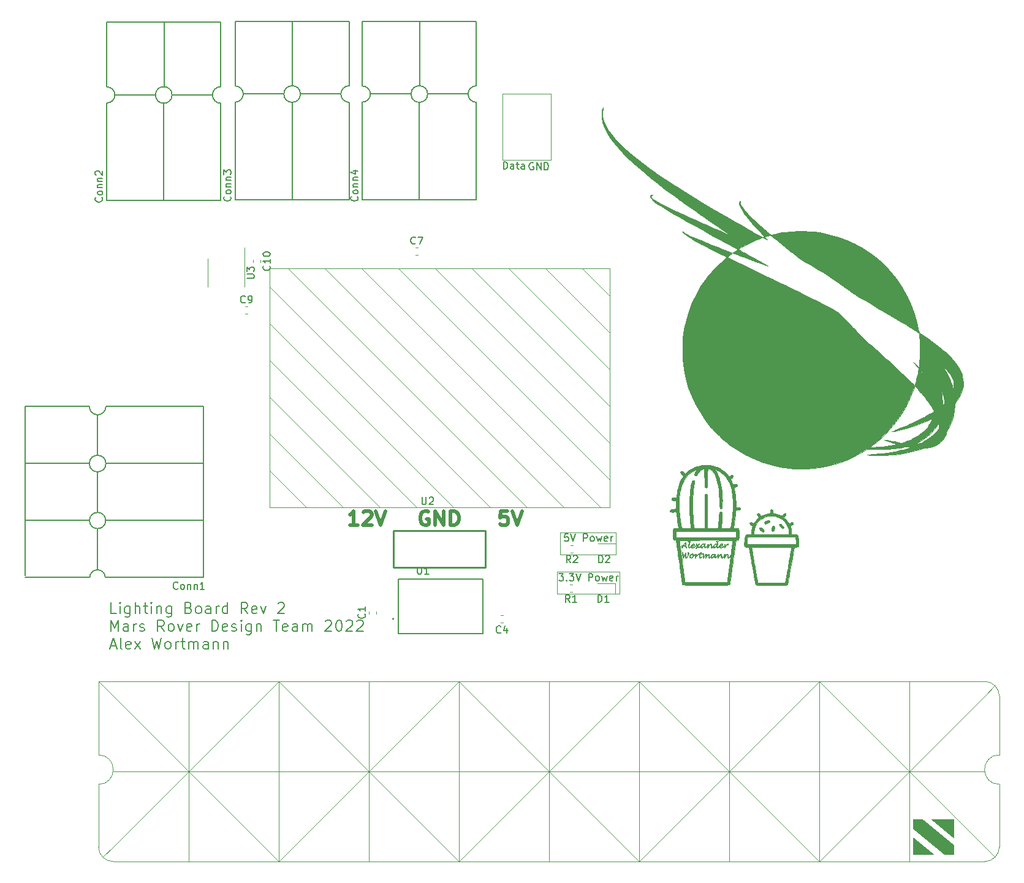
<source format=gbr>
%TF.GenerationSoftware,KiCad,Pcbnew,(5.1.6)-1*%
%TF.CreationDate,2022-03-14T17:12:02-05:00*%
%TF.ProjectId,2022 Multimedia Rev1,32303232-204d-4756-9c74-696d65646961,rev?*%
%TF.SameCoordinates,Original*%
%TF.FileFunction,Legend,Top*%
%TF.FilePolarity,Positive*%
%FSLAX46Y46*%
G04 Gerber Fmt 4.6, Leading zero omitted, Abs format (unit mm)*
G04 Created by KiCad (PCBNEW (5.1.6)-1) date 2022-03-14 17:12:02*
%MOMM*%
%LPD*%
G01*
G04 APERTURE LIST*
%ADD10C,0.150000*%
%ADD11C,0.100000*%
%ADD12C,0.120000*%
%ADD13C,0.010000*%
%ADD14C,0.250000*%
%ADD15C,0.200000*%
%ADD16C,0.127000*%
%ADD17C,0.500000*%
G04 APERTURE END LIST*
D10*
X172339095Y-42172000D02*
X172243857Y-42124380D01*
X172101000Y-42124380D01*
X171958142Y-42172000D01*
X171862904Y-42267238D01*
X171815285Y-42362476D01*
X171767666Y-42552952D01*
X171767666Y-42695809D01*
X171815285Y-42886285D01*
X171862904Y-42981523D01*
X171958142Y-43076761D01*
X172101000Y-43124380D01*
X172196238Y-43124380D01*
X172339095Y-43076761D01*
X172386714Y-43029142D01*
X172386714Y-42695809D01*
X172196238Y-42695809D01*
X172815285Y-43124380D02*
X172815285Y-42124380D01*
X173386714Y-43124380D01*
X173386714Y-42124380D01*
X173862904Y-43124380D02*
X173862904Y-42124380D01*
X174101000Y-42124380D01*
X174243857Y-42172000D01*
X174339095Y-42267238D01*
X174386714Y-42362476D01*
X174434333Y-42552952D01*
X174434333Y-42695809D01*
X174386714Y-42886285D01*
X174339095Y-42981523D01*
X174243857Y-43076761D01*
X174101000Y-43124380D01*
X173862904Y-43124380D01*
D11*
G36*
X230378000Y-135382000D02*
G01*
X227330000Y-132842000D01*
X230378000Y-132842000D01*
X230378000Y-135382000D01*
G37*
X230378000Y-135382000D02*
X227330000Y-132842000D01*
X230378000Y-132842000D01*
X230378000Y-135382000D01*
G36*
X230378000Y-136398000D02*
G01*
X230378000Y-137668000D01*
X229108000Y-137668000D01*
X224790000Y-134112000D01*
X224790000Y-132842000D01*
X226060000Y-132842000D01*
X230378000Y-136398000D01*
G37*
X230378000Y-136398000D02*
X230378000Y-137668000D01*
X229108000Y-137668000D01*
X224790000Y-134112000D01*
X224790000Y-132842000D01*
X226060000Y-132842000D01*
X230378000Y-136398000D01*
G36*
X227584000Y-137668000D02*
G01*
X224790000Y-137668000D01*
X224790000Y-135382000D01*
X227584000Y-137668000D01*
G37*
X227584000Y-137668000D02*
X224790000Y-137668000D01*
X224790000Y-135382000D01*
X227584000Y-137668000D01*
D12*
X184277000Y-101701600D02*
X184277000Y-98679000D01*
X183651000Y-101700000D02*
X184277000Y-101701600D01*
X175641000Y-98679000D02*
X184277000Y-98679000D01*
X175641000Y-101727000D02*
X175641000Y-98679000D01*
X175895000Y-101727000D02*
X175641000Y-101727000D01*
X175895000Y-101727000D02*
X183651000Y-101700000D01*
X176022000Y-96266000D02*
X183778000Y-96239000D01*
X176022000Y-93218000D02*
X176022000Y-96266000D01*
X183769000Y-93218000D02*
X176022000Y-93218000D01*
X183778000Y-94769000D02*
X183769000Y-93218000D01*
D10*
X177173285Y-93432380D02*
X176697095Y-93432380D01*
X176649476Y-93908571D01*
X176697095Y-93860952D01*
X176792333Y-93813333D01*
X177030428Y-93813333D01*
X177125666Y-93860952D01*
X177173285Y-93908571D01*
X177220904Y-94003809D01*
X177220904Y-94241904D01*
X177173285Y-94337142D01*
X177125666Y-94384761D01*
X177030428Y-94432380D01*
X176792333Y-94432380D01*
X176697095Y-94384761D01*
X176649476Y-94337142D01*
X177506619Y-93432380D02*
X177839952Y-94432380D01*
X178173285Y-93432380D01*
X179268523Y-94432380D02*
X179268523Y-93432380D01*
X179649476Y-93432380D01*
X179744714Y-93480000D01*
X179792333Y-93527619D01*
X179839952Y-93622857D01*
X179839952Y-93765714D01*
X179792333Y-93860952D01*
X179744714Y-93908571D01*
X179649476Y-93956190D01*
X179268523Y-93956190D01*
X180411380Y-94432380D02*
X180316142Y-94384761D01*
X180268523Y-94337142D01*
X180220904Y-94241904D01*
X180220904Y-93956190D01*
X180268523Y-93860952D01*
X180316142Y-93813333D01*
X180411380Y-93765714D01*
X180554238Y-93765714D01*
X180649476Y-93813333D01*
X180697095Y-93860952D01*
X180744714Y-93956190D01*
X180744714Y-94241904D01*
X180697095Y-94337142D01*
X180649476Y-94384761D01*
X180554238Y-94432380D01*
X180411380Y-94432380D01*
X181078047Y-93765714D02*
X181268523Y-94432380D01*
X181459000Y-93956190D01*
X181649476Y-94432380D01*
X181839952Y-93765714D01*
X182601857Y-94384761D02*
X182506619Y-94432380D01*
X182316142Y-94432380D01*
X182220904Y-94384761D01*
X182173285Y-94289523D01*
X182173285Y-93908571D01*
X182220904Y-93813333D01*
X182316142Y-93765714D01*
X182506619Y-93765714D01*
X182601857Y-93813333D01*
X182649476Y-93908571D01*
X182649476Y-94003809D01*
X182173285Y-94099047D01*
X183078047Y-94432380D02*
X183078047Y-93765714D01*
X183078047Y-93956190D02*
X183125666Y-93860952D01*
X183173285Y-93813333D01*
X183268523Y-93765714D01*
X183363761Y-93765714D01*
X175887571Y-98893380D02*
X176506619Y-98893380D01*
X176173285Y-99274333D01*
X176316142Y-99274333D01*
X176411380Y-99321952D01*
X176459000Y-99369571D01*
X176506619Y-99464809D01*
X176506619Y-99702904D01*
X176459000Y-99798142D01*
X176411380Y-99845761D01*
X176316142Y-99893380D01*
X176030428Y-99893380D01*
X175935190Y-99845761D01*
X175887571Y-99798142D01*
X176935190Y-99798142D02*
X176982809Y-99845761D01*
X176935190Y-99893380D01*
X176887571Y-99845761D01*
X176935190Y-99798142D01*
X176935190Y-99893380D01*
X177316142Y-98893380D02*
X177935190Y-98893380D01*
X177601857Y-99274333D01*
X177744714Y-99274333D01*
X177839952Y-99321952D01*
X177887571Y-99369571D01*
X177935190Y-99464809D01*
X177935190Y-99702904D01*
X177887571Y-99798142D01*
X177839952Y-99845761D01*
X177744714Y-99893380D01*
X177459000Y-99893380D01*
X177363761Y-99845761D01*
X177316142Y-99798142D01*
X178220904Y-98893380D02*
X178554238Y-99893380D01*
X178887571Y-98893380D01*
X179982809Y-99893380D02*
X179982809Y-98893380D01*
X180363761Y-98893380D01*
X180459000Y-98941000D01*
X180506619Y-98988619D01*
X180554238Y-99083857D01*
X180554238Y-99226714D01*
X180506619Y-99321952D01*
X180459000Y-99369571D01*
X180363761Y-99417190D01*
X179982809Y-99417190D01*
X181125666Y-99893380D02*
X181030428Y-99845761D01*
X180982809Y-99798142D01*
X180935190Y-99702904D01*
X180935190Y-99417190D01*
X180982809Y-99321952D01*
X181030428Y-99274333D01*
X181125666Y-99226714D01*
X181268523Y-99226714D01*
X181363761Y-99274333D01*
X181411380Y-99321952D01*
X181459000Y-99417190D01*
X181459000Y-99702904D01*
X181411380Y-99798142D01*
X181363761Y-99845761D01*
X181268523Y-99893380D01*
X181125666Y-99893380D01*
X181792333Y-99226714D02*
X181982809Y-99893380D01*
X182173285Y-99417190D01*
X182363761Y-99893380D01*
X182554238Y-99226714D01*
X183316142Y-99845761D02*
X183220904Y-99893380D01*
X183030428Y-99893380D01*
X182935190Y-99845761D01*
X182887571Y-99750523D01*
X182887571Y-99369571D01*
X182935190Y-99274333D01*
X183030428Y-99226714D01*
X183220904Y-99226714D01*
X183316142Y-99274333D01*
X183363761Y-99369571D01*
X183363761Y-99464809D01*
X182887571Y-99560047D01*
X183792333Y-99893380D02*
X183792333Y-99226714D01*
X183792333Y-99417190D02*
X183839952Y-99321952D01*
X183887571Y-99274333D01*
X183982809Y-99226714D01*
X184078047Y-99226714D01*
D12*
X224282000Y-113792000D02*
X224282000Y-138684000D01*
X211836000Y-138684000D02*
X211836000Y-113792000D01*
X199390000Y-113792000D02*
X199390000Y-138684000D01*
X186944000Y-138684000D02*
X186944000Y-113792000D01*
X174498000Y-113792000D02*
X174498000Y-138684000D01*
X162052000Y-113792000D02*
X162052000Y-138684000D01*
X149606000Y-138684000D02*
X149606000Y-113792000D01*
X137160000Y-113792000D02*
X137160000Y-138684000D01*
X124714000Y-113919000D02*
X124714000Y-113792000D01*
X124714000Y-126238000D02*
X124714000Y-113919000D01*
X124714000Y-126238000D02*
X124714000Y-138684000D01*
X234696000Y-126238000D02*
X114300000Y-126238000D01*
X186944000Y-113792000D02*
X162052000Y-138684000D01*
X211836000Y-138684000D02*
X186944000Y-113792000D01*
X234696000Y-115824000D02*
X211836000Y-138684000D01*
X236093000Y-114427000D02*
X234696000Y-115824000D01*
X234696000Y-115824000D02*
X236093000Y-114427000D01*
X211709000Y-138684000D02*
X211582000Y-138684000D01*
X137160000Y-113792000D02*
X162052000Y-138684000D01*
X114300000Y-136652000D02*
X137160000Y-113792000D01*
X114300000Y-136652000D02*
X112903000Y-138049000D01*
X235966000Y-137922000D02*
X236093000Y-138049000D01*
X211836000Y-113792000D02*
X235966000Y-137922000D01*
X186944000Y-138684000D02*
X211836000Y-113792000D01*
X162052000Y-113792000D02*
X186944000Y-138684000D01*
X137160000Y-138684000D02*
X162052000Y-113792000D01*
X112268000Y-113792000D02*
X137160000Y-138684000D01*
X112268000Y-123952000D02*
G75*
G02*
X112268000Y-128016000I0J-2032000D01*
G01*
X114300000Y-138684000D02*
G75*
G02*
X112268000Y-136652000I0J2032000D01*
G01*
X236728000Y-136652000D02*
G75*
G02*
X234696000Y-138684000I-2032000J0D01*
G01*
X236728000Y-128016000D02*
G75*
G02*
X236728000Y-123952000I0J2032000D01*
G01*
X234696000Y-113792000D02*
G75*
G02*
X236728000Y-115824000I0J-2032000D01*
G01*
X236728000Y-123952000D02*
X236728000Y-115824000D01*
X236728000Y-136652000D02*
X236728000Y-128016000D01*
X114300000Y-138684000D02*
X234696000Y-138684000D01*
X112268000Y-128016000D02*
X112268000Y-136652000D01*
X112268000Y-113792000D02*
X112268000Y-123952000D01*
X234696000Y-113792000D02*
X112268000Y-113792000D01*
D10*
X114724071Y-104425428D02*
X113998357Y-104425428D01*
X113998357Y-102901428D01*
X115232071Y-104425428D02*
X115232071Y-103409428D01*
X115232071Y-102901428D02*
X115159500Y-102974000D01*
X115232071Y-103046571D01*
X115304642Y-102974000D01*
X115232071Y-102901428D01*
X115232071Y-103046571D01*
X116610928Y-103409428D02*
X116610928Y-104643142D01*
X116538357Y-104788285D01*
X116465785Y-104860857D01*
X116320642Y-104933428D01*
X116102928Y-104933428D01*
X115957785Y-104860857D01*
X116610928Y-104352857D02*
X116465785Y-104425428D01*
X116175500Y-104425428D01*
X116030357Y-104352857D01*
X115957785Y-104280285D01*
X115885214Y-104135142D01*
X115885214Y-103699714D01*
X115957785Y-103554571D01*
X116030357Y-103482000D01*
X116175500Y-103409428D01*
X116465785Y-103409428D01*
X116610928Y-103482000D01*
X117336642Y-104425428D02*
X117336642Y-102901428D01*
X117989785Y-104425428D02*
X117989785Y-103627142D01*
X117917214Y-103482000D01*
X117772071Y-103409428D01*
X117554357Y-103409428D01*
X117409214Y-103482000D01*
X117336642Y-103554571D01*
X118497785Y-103409428D02*
X119078357Y-103409428D01*
X118715500Y-102901428D02*
X118715500Y-104207714D01*
X118788071Y-104352857D01*
X118933214Y-104425428D01*
X119078357Y-104425428D01*
X119586357Y-104425428D02*
X119586357Y-103409428D01*
X119586357Y-102901428D02*
X119513785Y-102974000D01*
X119586357Y-103046571D01*
X119658928Y-102974000D01*
X119586357Y-102901428D01*
X119586357Y-103046571D01*
X120312071Y-103409428D02*
X120312071Y-104425428D01*
X120312071Y-103554571D02*
X120384642Y-103482000D01*
X120529785Y-103409428D01*
X120747500Y-103409428D01*
X120892642Y-103482000D01*
X120965214Y-103627142D01*
X120965214Y-104425428D01*
X122344071Y-103409428D02*
X122344071Y-104643142D01*
X122271500Y-104788285D01*
X122198928Y-104860857D01*
X122053785Y-104933428D01*
X121836071Y-104933428D01*
X121690928Y-104860857D01*
X122344071Y-104352857D02*
X122198928Y-104425428D01*
X121908642Y-104425428D01*
X121763500Y-104352857D01*
X121690928Y-104280285D01*
X121618357Y-104135142D01*
X121618357Y-103699714D01*
X121690928Y-103554571D01*
X121763500Y-103482000D01*
X121908642Y-103409428D01*
X122198928Y-103409428D01*
X122344071Y-103482000D01*
X124738928Y-103627142D02*
X124956642Y-103699714D01*
X125029214Y-103772285D01*
X125101785Y-103917428D01*
X125101785Y-104135142D01*
X125029214Y-104280285D01*
X124956642Y-104352857D01*
X124811500Y-104425428D01*
X124230928Y-104425428D01*
X124230928Y-102901428D01*
X124738928Y-102901428D01*
X124884071Y-102974000D01*
X124956642Y-103046571D01*
X125029214Y-103191714D01*
X125029214Y-103336857D01*
X124956642Y-103482000D01*
X124884071Y-103554571D01*
X124738928Y-103627142D01*
X124230928Y-103627142D01*
X125972642Y-104425428D02*
X125827500Y-104352857D01*
X125754928Y-104280285D01*
X125682357Y-104135142D01*
X125682357Y-103699714D01*
X125754928Y-103554571D01*
X125827500Y-103482000D01*
X125972642Y-103409428D01*
X126190357Y-103409428D01*
X126335500Y-103482000D01*
X126408071Y-103554571D01*
X126480642Y-103699714D01*
X126480642Y-104135142D01*
X126408071Y-104280285D01*
X126335500Y-104352857D01*
X126190357Y-104425428D01*
X125972642Y-104425428D01*
X127786928Y-104425428D02*
X127786928Y-103627142D01*
X127714357Y-103482000D01*
X127569214Y-103409428D01*
X127278928Y-103409428D01*
X127133785Y-103482000D01*
X127786928Y-104352857D02*
X127641785Y-104425428D01*
X127278928Y-104425428D01*
X127133785Y-104352857D01*
X127061214Y-104207714D01*
X127061214Y-104062571D01*
X127133785Y-103917428D01*
X127278928Y-103844857D01*
X127641785Y-103844857D01*
X127786928Y-103772285D01*
X128512642Y-104425428D02*
X128512642Y-103409428D01*
X128512642Y-103699714D02*
X128585214Y-103554571D01*
X128657785Y-103482000D01*
X128802928Y-103409428D01*
X128948071Y-103409428D01*
X130109214Y-104425428D02*
X130109214Y-102901428D01*
X130109214Y-104352857D02*
X129964071Y-104425428D01*
X129673785Y-104425428D01*
X129528642Y-104352857D01*
X129456071Y-104280285D01*
X129383500Y-104135142D01*
X129383500Y-103699714D01*
X129456071Y-103554571D01*
X129528642Y-103482000D01*
X129673785Y-103409428D01*
X129964071Y-103409428D01*
X130109214Y-103482000D01*
X132866928Y-104425428D02*
X132358928Y-103699714D01*
X131996071Y-104425428D02*
X131996071Y-102901428D01*
X132576642Y-102901428D01*
X132721785Y-102974000D01*
X132794357Y-103046571D01*
X132866928Y-103191714D01*
X132866928Y-103409428D01*
X132794357Y-103554571D01*
X132721785Y-103627142D01*
X132576642Y-103699714D01*
X131996071Y-103699714D01*
X134100642Y-104352857D02*
X133955500Y-104425428D01*
X133665214Y-104425428D01*
X133520071Y-104352857D01*
X133447500Y-104207714D01*
X133447500Y-103627142D01*
X133520071Y-103482000D01*
X133665214Y-103409428D01*
X133955500Y-103409428D01*
X134100642Y-103482000D01*
X134173214Y-103627142D01*
X134173214Y-103772285D01*
X133447500Y-103917428D01*
X134681214Y-103409428D02*
X135044071Y-104425428D01*
X135406928Y-103409428D01*
X137076071Y-103046571D02*
X137148642Y-102974000D01*
X137293785Y-102901428D01*
X137656642Y-102901428D01*
X137801785Y-102974000D01*
X137874357Y-103046571D01*
X137946928Y-103191714D01*
X137946928Y-103336857D01*
X137874357Y-103554571D01*
X137003500Y-104425428D01*
X137946928Y-104425428D01*
X113998357Y-106861428D02*
X113998357Y-105337428D01*
X114506357Y-106426000D01*
X115014357Y-105337428D01*
X115014357Y-106861428D01*
X116393214Y-106861428D02*
X116393214Y-106063142D01*
X116320642Y-105918000D01*
X116175500Y-105845428D01*
X115885214Y-105845428D01*
X115740071Y-105918000D01*
X116393214Y-106788857D02*
X116248071Y-106861428D01*
X115885214Y-106861428D01*
X115740071Y-106788857D01*
X115667500Y-106643714D01*
X115667500Y-106498571D01*
X115740071Y-106353428D01*
X115885214Y-106280857D01*
X116248071Y-106280857D01*
X116393214Y-106208285D01*
X117118928Y-106861428D02*
X117118928Y-105845428D01*
X117118928Y-106135714D02*
X117191500Y-105990571D01*
X117264071Y-105918000D01*
X117409214Y-105845428D01*
X117554357Y-105845428D01*
X117989785Y-106788857D02*
X118134928Y-106861428D01*
X118425214Y-106861428D01*
X118570357Y-106788857D01*
X118642928Y-106643714D01*
X118642928Y-106571142D01*
X118570357Y-106426000D01*
X118425214Y-106353428D01*
X118207500Y-106353428D01*
X118062357Y-106280857D01*
X117989785Y-106135714D01*
X117989785Y-106063142D01*
X118062357Y-105918000D01*
X118207500Y-105845428D01*
X118425214Y-105845428D01*
X118570357Y-105918000D01*
X121328071Y-106861428D02*
X120820071Y-106135714D01*
X120457214Y-106861428D02*
X120457214Y-105337428D01*
X121037785Y-105337428D01*
X121182928Y-105410000D01*
X121255500Y-105482571D01*
X121328071Y-105627714D01*
X121328071Y-105845428D01*
X121255500Y-105990571D01*
X121182928Y-106063142D01*
X121037785Y-106135714D01*
X120457214Y-106135714D01*
X122198928Y-106861428D02*
X122053785Y-106788857D01*
X121981214Y-106716285D01*
X121908642Y-106571142D01*
X121908642Y-106135714D01*
X121981214Y-105990571D01*
X122053785Y-105918000D01*
X122198928Y-105845428D01*
X122416642Y-105845428D01*
X122561785Y-105918000D01*
X122634357Y-105990571D01*
X122706928Y-106135714D01*
X122706928Y-106571142D01*
X122634357Y-106716285D01*
X122561785Y-106788857D01*
X122416642Y-106861428D01*
X122198928Y-106861428D01*
X123214928Y-105845428D02*
X123577785Y-106861428D01*
X123940642Y-105845428D01*
X125101785Y-106788857D02*
X124956642Y-106861428D01*
X124666357Y-106861428D01*
X124521214Y-106788857D01*
X124448642Y-106643714D01*
X124448642Y-106063142D01*
X124521214Y-105918000D01*
X124666357Y-105845428D01*
X124956642Y-105845428D01*
X125101785Y-105918000D01*
X125174357Y-106063142D01*
X125174357Y-106208285D01*
X124448642Y-106353428D01*
X125827500Y-106861428D02*
X125827500Y-105845428D01*
X125827500Y-106135714D02*
X125900071Y-105990571D01*
X125972642Y-105918000D01*
X126117785Y-105845428D01*
X126262928Y-105845428D01*
X127932071Y-106861428D02*
X127932071Y-105337428D01*
X128294928Y-105337428D01*
X128512642Y-105410000D01*
X128657785Y-105555142D01*
X128730357Y-105700285D01*
X128802928Y-105990571D01*
X128802928Y-106208285D01*
X128730357Y-106498571D01*
X128657785Y-106643714D01*
X128512642Y-106788857D01*
X128294928Y-106861428D01*
X127932071Y-106861428D01*
X130036642Y-106788857D02*
X129891500Y-106861428D01*
X129601214Y-106861428D01*
X129456071Y-106788857D01*
X129383500Y-106643714D01*
X129383500Y-106063142D01*
X129456071Y-105918000D01*
X129601214Y-105845428D01*
X129891500Y-105845428D01*
X130036642Y-105918000D01*
X130109214Y-106063142D01*
X130109214Y-106208285D01*
X129383500Y-106353428D01*
X130689785Y-106788857D02*
X130834928Y-106861428D01*
X131125214Y-106861428D01*
X131270357Y-106788857D01*
X131342928Y-106643714D01*
X131342928Y-106571142D01*
X131270357Y-106426000D01*
X131125214Y-106353428D01*
X130907500Y-106353428D01*
X130762357Y-106280857D01*
X130689785Y-106135714D01*
X130689785Y-106063142D01*
X130762357Y-105918000D01*
X130907500Y-105845428D01*
X131125214Y-105845428D01*
X131270357Y-105918000D01*
X131996071Y-106861428D02*
X131996071Y-105845428D01*
X131996071Y-105337428D02*
X131923500Y-105410000D01*
X131996071Y-105482571D01*
X132068642Y-105410000D01*
X131996071Y-105337428D01*
X131996071Y-105482571D01*
X133374928Y-105845428D02*
X133374928Y-107079142D01*
X133302357Y-107224285D01*
X133229785Y-107296857D01*
X133084642Y-107369428D01*
X132866928Y-107369428D01*
X132721785Y-107296857D01*
X133374928Y-106788857D02*
X133229785Y-106861428D01*
X132939500Y-106861428D01*
X132794357Y-106788857D01*
X132721785Y-106716285D01*
X132649214Y-106571142D01*
X132649214Y-106135714D01*
X132721785Y-105990571D01*
X132794357Y-105918000D01*
X132939500Y-105845428D01*
X133229785Y-105845428D01*
X133374928Y-105918000D01*
X134100642Y-105845428D02*
X134100642Y-106861428D01*
X134100642Y-105990571D02*
X134173214Y-105918000D01*
X134318357Y-105845428D01*
X134536071Y-105845428D01*
X134681214Y-105918000D01*
X134753785Y-106063142D01*
X134753785Y-106861428D01*
X136422928Y-105337428D02*
X137293785Y-105337428D01*
X136858357Y-106861428D02*
X136858357Y-105337428D01*
X138382357Y-106788857D02*
X138237214Y-106861428D01*
X137946928Y-106861428D01*
X137801785Y-106788857D01*
X137729214Y-106643714D01*
X137729214Y-106063142D01*
X137801785Y-105918000D01*
X137946928Y-105845428D01*
X138237214Y-105845428D01*
X138382357Y-105918000D01*
X138454928Y-106063142D01*
X138454928Y-106208285D01*
X137729214Y-106353428D01*
X139761214Y-106861428D02*
X139761214Y-106063142D01*
X139688642Y-105918000D01*
X139543500Y-105845428D01*
X139253214Y-105845428D01*
X139108071Y-105918000D01*
X139761214Y-106788857D02*
X139616071Y-106861428D01*
X139253214Y-106861428D01*
X139108071Y-106788857D01*
X139035500Y-106643714D01*
X139035500Y-106498571D01*
X139108071Y-106353428D01*
X139253214Y-106280857D01*
X139616071Y-106280857D01*
X139761214Y-106208285D01*
X140486928Y-106861428D02*
X140486928Y-105845428D01*
X140486928Y-105990571D02*
X140559500Y-105918000D01*
X140704642Y-105845428D01*
X140922357Y-105845428D01*
X141067500Y-105918000D01*
X141140071Y-106063142D01*
X141140071Y-106861428D01*
X141140071Y-106063142D02*
X141212642Y-105918000D01*
X141357785Y-105845428D01*
X141575500Y-105845428D01*
X141720642Y-105918000D01*
X141793214Y-106063142D01*
X141793214Y-106861428D01*
X143607500Y-105482571D02*
X143680071Y-105410000D01*
X143825214Y-105337428D01*
X144188071Y-105337428D01*
X144333214Y-105410000D01*
X144405785Y-105482571D01*
X144478357Y-105627714D01*
X144478357Y-105772857D01*
X144405785Y-105990571D01*
X143534928Y-106861428D01*
X144478357Y-106861428D01*
X145421785Y-105337428D02*
X145566928Y-105337428D01*
X145712071Y-105410000D01*
X145784642Y-105482571D01*
X145857214Y-105627714D01*
X145929785Y-105918000D01*
X145929785Y-106280857D01*
X145857214Y-106571142D01*
X145784642Y-106716285D01*
X145712071Y-106788857D01*
X145566928Y-106861428D01*
X145421785Y-106861428D01*
X145276642Y-106788857D01*
X145204071Y-106716285D01*
X145131500Y-106571142D01*
X145058928Y-106280857D01*
X145058928Y-105918000D01*
X145131500Y-105627714D01*
X145204071Y-105482571D01*
X145276642Y-105410000D01*
X145421785Y-105337428D01*
X146510357Y-105482571D02*
X146582928Y-105410000D01*
X146728071Y-105337428D01*
X147090928Y-105337428D01*
X147236071Y-105410000D01*
X147308642Y-105482571D01*
X147381214Y-105627714D01*
X147381214Y-105772857D01*
X147308642Y-105990571D01*
X146437785Y-106861428D01*
X147381214Y-106861428D01*
X147961785Y-105482571D02*
X148034357Y-105410000D01*
X148179500Y-105337428D01*
X148542357Y-105337428D01*
X148687500Y-105410000D01*
X148760071Y-105482571D01*
X148832642Y-105627714D01*
X148832642Y-105772857D01*
X148760071Y-105990571D01*
X147889214Y-106861428D01*
X148832642Y-106861428D01*
X113925785Y-108862000D02*
X114651500Y-108862000D01*
X113780642Y-109297428D02*
X114288642Y-107773428D01*
X114796642Y-109297428D01*
X115522357Y-109297428D02*
X115377214Y-109224857D01*
X115304642Y-109079714D01*
X115304642Y-107773428D01*
X116683500Y-109224857D02*
X116538357Y-109297428D01*
X116248071Y-109297428D01*
X116102928Y-109224857D01*
X116030357Y-109079714D01*
X116030357Y-108499142D01*
X116102928Y-108354000D01*
X116248071Y-108281428D01*
X116538357Y-108281428D01*
X116683500Y-108354000D01*
X116756071Y-108499142D01*
X116756071Y-108644285D01*
X116030357Y-108789428D01*
X117264071Y-109297428D02*
X118062357Y-108281428D01*
X117264071Y-108281428D02*
X118062357Y-109297428D01*
X119658928Y-107773428D02*
X120021785Y-109297428D01*
X120312071Y-108208857D01*
X120602357Y-109297428D01*
X120965214Y-107773428D01*
X121763500Y-109297428D02*
X121618357Y-109224857D01*
X121545785Y-109152285D01*
X121473214Y-109007142D01*
X121473214Y-108571714D01*
X121545785Y-108426571D01*
X121618357Y-108354000D01*
X121763500Y-108281428D01*
X121981214Y-108281428D01*
X122126357Y-108354000D01*
X122198928Y-108426571D01*
X122271500Y-108571714D01*
X122271500Y-109007142D01*
X122198928Y-109152285D01*
X122126357Y-109224857D01*
X121981214Y-109297428D01*
X121763500Y-109297428D01*
X122924642Y-109297428D02*
X122924642Y-108281428D01*
X122924642Y-108571714D02*
X122997214Y-108426571D01*
X123069785Y-108354000D01*
X123214928Y-108281428D01*
X123360071Y-108281428D01*
X123650357Y-108281428D02*
X124230928Y-108281428D01*
X123868071Y-107773428D02*
X123868071Y-109079714D01*
X123940642Y-109224857D01*
X124085785Y-109297428D01*
X124230928Y-109297428D01*
X124738928Y-109297428D02*
X124738928Y-108281428D01*
X124738928Y-108426571D02*
X124811500Y-108354000D01*
X124956642Y-108281428D01*
X125174357Y-108281428D01*
X125319500Y-108354000D01*
X125392071Y-108499142D01*
X125392071Y-109297428D01*
X125392071Y-108499142D02*
X125464642Y-108354000D01*
X125609785Y-108281428D01*
X125827500Y-108281428D01*
X125972642Y-108354000D01*
X126045214Y-108499142D01*
X126045214Y-109297428D01*
X127424071Y-109297428D02*
X127424071Y-108499142D01*
X127351500Y-108354000D01*
X127206357Y-108281428D01*
X126916071Y-108281428D01*
X126770928Y-108354000D01*
X127424071Y-109224857D02*
X127278928Y-109297428D01*
X126916071Y-109297428D01*
X126770928Y-109224857D01*
X126698357Y-109079714D01*
X126698357Y-108934571D01*
X126770928Y-108789428D01*
X126916071Y-108716857D01*
X127278928Y-108716857D01*
X127424071Y-108644285D01*
X128149785Y-108281428D02*
X128149785Y-109297428D01*
X128149785Y-108426571D02*
X128222357Y-108354000D01*
X128367500Y-108281428D01*
X128585214Y-108281428D01*
X128730357Y-108354000D01*
X128802928Y-108499142D01*
X128802928Y-109297428D01*
X129528642Y-108281428D02*
X129528642Y-109297428D01*
X129528642Y-108426571D02*
X129601214Y-108354000D01*
X129746357Y-108281428D01*
X129964071Y-108281428D01*
X130109214Y-108354000D01*
X130181785Y-108499142D01*
X130181785Y-109297428D01*
D13*
%TO.C,G\u002A\u002A\u002A*%
G36*
X192935749Y-51645024D02*
G01*
X192996014Y-51671208D01*
X193124213Y-51756359D01*
X193193384Y-51805211D01*
X193328282Y-51896600D01*
X193476350Y-51986141D01*
X193649429Y-52079454D01*
X193859359Y-52182157D01*
X194117981Y-52299868D01*
X194437136Y-52438208D01*
X194828665Y-52602794D01*
X195182962Y-52749321D01*
X195488884Y-52873938D01*
X195871242Y-53027633D01*
X196313078Y-53203743D01*
X196797433Y-53395604D01*
X197307351Y-53596553D01*
X197825872Y-53799927D01*
X198336037Y-53999061D01*
X198820890Y-54187293D01*
X199263471Y-54357959D01*
X199646822Y-54504396D01*
X199723734Y-54533533D01*
X199866469Y-54587506D01*
X199482440Y-54867959D01*
X199321885Y-54991958D01*
X199203351Y-55096663D01*
X199142364Y-55167588D01*
X199139705Y-55187764D01*
X199190752Y-55215744D01*
X199324313Y-55283374D01*
X199532793Y-55386940D01*
X199808600Y-55522724D01*
X200144138Y-55687014D01*
X200531814Y-55876092D01*
X200964034Y-56086245D01*
X201433203Y-56313758D01*
X201931728Y-56554914D01*
X202131000Y-56651151D01*
X203278117Y-57205214D01*
X204341140Y-57719351D01*
X205326274Y-58196599D01*
X206239725Y-58639993D01*
X207087701Y-59052568D01*
X207876408Y-59437360D01*
X208612052Y-59797405D01*
X209300840Y-60135737D01*
X209948978Y-60455392D01*
X210562673Y-60759407D01*
X211148131Y-61050815D01*
X211711558Y-61332654D01*
X212031000Y-61493083D01*
X212465890Y-61710517D01*
X212839745Y-61896186D01*
X213161148Y-62056695D01*
X213438684Y-62198645D01*
X213680938Y-62328642D01*
X213896492Y-62453287D01*
X214093932Y-62579185D01*
X214281843Y-62712939D01*
X214468807Y-62861151D01*
X214663410Y-63030426D01*
X214874236Y-63227367D01*
X215109870Y-63458576D01*
X215378894Y-63730658D01*
X215689895Y-64050216D01*
X216051455Y-64423853D01*
X216472160Y-64858172D01*
X216669269Y-65061000D01*
X217027245Y-65426847D01*
X217381215Y-65784771D01*
X217721687Y-66125431D01*
X218039166Y-66439490D01*
X218324158Y-66717608D01*
X218567171Y-66950446D01*
X218758711Y-67128664D01*
X218876556Y-67232404D01*
X219208288Y-67514539D01*
X219600544Y-67856660D01*
X220042428Y-68248761D01*
X220523041Y-68680834D01*
X221031486Y-69142875D01*
X221556864Y-69624878D01*
X222088277Y-70116835D01*
X222614829Y-70608742D01*
X223125620Y-71090593D01*
X223609753Y-71552380D01*
X224056331Y-71984100D01*
X224128713Y-72054742D01*
X224373835Y-72293666D01*
X224594033Y-72506996D01*
X224779679Y-72685513D01*
X224921148Y-72819996D01*
X225008813Y-72901226D01*
X225033803Y-72921620D01*
X225055699Y-72860164D01*
X225095759Y-72720921D01*
X225149013Y-72523389D01*
X225210491Y-72287070D01*
X225275221Y-72031462D01*
X225338234Y-71776065D01*
X225394559Y-71540379D01*
X225439224Y-71343903D01*
X225455319Y-71267997D01*
X225515869Y-70946879D01*
X225547758Y-70713509D01*
X225551572Y-70560006D01*
X225527895Y-70478490D01*
X225514767Y-70466419D01*
X225467636Y-70418649D01*
X225373968Y-70310559D01*
X225249222Y-70160290D01*
X225160704Y-70050968D01*
X224847874Y-69661000D01*
X225220042Y-70055592D01*
X225592210Y-70450183D01*
X225622561Y-70280592D01*
X225666039Y-69979996D01*
X225701258Y-69619711D01*
X225728318Y-69213388D01*
X225747319Y-68774679D01*
X225758360Y-68317234D01*
X225761543Y-67854704D01*
X225756965Y-67400742D01*
X225744729Y-66968998D01*
X225724933Y-66573123D01*
X225697677Y-66226769D01*
X225663062Y-65943586D01*
X225621186Y-65737227D01*
X225588648Y-65647813D01*
X225529656Y-65590640D01*
X225392558Y-65489448D01*
X225186186Y-65349629D01*
X224919374Y-65176576D01*
X224600957Y-64975679D01*
X224239766Y-64752332D01*
X223844635Y-64511927D01*
X223424399Y-64259855D01*
X222987889Y-64001508D01*
X222543941Y-63742279D01*
X222101386Y-63487560D01*
X221669059Y-63242742D01*
X221431000Y-63109917D01*
X221057407Y-62899146D01*
X220667364Y-62672778D01*
X220282842Y-62444007D01*
X219925813Y-62226032D01*
X219618249Y-62032049D01*
X219431000Y-61908717D01*
X219149244Y-61724191D01*
X218806924Y-61509894D01*
X218431931Y-61282694D01*
X218052156Y-61059462D01*
X217695491Y-60857070D01*
X217658896Y-60836821D01*
X217219901Y-60588336D01*
X216814165Y-60343986D01*
X216414415Y-60086194D01*
X215993376Y-59797384D01*
X215533896Y-59467374D01*
X214546520Y-58760684D01*
X213570997Y-58092884D01*
X212583268Y-57448449D01*
X211559274Y-56811855D01*
X210474956Y-56167576D01*
X209956000Y-55868191D01*
X209647298Y-55688544D01*
X209380833Y-55525067D01*
X209135723Y-55363027D01*
X208891088Y-55187688D01*
X208626048Y-54984314D01*
X208319725Y-54738172D01*
X208106000Y-54562648D01*
X207812153Y-54320402D01*
X207519051Y-54079442D01*
X207243373Y-53853433D01*
X207001800Y-53656037D01*
X206811011Y-53500917D01*
X206731000Y-53436348D01*
X206539571Y-53280952D01*
X206300204Y-53084204D01*
X206041190Y-52869477D01*
X205790816Y-52660146D01*
X205749674Y-52625536D01*
X205543296Y-52455097D01*
X205360591Y-52310473D01*
X205216433Y-52202964D01*
X205125699Y-52143865D01*
X205105064Y-52136000D01*
X205029980Y-52149340D01*
X204893525Y-52183664D01*
X204725088Y-52230432D01*
X204554058Y-52281105D01*
X204409824Y-52327141D01*
X204321776Y-52360001D01*
X204309118Y-52367299D01*
X204329364Y-52410956D01*
X204403666Y-52504772D01*
X204509118Y-52621121D01*
X204613100Y-52736510D01*
X204647554Y-52790527D01*
X204610547Y-52780054D01*
X204606000Y-52777299D01*
X204484450Y-52707394D01*
X204324809Y-52621395D01*
X204259197Y-52587465D01*
X204130942Y-52519233D01*
X204081140Y-52477385D01*
X204098382Y-52444436D01*
X204147160Y-52415731D01*
X204188070Y-52388821D01*
X204202089Y-52354835D01*
X204181181Y-52300920D01*
X204117310Y-52214224D01*
X204002438Y-52081893D01*
X203828529Y-51891075D01*
X203799043Y-51858994D01*
X203283091Y-51293077D01*
X202833113Y-50788917D01*
X202442895Y-50339064D01*
X202106226Y-49936070D01*
X201816894Y-49572487D01*
X201568685Y-49240866D01*
X201355388Y-48933759D01*
X201340291Y-48911000D01*
X201088249Y-48503954D01*
X200908834Y-48155645D01*
X200802660Y-47867806D01*
X200770343Y-47642168D01*
X200812496Y-47480464D01*
X200825915Y-47461000D01*
X200872667Y-47407624D01*
X200895499Y-47417561D01*
X200903311Y-47505293D01*
X200904409Y-47588711D01*
X200937470Y-47811622D01*
X201043267Y-48032791D01*
X201049462Y-48042640D01*
X201173200Y-48217767D01*
X201352122Y-48444587D01*
X201570117Y-48704672D01*
X201811076Y-48979594D01*
X202058888Y-49250922D01*
X202297442Y-49500230D01*
X202486105Y-49686000D01*
X202650564Y-49840284D01*
X202861411Y-50035730D01*
X203107343Y-50262077D01*
X203377058Y-50509068D01*
X203659252Y-50766442D01*
X203942623Y-51023941D01*
X204215868Y-51271304D01*
X204467683Y-51498272D01*
X204686766Y-51694586D01*
X204861814Y-51849987D01*
X204981524Y-51954215D01*
X205022700Y-51988405D01*
X205162801Y-52098608D01*
X205771900Y-51963374D01*
X206300951Y-51852285D01*
X206785131Y-51765906D01*
X207252709Y-51700970D01*
X207731950Y-51654208D01*
X208251123Y-51622352D01*
X208838495Y-51602133D01*
X208910857Y-51600426D01*
X209723710Y-51594159D01*
X210465716Y-51615948D01*
X211162731Y-51668384D01*
X211840612Y-51754059D01*
X212525214Y-51875564D01*
X213235591Y-52033841D01*
X214454381Y-52379949D01*
X215637028Y-52817498D01*
X216778730Y-53342968D01*
X217874683Y-53952836D01*
X218920082Y-54643582D01*
X219910123Y-55411684D01*
X220840003Y-56253620D01*
X221704917Y-57165869D01*
X222500062Y-58144911D01*
X223220634Y-59187223D01*
X223409181Y-59491259D01*
X223985216Y-60528902D01*
X224489108Y-61614347D01*
X224914592Y-62730960D01*
X225255401Y-63862112D01*
X225505271Y-64991168D01*
X225526333Y-65111000D01*
X225579833Y-65373838D01*
X225635012Y-65543429D01*
X225692202Y-65625229D01*
X225756881Y-65670586D01*
X225891604Y-65764026D01*
X226083992Y-65897000D01*
X226321671Y-66060960D01*
X226592263Y-66247360D01*
X226806000Y-66394432D01*
X227585000Y-66943141D01*
X228277827Y-67459321D01*
X228890743Y-67948601D01*
X229430008Y-68416612D01*
X229901882Y-68868983D01*
X230312626Y-69311345D01*
X230668500Y-69749327D01*
X230904201Y-70079870D01*
X231082074Y-70371193D01*
X231258363Y-70706565D01*
X231418343Y-71054175D01*
X231547288Y-71382210D01*
X231625653Y-71638554D01*
X231698453Y-72048591D01*
X231730827Y-72492290D01*
X231721279Y-72926066D01*
X231680766Y-73245660D01*
X231517674Y-73838181D01*
X231257851Y-74406055D01*
X230901674Y-74948520D01*
X230750899Y-75136297D01*
X230638030Y-75281236D01*
X230579443Y-75399217D01*
X230558073Y-75533353D01*
X230556000Y-75628689D01*
X230516729Y-76298748D01*
X230403318Y-76978645D01*
X230359434Y-77140336D01*
X230359434Y-73445211D01*
X230402850Y-73375990D01*
X230423146Y-73311000D01*
X230434057Y-73216166D01*
X230439404Y-73052136D01*
X230438393Y-72849598D01*
X230436734Y-72786000D01*
X230415675Y-72494335D01*
X230367228Y-72253667D01*
X230294965Y-72047061D01*
X230140647Y-71709082D01*
X229963928Y-71406615D01*
X229746283Y-71112694D01*
X229469189Y-70800353D01*
X229362504Y-70689622D01*
X229199717Y-70526213D01*
X229073044Y-70404756D01*
X228992368Y-70334248D01*
X228967574Y-70323687D01*
X228974044Y-70336000D01*
X229295015Y-70852796D01*
X229550974Y-71299335D01*
X229744100Y-71679425D01*
X229752545Y-71697616D01*
X229867553Y-71965941D01*
X229985084Y-72273251D01*
X230095788Y-72591748D01*
X230190318Y-72893634D01*
X230259325Y-73151111D01*
X230286899Y-73286623D01*
X230319757Y-73415239D01*
X230359434Y-73445211D01*
X230359434Y-77140336D01*
X230222372Y-77645346D01*
X229980493Y-78275814D01*
X229684284Y-78847016D01*
X229590749Y-78995877D01*
X229490569Y-79168053D01*
X229412705Y-79337292D01*
X229381546Y-79436000D01*
X229342868Y-79566191D01*
X229273003Y-79749172D01*
X229186005Y-79948554D01*
X229172343Y-79977635D01*
X228927932Y-80377614D01*
X228927324Y-80378261D01*
X228927324Y-75509126D01*
X228966964Y-75492541D01*
X229020562Y-75445804D01*
X229032304Y-75434775D01*
X229093987Y-75372222D01*
X229132123Y-75310057D01*
X229147294Y-75228945D01*
X229140084Y-75109550D01*
X229111077Y-74932535D01*
X229060856Y-74678566D01*
X229055871Y-74654004D01*
X229010311Y-74449679D01*
X228951703Y-74215595D01*
X228885399Y-73969849D01*
X228816751Y-73730538D01*
X228751112Y-73515758D01*
X228693832Y-73343606D01*
X228650265Y-73232178D01*
X228625763Y-73199571D01*
X228625725Y-73199609D01*
X228625518Y-73253689D01*
X228640696Y-73382226D01*
X228668236Y-73561387D01*
X228681298Y-73637696D01*
X228714485Y-73855827D01*
X228749875Y-74137032D01*
X228783176Y-74444594D01*
X228809493Y-74734271D01*
X228834627Y-75042232D01*
X228855291Y-75262113D01*
X228875172Y-75405498D01*
X228897955Y-75483974D01*
X228927324Y-75509126D01*
X228927324Y-80378261D01*
X228602485Y-80724426D01*
X228201672Y-81014724D01*
X227731162Y-81245162D01*
X227196625Y-81412393D01*
X226603730Y-81513070D01*
X226564239Y-81517138D01*
X226349234Y-81552319D01*
X226094285Y-81614107D01*
X225851374Y-81689743D01*
X225831000Y-81697117D01*
X225228625Y-81892828D01*
X225131000Y-81918009D01*
X225131000Y-80943671D01*
X225488634Y-80921860D01*
X225706420Y-80899761D01*
X225884975Y-80854757D01*
X226071795Y-80772461D01*
X226188634Y-80709785D01*
X226876818Y-80284322D01*
X227474636Y-79822380D01*
X227986017Y-79320783D01*
X228165083Y-79111000D01*
X228408118Y-78811000D01*
X228377127Y-78486000D01*
X228358419Y-78316708D01*
X228339804Y-78191802D01*
X228326068Y-78140167D01*
X228312606Y-78129455D01*
X228294854Y-78138998D01*
X228261682Y-78184516D01*
X228201959Y-78281726D01*
X228104557Y-78446347D01*
X228081192Y-78486000D01*
X227712975Y-79032467D01*
X227282407Y-79523152D01*
X226780579Y-79966041D01*
X226198582Y-80369124D01*
X225617158Y-80695144D01*
X225131000Y-80943671D01*
X225131000Y-81918009D01*
X224539062Y-82070697D01*
X223773924Y-82228319D01*
X222944822Y-82363289D01*
X222106000Y-82468611D01*
X221844205Y-82491583D01*
X221525679Y-82510858D01*
X221165590Y-82526329D01*
X220779108Y-82537890D01*
X220381401Y-82545435D01*
X219987638Y-82548857D01*
X219612988Y-82548051D01*
X219272620Y-82542910D01*
X218981703Y-82533328D01*
X218755405Y-82519198D01*
X218608895Y-82500415D01*
X218581000Y-82493294D01*
X218505362Y-82465735D01*
X218501530Y-82450423D01*
X218579607Y-82443054D01*
X218706000Y-82440014D01*
X219103249Y-82423781D01*
X219574990Y-82388794D01*
X220098101Y-82338009D01*
X220649458Y-82274383D01*
X221205940Y-82200874D01*
X221744423Y-82120437D01*
X222241784Y-82036029D01*
X222674902Y-81950607D01*
X222856786Y-81909249D01*
X223161302Y-81832854D01*
X223461634Y-81751883D01*
X223742919Y-81670960D01*
X223990292Y-81594711D01*
X224188892Y-81527759D01*
X224323853Y-81474730D01*
X224380313Y-81440247D01*
X224380481Y-81435161D01*
X224299541Y-81389233D01*
X224140543Y-81366276D01*
X223922747Y-81366253D01*
X223665410Y-81389127D01*
X223387794Y-81434861D01*
X223376935Y-81437083D01*
X223004273Y-81509510D01*
X222647583Y-81568363D01*
X222289890Y-81615036D01*
X221914219Y-81650919D01*
X221503593Y-81677406D01*
X221041038Y-81695889D01*
X220509578Y-81707761D01*
X220006000Y-81713574D01*
X219032257Y-81721368D01*
X219032257Y-81433554D01*
X219226542Y-81428752D01*
X219468453Y-81418833D01*
X219740632Y-81404668D01*
X220025720Y-81387126D01*
X220306360Y-81367078D01*
X220565193Y-81345392D01*
X220706000Y-81331623D01*
X220940690Y-81303847D01*
X221209805Y-81266942D01*
X221493713Y-81224192D01*
X221772783Y-81178878D01*
X222027384Y-81134284D01*
X222237884Y-81093693D01*
X222384653Y-81060387D01*
X222443092Y-81041138D01*
X222422785Y-81014141D01*
X222322636Y-80964621D01*
X222158420Y-80899347D01*
X221945909Y-80825082D01*
X221918092Y-80815946D01*
X221582643Y-80703459D01*
X221300952Y-80602865D01*
X221082599Y-80517971D01*
X220937163Y-80452581D01*
X220874221Y-80410502D01*
X220874125Y-80401208D01*
X220928263Y-80402888D01*
X221060695Y-80422805D01*
X221252059Y-80457657D01*
X221482996Y-80504142D01*
X221505269Y-80508828D01*
X221820506Y-80572668D01*
X222177210Y-80640664D01*
X222522606Y-80702925D01*
X222711887Y-80734956D01*
X223308530Y-80832295D01*
X223744765Y-80680358D01*
X224079284Y-80553221D01*
X224446109Y-80396009D01*
X224817688Y-80221962D01*
X225166472Y-80044320D01*
X225464908Y-79876325D01*
X225612985Y-79782539D01*
X225928765Y-79544107D01*
X226254068Y-79254764D01*
X226557415Y-78944826D01*
X226807329Y-78644609D01*
X226837742Y-78603014D01*
X226937250Y-78451685D01*
X227046885Y-78265332D01*
X227156549Y-78063924D01*
X227256143Y-77867430D01*
X227335571Y-77695816D01*
X227384732Y-77569053D01*
X227393531Y-77507108D01*
X227392560Y-77505894D01*
X227340578Y-77515098D01*
X227221900Y-77558334D01*
X227060193Y-77626804D01*
X227026391Y-77642015D01*
X226686679Y-77789634D01*
X226280043Y-77955693D01*
X225835169Y-78129320D01*
X225380741Y-78299645D01*
X224945442Y-78455797D01*
X224557959Y-78586905D01*
X224406000Y-78635094D01*
X224127478Y-78718419D01*
X223812690Y-78808322D01*
X223477351Y-78900756D01*
X223137175Y-78991677D01*
X222807879Y-79077038D01*
X222505179Y-79152794D01*
X222244789Y-79214898D01*
X222042426Y-79259305D01*
X221913806Y-79281969D01*
X221885304Y-79284026D01*
X221904461Y-79265796D01*
X222006663Y-79214944D01*
X222182019Y-79135768D01*
X222420638Y-79032566D01*
X222712631Y-78909638D01*
X223048107Y-78771282D01*
X223306000Y-78666552D01*
X223845631Y-78446978D01*
X224308934Y-78253923D01*
X224713375Y-78079232D01*
X225076422Y-77914750D01*
X225415541Y-77752322D01*
X225748199Y-77583793D01*
X226091865Y-77401008D01*
X226464004Y-77195811D01*
X226503642Y-77173641D01*
X226857221Y-76974214D01*
X227131964Y-76815145D01*
X227337317Y-76689821D01*
X227482727Y-76591630D01*
X227577640Y-76513961D01*
X227631504Y-76450201D01*
X227653766Y-76393739D01*
X227656000Y-76367094D01*
X227629366Y-76276474D01*
X227557482Y-76127157D01*
X227452372Y-75942416D01*
X227364855Y-75803555D01*
X227224623Y-75599743D01*
X227041319Y-75347331D01*
X226835922Y-75074517D01*
X226629411Y-74809497D01*
X226570262Y-74735583D01*
X226531000Y-74687653D01*
X226531000Y-71786000D01*
X226556000Y-71761000D01*
X226531000Y-71736000D01*
X226506000Y-71761000D01*
X226531000Y-71786000D01*
X226531000Y-74687653D01*
X226488728Y-74636049D01*
X226488728Y-71686000D01*
X226479257Y-71647779D01*
X226406000Y-71533531D01*
X226269398Y-71343879D01*
X226069888Y-71079447D01*
X225966753Y-70945345D01*
X225832999Y-70776960D01*
X225721867Y-70645957D01*
X225646865Y-70567714D01*
X225622240Y-70553093D01*
X225643426Y-70597133D01*
X225714093Y-70701852D01*
X225821051Y-70850004D01*
X225951109Y-71024344D01*
X226091077Y-71207625D01*
X226227765Y-71382602D01*
X226347984Y-71532030D01*
X226438542Y-71638661D01*
X226486249Y-71685251D01*
X226488728Y-71686000D01*
X226488728Y-74636049D01*
X226393974Y-74520375D01*
X226195670Y-74284090D01*
X225985487Y-74038178D01*
X225773563Y-73794087D01*
X225570038Y-73563266D01*
X225385050Y-73357164D01*
X225228737Y-73187230D01*
X225111237Y-73064912D01*
X225042689Y-73001659D01*
X225029727Y-72995939D01*
X225007809Y-73045955D01*
X224958825Y-73171301D01*
X224889916Y-73353341D01*
X224808225Y-73573438D01*
X224804088Y-73584685D01*
X224324850Y-74749243D01*
X223759931Y-75873420D01*
X223114322Y-76950463D01*
X222393013Y-77973620D01*
X221600995Y-78936138D01*
X220743258Y-79831266D01*
X219824792Y-80652249D01*
X219243500Y-81108787D01*
X219077794Y-81235046D01*
X218947457Y-81339176D01*
X218869922Y-81406983D01*
X218856000Y-81424331D01*
X218902957Y-81432370D01*
X219032257Y-81433554D01*
X219032257Y-81721368D01*
X218381000Y-81726582D01*
X217831000Y-82060889D01*
X216731666Y-82671093D01*
X215588089Y-83192076D01*
X214399713Y-83624025D01*
X213165982Y-83967125D01*
X211886342Y-84221562D01*
X211006000Y-84342188D01*
X210727548Y-84365499D01*
X210372128Y-84382784D01*
X209962589Y-84394043D01*
X209521780Y-84399277D01*
X209072551Y-84398485D01*
X208637750Y-84391666D01*
X208240229Y-84378823D01*
X207902835Y-84359953D01*
X207706000Y-84342188D01*
X206392906Y-84145988D01*
X205123418Y-83859813D01*
X203897309Y-83483570D01*
X202714353Y-83017167D01*
X201574321Y-82460509D01*
X200476986Y-81813504D01*
X199422122Y-81076058D01*
X199056000Y-80791041D01*
X198752748Y-80536494D01*
X198406862Y-80226431D01*
X198040059Y-79881879D01*
X197674055Y-79523865D01*
X197330568Y-79173416D01*
X197031315Y-78851559D01*
X196907704Y-78711000D01*
X196109466Y-77705398D01*
X195396057Y-76648075D01*
X194769130Y-75542823D01*
X194230336Y-74393436D01*
X193781329Y-73203708D01*
X193423762Y-71977430D01*
X193159288Y-70718397D01*
X193029430Y-69811000D01*
X192995761Y-69438903D01*
X192970893Y-68995367D01*
X192955026Y-68506345D01*
X192948361Y-67997792D01*
X192951097Y-67495662D01*
X192963436Y-67025909D01*
X192985578Y-66614488D01*
X193003178Y-66411000D01*
X193184486Y-65116146D01*
X193457215Y-63861542D01*
X193821804Y-62646120D01*
X194278695Y-61468817D01*
X194828326Y-60328566D01*
X195471138Y-59224300D01*
X196207572Y-58154956D01*
X196648893Y-57586000D01*
X196833725Y-57367752D01*
X197067960Y-57107432D01*
X197336631Y-56820214D01*
X197624768Y-56521269D01*
X197917405Y-56225770D01*
X198199573Y-55948890D01*
X198456304Y-55705800D01*
X198672629Y-55511673D01*
X198794622Y-55411000D01*
X198926399Y-55305219D01*
X199019709Y-55223875D01*
X199053439Y-55186000D01*
X199010818Y-55158346D01*
X198889207Y-55091436D01*
X198699065Y-54990723D01*
X198450852Y-54861660D01*
X198155026Y-54709700D01*
X197822047Y-54540297D01*
X197592945Y-54424573D01*
X196887969Y-54065759D01*
X196224417Y-53720679D01*
X195607463Y-53392321D01*
X195042280Y-53083677D01*
X194534045Y-52797734D01*
X194087929Y-52537484D01*
X193709107Y-52305916D01*
X193402754Y-52106019D01*
X193174044Y-51940785D01*
X193028150Y-51813201D01*
X192986900Y-51762989D01*
X192935388Y-51676165D01*
X192935749Y-51645024D01*
G37*
X192935749Y-51645024D02*
X192996014Y-51671208D01*
X193124213Y-51756359D01*
X193193384Y-51805211D01*
X193328282Y-51896600D01*
X193476350Y-51986141D01*
X193649429Y-52079454D01*
X193859359Y-52182157D01*
X194117981Y-52299868D01*
X194437136Y-52438208D01*
X194828665Y-52602794D01*
X195182962Y-52749321D01*
X195488884Y-52873938D01*
X195871242Y-53027633D01*
X196313078Y-53203743D01*
X196797433Y-53395604D01*
X197307351Y-53596553D01*
X197825872Y-53799927D01*
X198336037Y-53999061D01*
X198820890Y-54187293D01*
X199263471Y-54357959D01*
X199646822Y-54504396D01*
X199723734Y-54533533D01*
X199866469Y-54587506D01*
X199482440Y-54867959D01*
X199321885Y-54991958D01*
X199203351Y-55096663D01*
X199142364Y-55167588D01*
X199139705Y-55187764D01*
X199190752Y-55215744D01*
X199324313Y-55283374D01*
X199532793Y-55386940D01*
X199808600Y-55522724D01*
X200144138Y-55687014D01*
X200531814Y-55876092D01*
X200964034Y-56086245D01*
X201433203Y-56313758D01*
X201931728Y-56554914D01*
X202131000Y-56651151D01*
X203278117Y-57205214D01*
X204341140Y-57719351D01*
X205326274Y-58196599D01*
X206239725Y-58639993D01*
X207087701Y-59052568D01*
X207876408Y-59437360D01*
X208612052Y-59797405D01*
X209300840Y-60135737D01*
X209948978Y-60455392D01*
X210562673Y-60759407D01*
X211148131Y-61050815D01*
X211711558Y-61332654D01*
X212031000Y-61493083D01*
X212465890Y-61710517D01*
X212839745Y-61896186D01*
X213161148Y-62056695D01*
X213438684Y-62198645D01*
X213680938Y-62328642D01*
X213896492Y-62453287D01*
X214093932Y-62579185D01*
X214281843Y-62712939D01*
X214468807Y-62861151D01*
X214663410Y-63030426D01*
X214874236Y-63227367D01*
X215109870Y-63458576D01*
X215378894Y-63730658D01*
X215689895Y-64050216D01*
X216051455Y-64423853D01*
X216472160Y-64858172D01*
X216669269Y-65061000D01*
X217027245Y-65426847D01*
X217381215Y-65784771D01*
X217721687Y-66125431D01*
X218039166Y-66439490D01*
X218324158Y-66717608D01*
X218567171Y-66950446D01*
X218758711Y-67128664D01*
X218876556Y-67232404D01*
X219208288Y-67514539D01*
X219600544Y-67856660D01*
X220042428Y-68248761D01*
X220523041Y-68680834D01*
X221031486Y-69142875D01*
X221556864Y-69624878D01*
X222088277Y-70116835D01*
X222614829Y-70608742D01*
X223125620Y-71090593D01*
X223609753Y-71552380D01*
X224056331Y-71984100D01*
X224128713Y-72054742D01*
X224373835Y-72293666D01*
X224594033Y-72506996D01*
X224779679Y-72685513D01*
X224921148Y-72819996D01*
X225008813Y-72901226D01*
X225033803Y-72921620D01*
X225055699Y-72860164D01*
X225095759Y-72720921D01*
X225149013Y-72523389D01*
X225210491Y-72287070D01*
X225275221Y-72031462D01*
X225338234Y-71776065D01*
X225394559Y-71540379D01*
X225439224Y-71343903D01*
X225455319Y-71267997D01*
X225515869Y-70946879D01*
X225547758Y-70713509D01*
X225551572Y-70560006D01*
X225527895Y-70478490D01*
X225514767Y-70466419D01*
X225467636Y-70418649D01*
X225373968Y-70310559D01*
X225249222Y-70160290D01*
X225160704Y-70050968D01*
X224847874Y-69661000D01*
X225220042Y-70055592D01*
X225592210Y-70450183D01*
X225622561Y-70280592D01*
X225666039Y-69979996D01*
X225701258Y-69619711D01*
X225728318Y-69213388D01*
X225747319Y-68774679D01*
X225758360Y-68317234D01*
X225761543Y-67854704D01*
X225756965Y-67400742D01*
X225744729Y-66968998D01*
X225724933Y-66573123D01*
X225697677Y-66226769D01*
X225663062Y-65943586D01*
X225621186Y-65737227D01*
X225588648Y-65647813D01*
X225529656Y-65590640D01*
X225392558Y-65489448D01*
X225186186Y-65349629D01*
X224919374Y-65176576D01*
X224600957Y-64975679D01*
X224239766Y-64752332D01*
X223844635Y-64511927D01*
X223424399Y-64259855D01*
X222987889Y-64001508D01*
X222543941Y-63742279D01*
X222101386Y-63487560D01*
X221669059Y-63242742D01*
X221431000Y-63109917D01*
X221057407Y-62899146D01*
X220667364Y-62672778D01*
X220282842Y-62444007D01*
X219925813Y-62226032D01*
X219618249Y-62032049D01*
X219431000Y-61908717D01*
X219149244Y-61724191D01*
X218806924Y-61509894D01*
X218431931Y-61282694D01*
X218052156Y-61059462D01*
X217695491Y-60857070D01*
X217658896Y-60836821D01*
X217219901Y-60588336D01*
X216814165Y-60343986D01*
X216414415Y-60086194D01*
X215993376Y-59797384D01*
X215533896Y-59467374D01*
X214546520Y-58760684D01*
X213570997Y-58092884D01*
X212583268Y-57448449D01*
X211559274Y-56811855D01*
X210474956Y-56167576D01*
X209956000Y-55868191D01*
X209647298Y-55688544D01*
X209380833Y-55525067D01*
X209135723Y-55363027D01*
X208891088Y-55187688D01*
X208626048Y-54984314D01*
X208319725Y-54738172D01*
X208106000Y-54562648D01*
X207812153Y-54320402D01*
X207519051Y-54079442D01*
X207243373Y-53853433D01*
X207001800Y-53656037D01*
X206811011Y-53500917D01*
X206731000Y-53436348D01*
X206539571Y-53280952D01*
X206300204Y-53084204D01*
X206041190Y-52869477D01*
X205790816Y-52660146D01*
X205749674Y-52625536D01*
X205543296Y-52455097D01*
X205360591Y-52310473D01*
X205216433Y-52202964D01*
X205125699Y-52143865D01*
X205105064Y-52136000D01*
X205029980Y-52149340D01*
X204893525Y-52183664D01*
X204725088Y-52230432D01*
X204554058Y-52281105D01*
X204409824Y-52327141D01*
X204321776Y-52360001D01*
X204309118Y-52367299D01*
X204329364Y-52410956D01*
X204403666Y-52504772D01*
X204509118Y-52621121D01*
X204613100Y-52736510D01*
X204647554Y-52790527D01*
X204610547Y-52780054D01*
X204606000Y-52777299D01*
X204484450Y-52707394D01*
X204324809Y-52621395D01*
X204259197Y-52587465D01*
X204130942Y-52519233D01*
X204081140Y-52477385D01*
X204098382Y-52444436D01*
X204147160Y-52415731D01*
X204188070Y-52388821D01*
X204202089Y-52354835D01*
X204181181Y-52300920D01*
X204117310Y-52214224D01*
X204002438Y-52081893D01*
X203828529Y-51891075D01*
X203799043Y-51858994D01*
X203283091Y-51293077D01*
X202833113Y-50788917D01*
X202442895Y-50339064D01*
X202106226Y-49936070D01*
X201816894Y-49572487D01*
X201568685Y-49240866D01*
X201355388Y-48933759D01*
X201340291Y-48911000D01*
X201088249Y-48503954D01*
X200908834Y-48155645D01*
X200802660Y-47867806D01*
X200770343Y-47642168D01*
X200812496Y-47480464D01*
X200825915Y-47461000D01*
X200872667Y-47407624D01*
X200895499Y-47417561D01*
X200903311Y-47505293D01*
X200904409Y-47588711D01*
X200937470Y-47811622D01*
X201043267Y-48032791D01*
X201049462Y-48042640D01*
X201173200Y-48217767D01*
X201352122Y-48444587D01*
X201570117Y-48704672D01*
X201811076Y-48979594D01*
X202058888Y-49250922D01*
X202297442Y-49500230D01*
X202486105Y-49686000D01*
X202650564Y-49840284D01*
X202861411Y-50035730D01*
X203107343Y-50262077D01*
X203377058Y-50509068D01*
X203659252Y-50766442D01*
X203942623Y-51023941D01*
X204215868Y-51271304D01*
X204467683Y-51498272D01*
X204686766Y-51694586D01*
X204861814Y-51849987D01*
X204981524Y-51954215D01*
X205022700Y-51988405D01*
X205162801Y-52098608D01*
X205771900Y-51963374D01*
X206300951Y-51852285D01*
X206785131Y-51765906D01*
X207252709Y-51700970D01*
X207731950Y-51654208D01*
X208251123Y-51622352D01*
X208838495Y-51602133D01*
X208910857Y-51600426D01*
X209723710Y-51594159D01*
X210465716Y-51615948D01*
X211162731Y-51668384D01*
X211840612Y-51754059D01*
X212525214Y-51875564D01*
X213235591Y-52033841D01*
X214454381Y-52379949D01*
X215637028Y-52817498D01*
X216778730Y-53342968D01*
X217874683Y-53952836D01*
X218920082Y-54643582D01*
X219910123Y-55411684D01*
X220840003Y-56253620D01*
X221704917Y-57165869D01*
X222500062Y-58144911D01*
X223220634Y-59187223D01*
X223409181Y-59491259D01*
X223985216Y-60528902D01*
X224489108Y-61614347D01*
X224914592Y-62730960D01*
X225255401Y-63862112D01*
X225505271Y-64991168D01*
X225526333Y-65111000D01*
X225579833Y-65373838D01*
X225635012Y-65543429D01*
X225692202Y-65625229D01*
X225756881Y-65670586D01*
X225891604Y-65764026D01*
X226083992Y-65897000D01*
X226321671Y-66060960D01*
X226592263Y-66247360D01*
X226806000Y-66394432D01*
X227585000Y-66943141D01*
X228277827Y-67459321D01*
X228890743Y-67948601D01*
X229430008Y-68416612D01*
X229901882Y-68868983D01*
X230312626Y-69311345D01*
X230668500Y-69749327D01*
X230904201Y-70079870D01*
X231082074Y-70371193D01*
X231258363Y-70706565D01*
X231418343Y-71054175D01*
X231547288Y-71382210D01*
X231625653Y-71638554D01*
X231698453Y-72048591D01*
X231730827Y-72492290D01*
X231721279Y-72926066D01*
X231680766Y-73245660D01*
X231517674Y-73838181D01*
X231257851Y-74406055D01*
X230901674Y-74948520D01*
X230750899Y-75136297D01*
X230638030Y-75281236D01*
X230579443Y-75399217D01*
X230558073Y-75533353D01*
X230556000Y-75628689D01*
X230516729Y-76298748D01*
X230403318Y-76978645D01*
X230359434Y-77140336D01*
X230359434Y-73445211D01*
X230402850Y-73375990D01*
X230423146Y-73311000D01*
X230434057Y-73216166D01*
X230439404Y-73052136D01*
X230438393Y-72849598D01*
X230436734Y-72786000D01*
X230415675Y-72494335D01*
X230367228Y-72253667D01*
X230294965Y-72047061D01*
X230140647Y-71709082D01*
X229963928Y-71406615D01*
X229746283Y-71112694D01*
X229469189Y-70800353D01*
X229362504Y-70689622D01*
X229199717Y-70526213D01*
X229073044Y-70404756D01*
X228992368Y-70334248D01*
X228967574Y-70323687D01*
X228974044Y-70336000D01*
X229295015Y-70852796D01*
X229550974Y-71299335D01*
X229744100Y-71679425D01*
X229752545Y-71697616D01*
X229867553Y-71965941D01*
X229985084Y-72273251D01*
X230095788Y-72591748D01*
X230190318Y-72893634D01*
X230259325Y-73151111D01*
X230286899Y-73286623D01*
X230319757Y-73415239D01*
X230359434Y-73445211D01*
X230359434Y-77140336D01*
X230222372Y-77645346D01*
X229980493Y-78275814D01*
X229684284Y-78847016D01*
X229590749Y-78995877D01*
X229490569Y-79168053D01*
X229412705Y-79337292D01*
X229381546Y-79436000D01*
X229342868Y-79566191D01*
X229273003Y-79749172D01*
X229186005Y-79948554D01*
X229172343Y-79977635D01*
X228927932Y-80377614D01*
X228927324Y-80378261D01*
X228927324Y-75509126D01*
X228966964Y-75492541D01*
X229020562Y-75445804D01*
X229032304Y-75434775D01*
X229093987Y-75372222D01*
X229132123Y-75310057D01*
X229147294Y-75228945D01*
X229140084Y-75109550D01*
X229111077Y-74932535D01*
X229060856Y-74678566D01*
X229055871Y-74654004D01*
X229010311Y-74449679D01*
X228951703Y-74215595D01*
X228885399Y-73969849D01*
X228816751Y-73730538D01*
X228751112Y-73515758D01*
X228693832Y-73343606D01*
X228650265Y-73232178D01*
X228625763Y-73199571D01*
X228625725Y-73199609D01*
X228625518Y-73253689D01*
X228640696Y-73382226D01*
X228668236Y-73561387D01*
X228681298Y-73637696D01*
X228714485Y-73855827D01*
X228749875Y-74137032D01*
X228783176Y-74444594D01*
X228809493Y-74734271D01*
X228834627Y-75042232D01*
X228855291Y-75262113D01*
X228875172Y-75405498D01*
X228897955Y-75483974D01*
X228927324Y-75509126D01*
X228927324Y-80378261D01*
X228602485Y-80724426D01*
X228201672Y-81014724D01*
X227731162Y-81245162D01*
X227196625Y-81412393D01*
X226603730Y-81513070D01*
X226564239Y-81517138D01*
X226349234Y-81552319D01*
X226094285Y-81614107D01*
X225851374Y-81689743D01*
X225831000Y-81697117D01*
X225228625Y-81892828D01*
X225131000Y-81918009D01*
X225131000Y-80943671D01*
X225488634Y-80921860D01*
X225706420Y-80899761D01*
X225884975Y-80854757D01*
X226071795Y-80772461D01*
X226188634Y-80709785D01*
X226876818Y-80284322D01*
X227474636Y-79822380D01*
X227986017Y-79320783D01*
X228165083Y-79111000D01*
X228408118Y-78811000D01*
X228377127Y-78486000D01*
X228358419Y-78316708D01*
X228339804Y-78191802D01*
X228326068Y-78140167D01*
X228312606Y-78129455D01*
X228294854Y-78138998D01*
X228261682Y-78184516D01*
X228201959Y-78281726D01*
X228104557Y-78446347D01*
X228081192Y-78486000D01*
X227712975Y-79032467D01*
X227282407Y-79523152D01*
X226780579Y-79966041D01*
X226198582Y-80369124D01*
X225617158Y-80695144D01*
X225131000Y-80943671D01*
X225131000Y-81918009D01*
X224539062Y-82070697D01*
X223773924Y-82228319D01*
X222944822Y-82363289D01*
X222106000Y-82468611D01*
X221844205Y-82491583D01*
X221525679Y-82510858D01*
X221165590Y-82526329D01*
X220779108Y-82537890D01*
X220381401Y-82545435D01*
X219987638Y-82548857D01*
X219612988Y-82548051D01*
X219272620Y-82542910D01*
X218981703Y-82533328D01*
X218755405Y-82519198D01*
X218608895Y-82500415D01*
X218581000Y-82493294D01*
X218505362Y-82465735D01*
X218501530Y-82450423D01*
X218579607Y-82443054D01*
X218706000Y-82440014D01*
X219103249Y-82423781D01*
X219574990Y-82388794D01*
X220098101Y-82338009D01*
X220649458Y-82274383D01*
X221205940Y-82200874D01*
X221744423Y-82120437D01*
X222241784Y-82036029D01*
X222674902Y-81950607D01*
X222856786Y-81909249D01*
X223161302Y-81832854D01*
X223461634Y-81751883D01*
X223742919Y-81670960D01*
X223990292Y-81594711D01*
X224188892Y-81527759D01*
X224323853Y-81474730D01*
X224380313Y-81440247D01*
X224380481Y-81435161D01*
X224299541Y-81389233D01*
X224140543Y-81366276D01*
X223922747Y-81366253D01*
X223665410Y-81389127D01*
X223387794Y-81434861D01*
X223376935Y-81437083D01*
X223004273Y-81509510D01*
X222647583Y-81568363D01*
X222289890Y-81615036D01*
X221914219Y-81650919D01*
X221503593Y-81677406D01*
X221041038Y-81695889D01*
X220509578Y-81707761D01*
X220006000Y-81713574D01*
X219032257Y-81721368D01*
X219032257Y-81433554D01*
X219226542Y-81428752D01*
X219468453Y-81418833D01*
X219740632Y-81404668D01*
X220025720Y-81387126D01*
X220306360Y-81367078D01*
X220565193Y-81345392D01*
X220706000Y-81331623D01*
X220940690Y-81303847D01*
X221209805Y-81266942D01*
X221493713Y-81224192D01*
X221772783Y-81178878D01*
X222027384Y-81134284D01*
X222237884Y-81093693D01*
X222384653Y-81060387D01*
X222443092Y-81041138D01*
X222422785Y-81014141D01*
X222322636Y-80964621D01*
X222158420Y-80899347D01*
X221945909Y-80825082D01*
X221918092Y-80815946D01*
X221582643Y-80703459D01*
X221300952Y-80602865D01*
X221082599Y-80517971D01*
X220937163Y-80452581D01*
X220874221Y-80410502D01*
X220874125Y-80401208D01*
X220928263Y-80402888D01*
X221060695Y-80422805D01*
X221252059Y-80457657D01*
X221482996Y-80504142D01*
X221505269Y-80508828D01*
X221820506Y-80572668D01*
X222177210Y-80640664D01*
X222522606Y-80702925D01*
X222711887Y-80734956D01*
X223308530Y-80832295D01*
X223744765Y-80680358D01*
X224079284Y-80553221D01*
X224446109Y-80396009D01*
X224817688Y-80221962D01*
X225166472Y-80044320D01*
X225464908Y-79876325D01*
X225612985Y-79782539D01*
X225928765Y-79544107D01*
X226254068Y-79254764D01*
X226557415Y-78944826D01*
X226807329Y-78644609D01*
X226837742Y-78603014D01*
X226937250Y-78451685D01*
X227046885Y-78265332D01*
X227156549Y-78063924D01*
X227256143Y-77867430D01*
X227335571Y-77695816D01*
X227384732Y-77569053D01*
X227393531Y-77507108D01*
X227392560Y-77505894D01*
X227340578Y-77515098D01*
X227221900Y-77558334D01*
X227060193Y-77626804D01*
X227026391Y-77642015D01*
X226686679Y-77789634D01*
X226280043Y-77955693D01*
X225835169Y-78129320D01*
X225380741Y-78299645D01*
X224945442Y-78455797D01*
X224557959Y-78586905D01*
X224406000Y-78635094D01*
X224127478Y-78718419D01*
X223812690Y-78808322D01*
X223477351Y-78900756D01*
X223137175Y-78991677D01*
X222807879Y-79077038D01*
X222505179Y-79152794D01*
X222244789Y-79214898D01*
X222042426Y-79259305D01*
X221913806Y-79281969D01*
X221885304Y-79284026D01*
X221904461Y-79265796D01*
X222006663Y-79214944D01*
X222182019Y-79135768D01*
X222420638Y-79032566D01*
X222712631Y-78909638D01*
X223048107Y-78771282D01*
X223306000Y-78666552D01*
X223845631Y-78446978D01*
X224308934Y-78253923D01*
X224713375Y-78079232D01*
X225076422Y-77914750D01*
X225415541Y-77752322D01*
X225748199Y-77583793D01*
X226091865Y-77401008D01*
X226464004Y-77195811D01*
X226503642Y-77173641D01*
X226857221Y-76974214D01*
X227131964Y-76815145D01*
X227337317Y-76689821D01*
X227482727Y-76591630D01*
X227577640Y-76513961D01*
X227631504Y-76450201D01*
X227653766Y-76393739D01*
X227656000Y-76367094D01*
X227629366Y-76276474D01*
X227557482Y-76127157D01*
X227452372Y-75942416D01*
X227364855Y-75803555D01*
X227224623Y-75599743D01*
X227041319Y-75347331D01*
X226835922Y-75074517D01*
X226629411Y-74809497D01*
X226570262Y-74735583D01*
X226531000Y-74687653D01*
X226531000Y-71786000D01*
X226556000Y-71761000D01*
X226531000Y-71736000D01*
X226506000Y-71761000D01*
X226531000Y-71786000D01*
X226531000Y-74687653D01*
X226488728Y-74636049D01*
X226488728Y-71686000D01*
X226479257Y-71647779D01*
X226406000Y-71533531D01*
X226269398Y-71343879D01*
X226069888Y-71079447D01*
X225966753Y-70945345D01*
X225832999Y-70776960D01*
X225721867Y-70645957D01*
X225646865Y-70567714D01*
X225622240Y-70553093D01*
X225643426Y-70597133D01*
X225714093Y-70701852D01*
X225821051Y-70850004D01*
X225951109Y-71024344D01*
X226091077Y-71207625D01*
X226227765Y-71382602D01*
X226347984Y-71532030D01*
X226438542Y-71638661D01*
X226486249Y-71685251D01*
X226488728Y-71686000D01*
X226488728Y-74636049D01*
X226393974Y-74520375D01*
X226195670Y-74284090D01*
X225985487Y-74038178D01*
X225773563Y-73794087D01*
X225570038Y-73563266D01*
X225385050Y-73357164D01*
X225228737Y-73187230D01*
X225111237Y-73064912D01*
X225042689Y-73001659D01*
X225029727Y-72995939D01*
X225007809Y-73045955D01*
X224958825Y-73171301D01*
X224889916Y-73353341D01*
X224808225Y-73573438D01*
X224804088Y-73584685D01*
X224324850Y-74749243D01*
X223759931Y-75873420D01*
X223114322Y-76950463D01*
X222393013Y-77973620D01*
X221600995Y-78936138D01*
X220743258Y-79831266D01*
X219824792Y-80652249D01*
X219243500Y-81108787D01*
X219077794Y-81235046D01*
X218947457Y-81339176D01*
X218869922Y-81406983D01*
X218856000Y-81424331D01*
X218902957Y-81432370D01*
X219032257Y-81433554D01*
X219032257Y-81721368D01*
X218381000Y-81726582D01*
X217831000Y-82060889D01*
X216731666Y-82671093D01*
X215588089Y-83192076D01*
X214399713Y-83624025D01*
X213165982Y-83967125D01*
X211886342Y-84221562D01*
X211006000Y-84342188D01*
X210727548Y-84365499D01*
X210372128Y-84382784D01*
X209962589Y-84394043D01*
X209521780Y-84399277D01*
X209072551Y-84398485D01*
X208637750Y-84391666D01*
X208240229Y-84378823D01*
X207902835Y-84359953D01*
X207706000Y-84342188D01*
X206392906Y-84145988D01*
X205123418Y-83859813D01*
X203897309Y-83483570D01*
X202714353Y-83017167D01*
X201574321Y-82460509D01*
X200476986Y-81813504D01*
X199422122Y-81076058D01*
X199056000Y-80791041D01*
X198752748Y-80536494D01*
X198406862Y-80226431D01*
X198040059Y-79881879D01*
X197674055Y-79523865D01*
X197330568Y-79173416D01*
X197031315Y-78851559D01*
X196907704Y-78711000D01*
X196109466Y-77705398D01*
X195396057Y-76648075D01*
X194769130Y-75542823D01*
X194230336Y-74393436D01*
X193781329Y-73203708D01*
X193423762Y-71977430D01*
X193159288Y-70718397D01*
X193029430Y-69811000D01*
X192995761Y-69438903D01*
X192970893Y-68995367D01*
X192955026Y-68506345D01*
X192948361Y-67997792D01*
X192951097Y-67495662D01*
X192963436Y-67025909D01*
X192985578Y-66614488D01*
X193003178Y-66411000D01*
X193184486Y-65116146D01*
X193457215Y-63861542D01*
X193821804Y-62646120D01*
X194278695Y-61468817D01*
X194828326Y-60328566D01*
X195471138Y-59224300D01*
X196207572Y-58154956D01*
X196648893Y-57586000D01*
X196833725Y-57367752D01*
X197067960Y-57107432D01*
X197336631Y-56820214D01*
X197624768Y-56521269D01*
X197917405Y-56225770D01*
X198199573Y-55948890D01*
X198456304Y-55705800D01*
X198672629Y-55511673D01*
X198794622Y-55411000D01*
X198926399Y-55305219D01*
X199019709Y-55223875D01*
X199053439Y-55186000D01*
X199010818Y-55158346D01*
X198889207Y-55091436D01*
X198699065Y-54990723D01*
X198450852Y-54861660D01*
X198155026Y-54709700D01*
X197822047Y-54540297D01*
X197592945Y-54424573D01*
X196887969Y-54065759D01*
X196224417Y-53720679D01*
X195607463Y-53392321D01*
X195042280Y-53083677D01*
X194534045Y-52797734D01*
X194087929Y-52537484D01*
X193709107Y-52305916D01*
X193402754Y-52106019D01*
X193174044Y-51940785D01*
X193028150Y-51813201D01*
X192986900Y-51762989D01*
X192935388Y-51676165D01*
X192935749Y-51645024D01*
G36*
X204681000Y-56336000D02*
G01*
X204706000Y-56361000D01*
X204681000Y-56386000D01*
X204656000Y-56361000D01*
X204681000Y-56336000D01*
G37*
X204681000Y-56336000D02*
X204706000Y-56361000D01*
X204681000Y-56386000D01*
X204656000Y-56361000D01*
X204681000Y-56336000D01*
G36*
X181788527Y-35258510D02*
G01*
X181835730Y-34931232D01*
X181913198Y-34664764D01*
X181930798Y-34624119D01*
X182006387Y-34461000D01*
X181981014Y-34611000D01*
X181922464Y-35133057D01*
X181926363Y-35622045D01*
X181992467Y-36055752D01*
X181996913Y-36073660D01*
X182163118Y-36579063D01*
X182412170Y-37105727D01*
X182745532Y-37655448D01*
X183164665Y-38230023D01*
X183671032Y-38831249D01*
X184266095Y-39460921D01*
X184951317Y-40120837D01*
X185728160Y-40812793D01*
X186134923Y-41157596D01*
X186520726Y-41477038D01*
X186896942Y-41782218D01*
X187270484Y-42077918D01*
X187648265Y-42368921D01*
X188037199Y-42660009D01*
X188444197Y-42955965D01*
X188876175Y-43261570D01*
X189340044Y-43581608D01*
X189842718Y-43920861D01*
X190391111Y-44284111D01*
X190992135Y-44676141D01*
X191652703Y-45101732D01*
X192379729Y-45565668D01*
X193180127Y-46072730D01*
X193856000Y-46498850D01*
X195422974Y-47470573D01*
X196976400Y-48405194D01*
X198491203Y-49287689D01*
X198881000Y-49509789D01*
X199233175Y-49710508D01*
X199638226Y-49943048D01*
X200062990Y-50188265D01*
X200474304Y-50427015D01*
X200832781Y-50636500D01*
X201190452Y-50845150D01*
X201586551Y-51074027D01*
X201990262Y-51305468D01*
X202370766Y-51521808D01*
X202697246Y-51705381D01*
X202707781Y-51711254D01*
X202991341Y-51869573D01*
X203259448Y-52019765D01*
X203494331Y-52151838D01*
X203678222Y-52255799D01*
X203793351Y-52321656D01*
X203796915Y-52323729D01*
X204012831Y-52449506D01*
X203496915Y-52643615D01*
X203241761Y-52745425D01*
X202948719Y-52872000D01*
X202630246Y-53016990D01*
X202298800Y-53174047D01*
X201966839Y-53336819D01*
X201646820Y-53498956D01*
X201351201Y-53654109D01*
X201092439Y-53795928D01*
X200882991Y-53918063D01*
X200735316Y-54014163D01*
X200661870Y-54077878D01*
X200656000Y-54091721D01*
X200697802Y-54125317D01*
X200813721Y-54197436D01*
X200989519Y-54299757D01*
X201210962Y-54423963D01*
X201418500Y-54537321D01*
X201756132Y-54720360D01*
X202115871Y-54916634D01*
X202486972Y-55120166D01*
X202858691Y-55324977D01*
X203220281Y-55525092D01*
X203560999Y-55714532D01*
X203870100Y-55887319D01*
X204136838Y-56037476D01*
X204350469Y-56159026D01*
X204500248Y-56245991D01*
X204575430Y-56292393D01*
X204581000Y-56296662D01*
X204559051Y-56300130D01*
X204460472Y-56273552D01*
X204302269Y-56221982D01*
X204156000Y-56170405D01*
X203811830Y-56045146D01*
X203432161Y-55905911D01*
X203027593Y-55756678D01*
X202608725Y-55601428D01*
X202186159Y-55444139D01*
X201770493Y-55288793D01*
X201372328Y-55139368D01*
X201002264Y-54999844D01*
X200670900Y-54874201D01*
X200388838Y-54766419D01*
X200166676Y-54680478D01*
X200015015Y-54620357D01*
X199944455Y-54590037D01*
X199941001Y-54587892D01*
X199960553Y-54545719D01*
X200048078Y-54466619D01*
X200186178Y-54365739D01*
X200228501Y-54337629D01*
X200382641Y-54233337D01*
X200497378Y-54148333D01*
X200552467Y-54097828D01*
X200554570Y-54092628D01*
X200512005Y-54060970D01*
X200393563Y-53989801D01*
X200211830Y-53886235D01*
X199979390Y-53757389D01*
X199708831Y-53610381D01*
X199570141Y-53536000D01*
X199244004Y-53360837D01*
X198856487Y-53151120D01*
X198433550Y-52920997D01*
X198001153Y-52684614D01*
X197585255Y-52456119D01*
X197334070Y-52317424D01*
X196969713Y-52116094D01*
X196540687Y-51879596D01*
X196070115Y-51620643D01*
X195581120Y-51351945D01*
X195096827Y-51086215D01*
X194640359Y-50836165D01*
X194481000Y-50748991D01*
X193745919Y-50343842D01*
X193035339Y-49945891D01*
X192356491Y-49559449D01*
X191716607Y-49188826D01*
X191122919Y-48838333D01*
X190582660Y-48512282D01*
X190103060Y-48214982D01*
X189691351Y-47950745D01*
X189354767Y-47723882D01*
X189118517Y-47552526D01*
X188829096Y-47312500D01*
X188621006Y-47098429D01*
X188496227Y-46913862D01*
X188456742Y-46762345D01*
X188504530Y-46647427D01*
X188583352Y-46594026D01*
X188716914Y-46544527D01*
X188795437Y-46536009D01*
X188805923Y-46564179D01*
X188735373Y-46624745D01*
X188715091Y-46637525D01*
X188597900Y-46734009D01*
X188565147Y-46823651D01*
X188565359Y-46824838D01*
X188625337Y-46918805D01*
X188775108Y-47048946D01*
X189011866Y-47213681D01*
X189332804Y-47411428D01*
X189735118Y-47640606D01*
X190216000Y-47899633D01*
X190772645Y-48186929D01*
X191402248Y-48500912D01*
X192102001Y-48840001D01*
X192356000Y-48961015D01*
X192609949Y-49080192D01*
X192924511Y-49225655D01*
X193291457Y-49393741D01*
X193702559Y-49580792D01*
X194149587Y-49783148D01*
X194624313Y-49997147D01*
X195118507Y-50219131D01*
X195623941Y-50445439D01*
X196132386Y-50672411D01*
X196635613Y-50896387D01*
X197125394Y-51113707D01*
X197593499Y-51320711D01*
X198031700Y-51513738D01*
X198431767Y-51689130D01*
X198785473Y-51843224D01*
X199084587Y-51972363D01*
X199320881Y-52072885D01*
X199486127Y-52141130D01*
X199572096Y-52173439D01*
X199582681Y-52175332D01*
X199546903Y-52144721D01*
X199439091Y-52066333D01*
X199270374Y-51947921D01*
X199051881Y-51797240D01*
X198794743Y-51622045D01*
X198593293Y-51486000D01*
X198258369Y-51259213D01*
X197865376Y-50990718D01*
X197424108Y-50687369D01*
X196944355Y-50356018D01*
X196435909Y-50003519D01*
X195908560Y-49636725D01*
X195372101Y-49262490D01*
X194836323Y-48887666D01*
X194311017Y-48519108D01*
X193805975Y-48163669D01*
X193330988Y-47828202D01*
X192895847Y-47519559D01*
X192510344Y-47244595D01*
X192184270Y-47010164D01*
X191927417Y-46823117D01*
X191856000Y-46770348D01*
X190642337Y-45857622D01*
X189516415Y-44987195D01*
X188476266Y-44157180D01*
X187519921Y-43365689D01*
X186645412Y-42610836D01*
X185850773Y-41890733D01*
X185134034Y-41203493D01*
X184493229Y-40547229D01*
X183926389Y-39920053D01*
X183431546Y-39320078D01*
X183006733Y-38745417D01*
X182649982Y-38194182D01*
X182359324Y-37664487D01*
X182357592Y-37661000D01*
X182169152Y-37266157D01*
X182027691Y-36930102D01*
X181925020Y-36628219D01*
X181852946Y-36335893D01*
X181803278Y-36028508D01*
X181796794Y-35975698D01*
X181774559Y-35616649D01*
X181788527Y-35258510D01*
G37*
X181788527Y-35258510D02*
X181835730Y-34931232D01*
X181913198Y-34664764D01*
X181930798Y-34624119D01*
X182006387Y-34461000D01*
X181981014Y-34611000D01*
X181922464Y-35133057D01*
X181926363Y-35622045D01*
X181992467Y-36055752D01*
X181996913Y-36073660D01*
X182163118Y-36579063D01*
X182412170Y-37105727D01*
X182745532Y-37655448D01*
X183164665Y-38230023D01*
X183671032Y-38831249D01*
X184266095Y-39460921D01*
X184951317Y-40120837D01*
X185728160Y-40812793D01*
X186134923Y-41157596D01*
X186520726Y-41477038D01*
X186896942Y-41782218D01*
X187270484Y-42077918D01*
X187648265Y-42368921D01*
X188037199Y-42660009D01*
X188444197Y-42955965D01*
X188876175Y-43261570D01*
X189340044Y-43581608D01*
X189842718Y-43920861D01*
X190391111Y-44284111D01*
X190992135Y-44676141D01*
X191652703Y-45101732D01*
X192379729Y-45565668D01*
X193180127Y-46072730D01*
X193856000Y-46498850D01*
X195422974Y-47470573D01*
X196976400Y-48405194D01*
X198491203Y-49287689D01*
X198881000Y-49509789D01*
X199233175Y-49710508D01*
X199638226Y-49943048D01*
X200062990Y-50188265D01*
X200474304Y-50427015D01*
X200832781Y-50636500D01*
X201190452Y-50845150D01*
X201586551Y-51074027D01*
X201990262Y-51305468D01*
X202370766Y-51521808D01*
X202697246Y-51705381D01*
X202707781Y-51711254D01*
X202991341Y-51869573D01*
X203259448Y-52019765D01*
X203494331Y-52151838D01*
X203678222Y-52255799D01*
X203793351Y-52321656D01*
X203796915Y-52323729D01*
X204012831Y-52449506D01*
X203496915Y-52643615D01*
X203241761Y-52745425D01*
X202948719Y-52872000D01*
X202630246Y-53016990D01*
X202298800Y-53174047D01*
X201966839Y-53336819D01*
X201646820Y-53498956D01*
X201351201Y-53654109D01*
X201092439Y-53795928D01*
X200882991Y-53918063D01*
X200735316Y-54014163D01*
X200661870Y-54077878D01*
X200656000Y-54091721D01*
X200697802Y-54125317D01*
X200813721Y-54197436D01*
X200989519Y-54299757D01*
X201210962Y-54423963D01*
X201418500Y-54537321D01*
X201756132Y-54720360D01*
X202115871Y-54916634D01*
X202486972Y-55120166D01*
X202858691Y-55324977D01*
X203220281Y-55525092D01*
X203560999Y-55714532D01*
X203870100Y-55887319D01*
X204136838Y-56037476D01*
X204350469Y-56159026D01*
X204500248Y-56245991D01*
X204575430Y-56292393D01*
X204581000Y-56296662D01*
X204559051Y-56300130D01*
X204460472Y-56273552D01*
X204302269Y-56221982D01*
X204156000Y-56170405D01*
X203811830Y-56045146D01*
X203432161Y-55905911D01*
X203027593Y-55756678D01*
X202608725Y-55601428D01*
X202186159Y-55444139D01*
X201770493Y-55288793D01*
X201372328Y-55139368D01*
X201002264Y-54999844D01*
X200670900Y-54874201D01*
X200388838Y-54766419D01*
X200166676Y-54680478D01*
X200015015Y-54620357D01*
X199944455Y-54590037D01*
X199941001Y-54587892D01*
X199960553Y-54545719D01*
X200048078Y-54466619D01*
X200186178Y-54365739D01*
X200228501Y-54337629D01*
X200382641Y-54233337D01*
X200497378Y-54148333D01*
X200552467Y-54097828D01*
X200554570Y-54092628D01*
X200512005Y-54060970D01*
X200393563Y-53989801D01*
X200211830Y-53886235D01*
X199979390Y-53757389D01*
X199708831Y-53610381D01*
X199570141Y-53536000D01*
X199244004Y-53360837D01*
X198856487Y-53151120D01*
X198433550Y-52920997D01*
X198001153Y-52684614D01*
X197585255Y-52456119D01*
X197334070Y-52317424D01*
X196969713Y-52116094D01*
X196540687Y-51879596D01*
X196070115Y-51620643D01*
X195581120Y-51351945D01*
X195096827Y-51086215D01*
X194640359Y-50836165D01*
X194481000Y-50748991D01*
X193745919Y-50343842D01*
X193035339Y-49945891D01*
X192356491Y-49559449D01*
X191716607Y-49188826D01*
X191122919Y-48838333D01*
X190582660Y-48512282D01*
X190103060Y-48214982D01*
X189691351Y-47950745D01*
X189354767Y-47723882D01*
X189118517Y-47552526D01*
X188829096Y-47312500D01*
X188621006Y-47098429D01*
X188496227Y-46913862D01*
X188456742Y-46762345D01*
X188504530Y-46647427D01*
X188583352Y-46594026D01*
X188716914Y-46544527D01*
X188795437Y-46536009D01*
X188805923Y-46564179D01*
X188735373Y-46624745D01*
X188715091Y-46637525D01*
X188597900Y-46734009D01*
X188565147Y-46823651D01*
X188565359Y-46824838D01*
X188625337Y-46918805D01*
X188775108Y-47048946D01*
X189011866Y-47213681D01*
X189332804Y-47411428D01*
X189735118Y-47640606D01*
X190216000Y-47899633D01*
X190772645Y-48186929D01*
X191402248Y-48500912D01*
X192102001Y-48840001D01*
X192356000Y-48961015D01*
X192609949Y-49080192D01*
X192924511Y-49225655D01*
X193291457Y-49393741D01*
X193702559Y-49580792D01*
X194149587Y-49783148D01*
X194624313Y-49997147D01*
X195118507Y-50219131D01*
X195623941Y-50445439D01*
X196132386Y-50672411D01*
X196635613Y-50896387D01*
X197125394Y-51113707D01*
X197593499Y-51320711D01*
X198031700Y-51513738D01*
X198431767Y-51689130D01*
X198785473Y-51843224D01*
X199084587Y-51972363D01*
X199320881Y-52072885D01*
X199486127Y-52141130D01*
X199572096Y-52173439D01*
X199582681Y-52175332D01*
X199546903Y-52144721D01*
X199439091Y-52066333D01*
X199270374Y-51947921D01*
X199051881Y-51797240D01*
X198794743Y-51622045D01*
X198593293Y-51486000D01*
X198258369Y-51259213D01*
X197865376Y-50990718D01*
X197424108Y-50687369D01*
X196944355Y-50356018D01*
X196435909Y-50003519D01*
X195908560Y-49636725D01*
X195372101Y-49262490D01*
X194836323Y-48887666D01*
X194311017Y-48519108D01*
X193805975Y-48163669D01*
X193330988Y-47828202D01*
X192895847Y-47519559D01*
X192510344Y-47244595D01*
X192184270Y-47010164D01*
X191927417Y-46823117D01*
X191856000Y-46770348D01*
X190642337Y-45857622D01*
X189516415Y-44987195D01*
X188476266Y-44157180D01*
X187519921Y-43365689D01*
X186645412Y-42610836D01*
X185850773Y-41890733D01*
X185134034Y-41203493D01*
X184493229Y-40547229D01*
X183926389Y-39920053D01*
X183431546Y-39320078D01*
X183006733Y-38745417D01*
X182649982Y-38194182D01*
X182359324Y-37664487D01*
X182357592Y-37661000D01*
X182169152Y-37266157D01*
X182027691Y-36930102D01*
X181925020Y-36628219D01*
X181852946Y-36335893D01*
X181803278Y-36028508D01*
X181796794Y-35975698D01*
X181774559Y-35616649D01*
X181788527Y-35258510D01*
G36*
X205342672Y-90049852D02*
G01*
X205347454Y-90054545D01*
X205378364Y-90090335D01*
X205396997Y-90130563D01*
X205406390Y-90188695D01*
X205409579Y-90278198D01*
X205409800Y-90331018D01*
X205409800Y-90545146D01*
X205555850Y-90562295D01*
X205774586Y-90600638D01*
X206012486Y-90663988D01*
X206248703Y-90746052D01*
X206438500Y-90828692D01*
X206565909Y-90887907D01*
X206652245Y-90921047D01*
X206699589Y-90928835D01*
X206709416Y-90923238D01*
X206731857Y-90890029D01*
X206776272Y-90828154D01*
X206834077Y-90749526D01*
X206849501Y-90728800D01*
X206935526Y-90626064D01*
X207010170Y-90567851D01*
X207080208Y-90551242D01*
X207152421Y-90573315D01*
X207176741Y-90587839D01*
X207224821Y-90636606D01*
X207238332Y-90701086D01*
X207216387Y-90786451D01*
X207158098Y-90897873D01*
X207110950Y-90971062D01*
X206983301Y-91160230D01*
X207181904Y-91357265D01*
X207285810Y-91468303D01*
X207395153Y-91598048D01*
X207492162Y-91724978D01*
X207526348Y-91774374D01*
X207672189Y-91994448D01*
X207868144Y-91882689D01*
X207978316Y-91823764D01*
X208058357Y-91793151D01*
X208119368Y-91789485D01*
X208172447Y-91811403D01*
X208210150Y-91840641D01*
X208245111Y-91900459D01*
X208252675Y-91978518D01*
X208232842Y-92050908D01*
X208210150Y-92079735D01*
X208166809Y-92111069D01*
X208094388Y-92157922D01*
X208007907Y-92210601D01*
X208000600Y-92214914D01*
X207920305Y-92262364D01*
X207858933Y-92298993D01*
X207827957Y-92317947D01*
X207826539Y-92318919D01*
X207829465Y-92344464D01*
X207845637Y-92405143D01*
X207871611Y-92488110D01*
X207873157Y-92492768D01*
X207945274Y-92765140D01*
X207988749Y-93053049D01*
X207999713Y-93262450D01*
X208000600Y-93472000D01*
X208337150Y-93472094D01*
X208507491Y-93475241D01*
X208635299Y-93486388D01*
X208728564Y-93508256D01*
X208795278Y-93543570D01*
X208843433Y-93595051D01*
X208876840Y-93655976D01*
X208889315Y-93703376D01*
X208904765Y-93792394D01*
X208922198Y-93914003D01*
X208940624Y-94059177D01*
X208959052Y-94218887D01*
X208976492Y-94384108D01*
X208991952Y-94545813D01*
X209004442Y-94694974D01*
X209012972Y-94822564D01*
X209016550Y-94919556D01*
X209016600Y-94929338D01*
X209007818Y-95019609D01*
X208974396Y-95089677D01*
X208942582Y-95128949D01*
X208906340Y-95167125D01*
X208871622Y-95191970D01*
X208826163Y-95207113D01*
X208757699Y-95216184D01*
X208653966Y-95222810D01*
X208619328Y-95224600D01*
X208370091Y-95237300D01*
X208301515Y-95631000D01*
X208206825Y-96173907D01*
X208116263Y-96691706D01*
X208030153Y-97182589D01*
X207948818Y-97644747D01*
X207872584Y-98076372D01*
X207801774Y-98475654D01*
X207736711Y-98840785D01*
X207677720Y-99169956D01*
X207625124Y-99461358D01*
X207579249Y-99713183D01*
X207540416Y-99923622D01*
X207508952Y-100090866D01*
X207485178Y-100213107D01*
X207469420Y-100288536D01*
X207462805Y-100313954D01*
X207420012Y-100378149D01*
X207357427Y-100432955D01*
X207354924Y-100434509D01*
X207338941Y-100443179D01*
X207319080Y-100450733D01*
X207291937Y-100457245D01*
X207254109Y-100462793D01*
X207202191Y-100467454D01*
X207132782Y-100471306D01*
X207042477Y-100474424D01*
X206927873Y-100476886D01*
X206785567Y-100478768D01*
X206612155Y-100480149D01*
X206404233Y-100481104D01*
X206158399Y-100481710D01*
X205871249Y-100482045D01*
X205539379Y-100482186D01*
X205244700Y-100482210D01*
X204875557Y-100482175D01*
X204553803Y-100482019D01*
X204276027Y-100481662D01*
X204038819Y-100481024D01*
X203838767Y-100480025D01*
X203672461Y-100478586D01*
X203536490Y-100476627D01*
X203427442Y-100474069D01*
X203341908Y-100470831D01*
X203276476Y-100466834D01*
X203227735Y-100461999D01*
X203192275Y-100456245D01*
X203166684Y-100449494D01*
X203147552Y-100441665D01*
X203131771Y-100432864D01*
X203070048Y-100386381D01*
X203026977Y-100338519D01*
X203024276Y-100333879D01*
X203014386Y-100299001D01*
X202996908Y-100219457D01*
X202972875Y-100100642D01*
X202943320Y-99947952D01*
X202909279Y-99766782D01*
X202871783Y-99562529D01*
X202831868Y-99340589D01*
X202806253Y-99195869D01*
X202761890Y-98943681D01*
X202716773Y-98687202D01*
X202672426Y-98435100D01*
X202630374Y-98196045D01*
X202592142Y-97978707D01*
X202559256Y-97791756D01*
X202533240Y-97643861D01*
X202527670Y-97612200D01*
X202500302Y-97456413D01*
X202466265Y-97262350D01*
X202427620Y-97041776D01*
X202386428Y-96806458D01*
X202344748Y-96568163D01*
X202304642Y-96338658D01*
X202298607Y-96304100D01*
X202262960Y-96100487D01*
X202228938Y-95907131D01*
X202197828Y-95731267D01*
X202170914Y-95580129D01*
X202149484Y-95460954D01*
X202134823Y-95380976D01*
X202130434Y-95357950D01*
X202107946Y-95243650D01*
X202481599Y-95243650D01*
X202483444Y-95272361D01*
X202493384Y-95345054D01*
X202510450Y-95455727D01*
X202533671Y-95598377D01*
X202562077Y-95767002D01*
X202594699Y-95955600D01*
X202618085Y-96088200D01*
X202650549Y-96271298D01*
X202690358Y-96496487D01*
X202736113Y-96755815D01*
X202786414Y-97041333D01*
X202839863Y-97345088D01*
X202895060Y-97659131D01*
X202950604Y-97975509D01*
X203005098Y-98286273D01*
X203033848Y-98450400D01*
X203081969Y-98725050D01*
X203127786Y-98986228D01*
X203170498Y-99229395D01*
X203209308Y-99450015D01*
X203243413Y-99643551D01*
X203272017Y-99805464D01*
X203294317Y-99931219D01*
X203309516Y-100016277D01*
X203316813Y-100056103D01*
X203316981Y-100056950D01*
X203331036Y-100126800D01*
X207154955Y-100126800D01*
X207185111Y-99942650D01*
X207193981Y-99890344D01*
X207210976Y-99791957D01*
X207235407Y-99651435D01*
X207266582Y-99472725D01*
X207303809Y-99259773D01*
X207346398Y-99016528D01*
X207393658Y-98746935D01*
X207444898Y-98454941D01*
X207499427Y-98144495D01*
X207556553Y-97819542D01*
X207607933Y-97527513D01*
X207665996Y-97197223D01*
X207721468Y-96880903D01*
X207773722Y-96582176D01*
X207822130Y-96304663D01*
X207866064Y-96051988D01*
X207904897Y-95827771D01*
X207938002Y-95635637D01*
X207964752Y-95479206D01*
X207984518Y-95362103D01*
X207996673Y-95287948D01*
X208000600Y-95260563D01*
X207995035Y-95254821D01*
X207976566Y-95249708D01*
X207942529Y-95245188D01*
X207890260Y-95241227D01*
X207817096Y-95237791D01*
X207720372Y-95234844D01*
X207597425Y-95232351D01*
X207445591Y-95230278D01*
X207262207Y-95228591D01*
X207044608Y-95227253D01*
X206790132Y-95226231D01*
X206496115Y-95225490D01*
X206159891Y-95224995D01*
X205778799Y-95224711D01*
X205350175Y-95224603D01*
X205246199Y-95224600D01*
X204876527Y-95224772D01*
X204521247Y-95225273D01*
X204183641Y-95226080D01*
X203866989Y-95227171D01*
X203574574Y-95228524D01*
X203309677Y-95230115D01*
X203075581Y-95231922D01*
X202875566Y-95233922D01*
X202712914Y-95236093D01*
X202590908Y-95238412D01*
X202512828Y-95240857D01*
X202481956Y-95243404D01*
X202481599Y-95243650D01*
X202107946Y-95243650D01*
X202104198Y-95224600D01*
X201880824Y-95224600D01*
X201767095Y-95222793D01*
X201690574Y-95215683D01*
X201637749Y-95200732D01*
X201595102Y-95175404D01*
X201587447Y-95169535D01*
X201544314Y-95133086D01*
X201511323Y-95095640D01*
X201487915Y-95050856D01*
X201473527Y-94992393D01*
X201467599Y-94913908D01*
X201468443Y-94869000D01*
X201828400Y-94869000D01*
X205244700Y-94869000D01*
X205739134Y-94868936D01*
X206185121Y-94868728D01*
X206585010Y-94868354D01*
X206941155Y-94867787D01*
X207255905Y-94867006D01*
X207531613Y-94865984D01*
X207770631Y-94864700D01*
X207975309Y-94863128D01*
X208147999Y-94861245D01*
X208291053Y-94859027D01*
X208406823Y-94856449D01*
X208497659Y-94853488D01*
X208565914Y-94850120D01*
X208613938Y-94846321D01*
X208644084Y-94842067D01*
X208658702Y-94837334D01*
X208661000Y-94834184D01*
X208658465Y-94795298D01*
X208651567Y-94716449D01*
X208641366Y-94608184D01*
X208628921Y-94481047D01*
X208615293Y-94345586D01*
X208601541Y-94212347D01*
X208588725Y-94091876D01*
X208577905Y-93994720D01*
X208570686Y-93935455D01*
X208556259Y-93827411D01*
X205236779Y-93833855D01*
X201917300Y-93840300D01*
X201875185Y-94234000D01*
X201860162Y-94380848D01*
X201847178Y-94519834D01*
X201837307Y-94638534D01*
X201831624Y-94724524D01*
X201830735Y-94748350D01*
X201828400Y-94869000D01*
X201468443Y-94869000D01*
X201469570Y-94809061D01*
X201478879Y-94671510D01*
X201494966Y-94494914D01*
X201512381Y-94320838D01*
X201536212Y-94097153D01*
X201557500Y-93920457D01*
X201576811Y-93787034D01*
X201594710Y-93693169D01*
X201611760Y-93635145D01*
X201618711Y-93620725D01*
X201662330Y-93562940D01*
X201719776Y-93521643D01*
X201799376Y-93494415D01*
X201909454Y-93478838D01*
X202058336Y-93472494D01*
X202130688Y-93472000D01*
X202438000Y-93472000D01*
X202438000Y-93446600D01*
X202785926Y-93446600D01*
X207652610Y-93446600D01*
X207637684Y-93173550D01*
X207594723Y-92837663D01*
X207505475Y-92515722D01*
X207373392Y-92211739D01*
X207201926Y-91929730D01*
X206994529Y-91673706D01*
X206754651Y-91447682D01*
X206485746Y-91255672D01*
X206191263Y-91101689D01*
X205874656Y-90989746D01*
X205729769Y-90954956D01*
X205522410Y-90923926D01*
X205292786Y-90909188D01*
X205061407Y-90911011D01*
X204848781Y-90929662D01*
X204770684Y-90942446D01*
X204433832Y-91032009D01*
X204120149Y-91164808D01*
X203832565Y-91337484D01*
X203574011Y-91546678D01*
X203347417Y-91789030D01*
X203155715Y-92061183D01*
X203001834Y-92359776D01*
X202888706Y-92681451D01*
X202819262Y-93022850D01*
X202801897Y-93198950D01*
X202785926Y-93446600D01*
X202438000Y-93446600D01*
X202437999Y-93321437D01*
X202447910Y-93129689D01*
X202475584Y-92913007D01*
X202517936Y-92692784D01*
X202544013Y-92586670D01*
X202570162Y-92487356D01*
X202592028Y-92402094D01*
X202605491Y-92346988D01*
X202606665Y-92341700D01*
X202603199Y-92309235D01*
X202573357Y-92274184D01*
X202509556Y-92229358D01*
X202451451Y-92194565D01*
X202332573Y-92118580D01*
X202258005Y-92052069D01*
X202223564Y-91989382D01*
X202225062Y-91924870D01*
X202233497Y-91900344D01*
X202286158Y-91826631D01*
X202360739Y-91788331D01*
X202442757Y-91792650D01*
X202446926Y-91794165D01*
X202501771Y-91820085D01*
X202578978Y-91862476D01*
X202633986Y-91895175D01*
X202704132Y-91937109D01*
X202755436Y-91965500D01*
X202773822Y-91973400D01*
X202792499Y-91953589D01*
X202830863Y-91900959D01*
X202881584Y-91825710D01*
X202897019Y-91801950D01*
X202959194Y-91715322D01*
X203046118Y-91607237D01*
X203146129Y-91491662D01*
X203244692Y-91385529D01*
X203481872Y-91140559D01*
X203353636Y-90944120D01*
X203297179Y-90854408D01*
X203253402Y-90778699D01*
X203228654Y-90728278D01*
X203225399Y-90716266D01*
X203240050Y-90675950D01*
X203275560Y-90621116D01*
X203278043Y-90617925D01*
X203340672Y-90565029D01*
X203417452Y-90551000D01*
X203465356Y-90555502D01*
X203505649Y-90574827D01*
X203549492Y-90617705D01*
X203608048Y-90692863D01*
X203620467Y-90709750D01*
X203678820Y-90790329D01*
X203726498Y-90857800D01*
X203754458Y-90899333D01*
X203756510Y-90902737D01*
X203775650Y-90913936D01*
X203815822Y-90907775D01*
X203884305Y-90881963D01*
X203988377Y-90834209D01*
X204015201Y-90821292D01*
X204235154Y-90728823D01*
X204479262Y-90649777D01*
X204724414Y-90590908D01*
X204895450Y-90564018D01*
X205054200Y-90546012D01*
X205054200Y-90331451D01*
X205055613Y-90223759D01*
X205061872Y-90153389D01*
X205076003Y-90106897D01*
X205101034Y-90070835D01*
X205116545Y-90054545D01*
X205192451Y-90002347D01*
X205266932Y-90000783D01*
X205342672Y-90049852D01*
G37*
X205342672Y-90049852D02*
X205347454Y-90054545D01*
X205378364Y-90090335D01*
X205396997Y-90130563D01*
X205406390Y-90188695D01*
X205409579Y-90278198D01*
X205409800Y-90331018D01*
X205409800Y-90545146D01*
X205555850Y-90562295D01*
X205774586Y-90600638D01*
X206012486Y-90663988D01*
X206248703Y-90746052D01*
X206438500Y-90828692D01*
X206565909Y-90887907D01*
X206652245Y-90921047D01*
X206699589Y-90928835D01*
X206709416Y-90923238D01*
X206731857Y-90890029D01*
X206776272Y-90828154D01*
X206834077Y-90749526D01*
X206849501Y-90728800D01*
X206935526Y-90626064D01*
X207010170Y-90567851D01*
X207080208Y-90551242D01*
X207152421Y-90573315D01*
X207176741Y-90587839D01*
X207224821Y-90636606D01*
X207238332Y-90701086D01*
X207216387Y-90786451D01*
X207158098Y-90897873D01*
X207110950Y-90971062D01*
X206983301Y-91160230D01*
X207181904Y-91357265D01*
X207285810Y-91468303D01*
X207395153Y-91598048D01*
X207492162Y-91724978D01*
X207526348Y-91774374D01*
X207672189Y-91994448D01*
X207868144Y-91882689D01*
X207978316Y-91823764D01*
X208058357Y-91793151D01*
X208119368Y-91789485D01*
X208172447Y-91811403D01*
X208210150Y-91840641D01*
X208245111Y-91900459D01*
X208252675Y-91978518D01*
X208232842Y-92050908D01*
X208210150Y-92079735D01*
X208166809Y-92111069D01*
X208094388Y-92157922D01*
X208007907Y-92210601D01*
X208000600Y-92214914D01*
X207920305Y-92262364D01*
X207858933Y-92298993D01*
X207827957Y-92317947D01*
X207826539Y-92318919D01*
X207829465Y-92344464D01*
X207845637Y-92405143D01*
X207871611Y-92488110D01*
X207873157Y-92492768D01*
X207945274Y-92765140D01*
X207988749Y-93053049D01*
X207999713Y-93262450D01*
X208000600Y-93472000D01*
X208337150Y-93472094D01*
X208507491Y-93475241D01*
X208635299Y-93486388D01*
X208728564Y-93508256D01*
X208795278Y-93543570D01*
X208843433Y-93595051D01*
X208876840Y-93655976D01*
X208889315Y-93703376D01*
X208904765Y-93792394D01*
X208922198Y-93914003D01*
X208940624Y-94059177D01*
X208959052Y-94218887D01*
X208976492Y-94384108D01*
X208991952Y-94545813D01*
X209004442Y-94694974D01*
X209012972Y-94822564D01*
X209016550Y-94919556D01*
X209016600Y-94929338D01*
X209007818Y-95019609D01*
X208974396Y-95089677D01*
X208942582Y-95128949D01*
X208906340Y-95167125D01*
X208871622Y-95191970D01*
X208826163Y-95207113D01*
X208757699Y-95216184D01*
X208653966Y-95222810D01*
X208619328Y-95224600D01*
X208370091Y-95237300D01*
X208301515Y-95631000D01*
X208206825Y-96173907D01*
X208116263Y-96691706D01*
X208030153Y-97182589D01*
X207948818Y-97644747D01*
X207872584Y-98076372D01*
X207801774Y-98475654D01*
X207736711Y-98840785D01*
X207677720Y-99169956D01*
X207625124Y-99461358D01*
X207579249Y-99713183D01*
X207540416Y-99923622D01*
X207508952Y-100090866D01*
X207485178Y-100213107D01*
X207469420Y-100288536D01*
X207462805Y-100313954D01*
X207420012Y-100378149D01*
X207357427Y-100432955D01*
X207354924Y-100434509D01*
X207338941Y-100443179D01*
X207319080Y-100450733D01*
X207291937Y-100457245D01*
X207254109Y-100462793D01*
X207202191Y-100467454D01*
X207132782Y-100471306D01*
X207042477Y-100474424D01*
X206927873Y-100476886D01*
X206785567Y-100478768D01*
X206612155Y-100480149D01*
X206404233Y-100481104D01*
X206158399Y-100481710D01*
X205871249Y-100482045D01*
X205539379Y-100482186D01*
X205244700Y-100482210D01*
X204875557Y-100482175D01*
X204553803Y-100482019D01*
X204276027Y-100481662D01*
X204038819Y-100481024D01*
X203838767Y-100480025D01*
X203672461Y-100478586D01*
X203536490Y-100476627D01*
X203427442Y-100474069D01*
X203341908Y-100470831D01*
X203276476Y-100466834D01*
X203227735Y-100461999D01*
X203192275Y-100456245D01*
X203166684Y-100449494D01*
X203147552Y-100441665D01*
X203131771Y-100432864D01*
X203070048Y-100386381D01*
X203026977Y-100338519D01*
X203024276Y-100333879D01*
X203014386Y-100299001D01*
X202996908Y-100219457D01*
X202972875Y-100100642D01*
X202943320Y-99947952D01*
X202909279Y-99766782D01*
X202871783Y-99562529D01*
X202831868Y-99340589D01*
X202806253Y-99195869D01*
X202761890Y-98943681D01*
X202716773Y-98687202D01*
X202672426Y-98435100D01*
X202630374Y-98196045D01*
X202592142Y-97978707D01*
X202559256Y-97791756D01*
X202533240Y-97643861D01*
X202527670Y-97612200D01*
X202500302Y-97456413D01*
X202466265Y-97262350D01*
X202427620Y-97041776D01*
X202386428Y-96806458D01*
X202344748Y-96568163D01*
X202304642Y-96338658D01*
X202298607Y-96304100D01*
X202262960Y-96100487D01*
X202228938Y-95907131D01*
X202197828Y-95731267D01*
X202170914Y-95580129D01*
X202149484Y-95460954D01*
X202134823Y-95380976D01*
X202130434Y-95357950D01*
X202107946Y-95243650D01*
X202481599Y-95243650D01*
X202483444Y-95272361D01*
X202493384Y-95345054D01*
X202510450Y-95455727D01*
X202533671Y-95598377D01*
X202562077Y-95767002D01*
X202594699Y-95955600D01*
X202618085Y-96088200D01*
X202650549Y-96271298D01*
X202690358Y-96496487D01*
X202736113Y-96755815D01*
X202786414Y-97041333D01*
X202839863Y-97345088D01*
X202895060Y-97659131D01*
X202950604Y-97975509D01*
X203005098Y-98286273D01*
X203033848Y-98450400D01*
X203081969Y-98725050D01*
X203127786Y-98986228D01*
X203170498Y-99229395D01*
X203209308Y-99450015D01*
X203243413Y-99643551D01*
X203272017Y-99805464D01*
X203294317Y-99931219D01*
X203309516Y-100016277D01*
X203316813Y-100056103D01*
X203316981Y-100056950D01*
X203331036Y-100126800D01*
X207154955Y-100126800D01*
X207185111Y-99942650D01*
X207193981Y-99890344D01*
X207210976Y-99791957D01*
X207235407Y-99651435D01*
X207266582Y-99472725D01*
X207303809Y-99259773D01*
X207346398Y-99016528D01*
X207393658Y-98746935D01*
X207444898Y-98454941D01*
X207499427Y-98144495D01*
X207556553Y-97819542D01*
X207607933Y-97527513D01*
X207665996Y-97197223D01*
X207721468Y-96880903D01*
X207773722Y-96582176D01*
X207822130Y-96304663D01*
X207866064Y-96051988D01*
X207904897Y-95827771D01*
X207938002Y-95635637D01*
X207964752Y-95479206D01*
X207984518Y-95362103D01*
X207996673Y-95287948D01*
X208000600Y-95260563D01*
X207995035Y-95254821D01*
X207976566Y-95249708D01*
X207942529Y-95245188D01*
X207890260Y-95241227D01*
X207817096Y-95237791D01*
X207720372Y-95234844D01*
X207597425Y-95232351D01*
X207445591Y-95230278D01*
X207262207Y-95228591D01*
X207044608Y-95227253D01*
X206790132Y-95226231D01*
X206496115Y-95225490D01*
X206159891Y-95224995D01*
X205778799Y-95224711D01*
X205350175Y-95224603D01*
X205246199Y-95224600D01*
X204876527Y-95224772D01*
X204521247Y-95225273D01*
X204183641Y-95226080D01*
X203866989Y-95227171D01*
X203574574Y-95228524D01*
X203309677Y-95230115D01*
X203075581Y-95231922D01*
X202875566Y-95233922D01*
X202712914Y-95236093D01*
X202590908Y-95238412D01*
X202512828Y-95240857D01*
X202481956Y-95243404D01*
X202481599Y-95243650D01*
X202107946Y-95243650D01*
X202104198Y-95224600D01*
X201880824Y-95224600D01*
X201767095Y-95222793D01*
X201690574Y-95215683D01*
X201637749Y-95200732D01*
X201595102Y-95175404D01*
X201587447Y-95169535D01*
X201544314Y-95133086D01*
X201511323Y-95095640D01*
X201487915Y-95050856D01*
X201473527Y-94992393D01*
X201467599Y-94913908D01*
X201468443Y-94869000D01*
X201828400Y-94869000D01*
X205244700Y-94869000D01*
X205739134Y-94868936D01*
X206185121Y-94868728D01*
X206585010Y-94868354D01*
X206941155Y-94867787D01*
X207255905Y-94867006D01*
X207531613Y-94865984D01*
X207770631Y-94864700D01*
X207975309Y-94863128D01*
X208147999Y-94861245D01*
X208291053Y-94859027D01*
X208406823Y-94856449D01*
X208497659Y-94853488D01*
X208565914Y-94850120D01*
X208613938Y-94846321D01*
X208644084Y-94842067D01*
X208658702Y-94837334D01*
X208661000Y-94834184D01*
X208658465Y-94795298D01*
X208651567Y-94716449D01*
X208641366Y-94608184D01*
X208628921Y-94481047D01*
X208615293Y-94345586D01*
X208601541Y-94212347D01*
X208588725Y-94091876D01*
X208577905Y-93994720D01*
X208570686Y-93935455D01*
X208556259Y-93827411D01*
X205236779Y-93833855D01*
X201917300Y-93840300D01*
X201875185Y-94234000D01*
X201860162Y-94380848D01*
X201847178Y-94519834D01*
X201837307Y-94638534D01*
X201831624Y-94724524D01*
X201830735Y-94748350D01*
X201828400Y-94869000D01*
X201468443Y-94869000D01*
X201469570Y-94809061D01*
X201478879Y-94671510D01*
X201494966Y-94494914D01*
X201512381Y-94320838D01*
X201536212Y-94097153D01*
X201557500Y-93920457D01*
X201576811Y-93787034D01*
X201594710Y-93693169D01*
X201611760Y-93635145D01*
X201618711Y-93620725D01*
X201662330Y-93562940D01*
X201719776Y-93521643D01*
X201799376Y-93494415D01*
X201909454Y-93478838D01*
X202058336Y-93472494D01*
X202130688Y-93472000D01*
X202438000Y-93472000D01*
X202438000Y-93446600D01*
X202785926Y-93446600D01*
X207652610Y-93446600D01*
X207637684Y-93173550D01*
X207594723Y-92837663D01*
X207505475Y-92515722D01*
X207373392Y-92211739D01*
X207201926Y-91929730D01*
X206994529Y-91673706D01*
X206754651Y-91447682D01*
X206485746Y-91255672D01*
X206191263Y-91101689D01*
X205874656Y-90989746D01*
X205729769Y-90954956D01*
X205522410Y-90923926D01*
X205292786Y-90909188D01*
X205061407Y-90911011D01*
X204848781Y-90929662D01*
X204770684Y-90942446D01*
X204433832Y-91032009D01*
X204120149Y-91164808D01*
X203832565Y-91337484D01*
X203574011Y-91546678D01*
X203347417Y-91789030D01*
X203155715Y-92061183D01*
X203001834Y-92359776D01*
X202888706Y-92681451D01*
X202819262Y-93022850D01*
X202801897Y-93198950D01*
X202785926Y-93446600D01*
X202438000Y-93446600D01*
X202437999Y-93321437D01*
X202447910Y-93129689D01*
X202475584Y-92913007D01*
X202517936Y-92692784D01*
X202544013Y-92586670D01*
X202570162Y-92487356D01*
X202592028Y-92402094D01*
X202605491Y-92346988D01*
X202606665Y-92341700D01*
X202603199Y-92309235D01*
X202573357Y-92274184D01*
X202509556Y-92229358D01*
X202451451Y-92194565D01*
X202332573Y-92118580D01*
X202258005Y-92052069D01*
X202223564Y-91989382D01*
X202225062Y-91924870D01*
X202233497Y-91900344D01*
X202286158Y-91826631D01*
X202360739Y-91788331D01*
X202442757Y-91792650D01*
X202446926Y-91794165D01*
X202501771Y-91820085D01*
X202578978Y-91862476D01*
X202633986Y-91895175D01*
X202704132Y-91937109D01*
X202755436Y-91965500D01*
X202773822Y-91973400D01*
X202792499Y-91953589D01*
X202830863Y-91900959D01*
X202881584Y-91825710D01*
X202897019Y-91801950D01*
X202959194Y-91715322D01*
X203046118Y-91607237D01*
X203146129Y-91491662D01*
X203244692Y-91385529D01*
X203481872Y-91140559D01*
X203353636Y-90944120D01*
X203297179Y-90854408D01*
X203253402Y-90778699D01*
X203228654Y-90728278D01*
X203225399Y-90716266D01*
X203240050Y-90675950D01*
X203275560Y-90621116D01*
X203278043Y-90617925D01*
X203340672Y-90565029D01*
X203417452Y-90551000D01*
X203465356Y-90555502D01*
X203505649Y-90574827D01*
X203549492Y-90617705D01*
X203608048Y-90692863D01*
X203620467Y-90709750D01*
X203678820Y-90790329D01*
X203726498Y-90857800D01*
X203754458Y-90899333D01*
X203756510Y-90902737D01*
X203775650Y-90913936D01*
X203815822Y-90907775D01*
X203884305Y-90881963D01*
X203988377Y-90834209D01*
X204015201Y-90821292D01*
X204235154Y-90728823D01*
X204479262Y-90649777D01*
X204724414Y-90590908D01*
X204895450Y-90564018D01*
X205054200Y-90546012D01*
X205054200Y-90331451D01*
X205055613Y-90223759D01*
X205061872Y-90153389D01*
X205076003Y-90106897D01*
X205101034Y-90070835D01*
X205116545Y-90054545D01*
X205192451Y-90002347D01*
X205266932Y-90000783D01*
X205342672Y-90049852D01*
G36*
X203807632Y-92526144D02*
G01*
X203885411Y-92577595D01*
X203972272Y-92651273D01*
X204058455Y-92737303D01*
X204134199Y-92825808D01*
X204189744Y-92906910D01*
X204215329Y-92970734D01*
X204216000Y-92979675D01*
X204194326Y-93065129D01*
X204134397Y-93121577D01*
X204044561Y-93141800D01*
X204002034Y-93135411D01*
X203955803Y-93112088D01*
X203897289Y-93065596D01*
X203817914Y-92989699D01*
X203773748Y-92944950D01*
X203684081Y-92850326D01*
X203626235Y-92781002D01*
X203594197Y-92728375D01*
X203581956Y-92683844D01*
X203581236Y-92669486D01*
X203602715Y-92583649D01*
X203662222Y-92526746D01*
X203748695Y-92506800D01*
X203807632Y-92526144D01*
G37*
X203807632Y-92526144D02*
X203885411Y-92577595D01*
X203972272Y-92651273D01*
X204058455Y-92737303D01*
X204134199Y-92825808D01*
X204189744Y-92906910D01*
X204215329Y-92970734D01*
X204216000Y-92979675D01*
X204194326Y-93065129D01*
X204134397Y-93121577D01*
X204044561Y-93141800D01*
X204002034Y-93135411D01*
X203955803Y-93112088D01*
X203897289Y-93065596D01*
X203817914Y-92989699D01*
X203773748Y-92944950D01*
X203684081Y-92850326D01*
X203626235Y-92781002D01*
X203594197Y-92728375D01*
X203581956Y-92683844D01*
X203581236Y-92669486D01*
X203602715Y-92583649D01*
X203662222Y-92526746D01*
X203748695Y-92506800D01*
X203807632Y-92526144D01*
G36*
X205576159Y-92299196D02*
G01*
X205633900Y-92357041D01*
X205661752Y-92446688D01*
X205662932Y-92475050D01*
X205656046Y-92555594D01*
X205638867Y-92657439D01*
X205614826Y-92766650D01*
X205587357Y-92869295D01*
X205559893Y-92951440D01*
X205535866Y-92999151D01*
X205533046Y-93002220D01*
X205453646Y-93045693D01*
X205363660Y-93046823D01*
X205341610Y-93039785D01*
X205278968Y-92998800D01*
X205247074Y-92933602D01*
X205243688Y-92836629D01*
X205256055Y-92751155D01*
X205296242Y-92563093D01*
X205336221Y-92425576D01*
X205376080Y-92338348D01*
X205408662Y-92304208D01*
X205497943Y-92279477D01*
X205576159Y-92299196D01*
G37*
X205576159Y-92299196D02*
X205633900Y-92357041D01*
X205661752Y-92446688D01*
X205662932Y-92475050D01*
X205656046Y-92555594D01*
X205638867Y-92657439D01*
X205614826Y-92766650D01*
X205587357Y-92869295D01*
X205559893Y-92951440D01*
X205535866Y-92999151D01*
X205533046Y-93002220D01*
X205453646Y-93045693D01*
X205363660Y-93046823D01*
X205341610Y-93039785D01*
X205278968Y-92998800D01*
X205247074Y-92933602D01*
X205243688Y-92836629D01*
X205256055Y-92751155D01*
X205296242Y-92563093D01*
X205336221Y-92425576D01*
X205376080Y-92338348D01*
X205408662Y-92304208D01*
X205497943Y-92279477D01*
X205576159Y-92299196D01*
G36*
X206535798Y-92008150D02*
G01*
X206584186Y-92035785D01*
X206651357Y-92093793D01*
X206728406Y-92171955D01*
X206806429Y-92260055D01*
X206876519Y-92347874D01*
X206929773Y-92425194D01*
X206957286Y-92481798D01*
X206959200Y-92493980D01*
X206936379Y-92566134D01*
X206878227Y-92625041D01*
X206800213Y-92656942D01*
X206773464Y-92659200D01*
X206731344Y-92651897D01*
X206684343Y-92625763D01*
X206624079Y-92574459D01*
X206542174Y-92491647D01*
X206517903Y-92465885D01*
X206440252Y-92380290D01*
X206375402Y-92303852D01*
X206331780Y-92246782D01*
X206318574Y-92224332D01*
X206312639Y-92146901D01*
X206346207Y-92076833D01*
X206408121Y-92025232D01*
X206487224Y-92003202D01*
X206535798Y-92008150D01*
G37*
X206535798Y-92008150D02*
X206584186Y-92035785D01*
X206651357Y-92093793D01*
X206728406Y-92171955D01*
X206806429Y-92260055D01*
X206876519Y-92347874D01*
X206929773Y-92425194D01*
X206957286Y-92481798D01*
X206959200Y-92493980D01*
X206936379Y-92566134D01*
X206878227Y-92625041D01*
X206800213Y-92656942D01*
X206773464Y-92659200D01*
X206731344Y-92651897D01*
X206684343Y-92625763D01*
X206624079Y-92574459D01*
X206542174Y-92491647D01*
X206517903Y-92465885D01*
X206440252Y-92380290D01*
X206375402Y-92303852D01*
X206331780Y-92246782D01*
X206318574Y-92224332D01*
X206312639Y-92146901D01*
X206346207Y-92076833D01*
X206408121Y-92025232D01*
X206487224Y-92003202D01*
X206535798Y-92008150D01*
G36*
X204861628Y-91501990D02*
G01*
X204894979Y-91516792D01*
X204898050Y-91518501D01*
X204955909Y-91569626D01*
X204988935Y-91624986D01*
X204996844Y-91692783D01*
X204967929Y-91755757D01*
X204898561Y-91817502D01*
X204785113Y-91881612D01*
X204683907Y-91927143D01*
X204572866Y-91973442D01*
X204497419Y-92002242D01*
X204446402Y-92015900D01*
X204408649Y-92016774D01*
X204372997Y-92007221D01*
X204348980Y-91997871D01*
X204289145Y-91949853D01*
X204259956Y-91876942D01*
X204262988Y-91795907D01*
X204299814Y-91723513D01*
X204321303Y-91703064D01*
X204358553Y-91682342D01*
X204431045Y-91648326D01*
X204526814Y-91606486D01*
X204593585Y-91578624D01*
X204702908Y-91534722D01*
X204776651Y-91508771D01*
X204825871Y-91498588D01*
X204861628Y-91501990D01*
G37*
X204861628Y-91501990D02*
X204894979Y-91516792D01*
X204898050Y-91518501D01*
X204955909Y-91569626D01*
X204988935Y-91624986D01*
X204996844Y-91692783D01*
X204967929Y-91755757D01*
X204898561Y-91817502D01*
X204785113Y-91881612D01*
X204683907Y-91927143D01*
X204572866Y-91973442D01*
X204497419Y-92002242D01*
X204446402Y-92015900D01*
X204408649Y-92016774D01*
X204372997Y-92007221D01*
X204348980Y-91997871D01*
X204289145Y-91949853D01*
X204259956Y-91876942D01*
X204262988Y-91795907D01*
X204299814Y-91723513D01*
X204321303Y-91703064D01*
X204358553Y-91682342D01*
X204431045Y-91648326D01*
X204526814Y-91606486D01*
X204593585Y-91578624D01*
X204702908Y-91534722D01*
X204776651Y-91508771D01*
X204825871Y-91498588D01*
X204861628Y-91501990D01*
G36*
X196313993Y-83915342D02*
G01*
X196479154Y-83921253D01*
X196628398Y-83931087D01*
X196748400Y-83944133D01*
X197072161Y-84000109D01*
X197381332Y-84075404D01*
X197672698Y-84168826D01*
X197943045Y-84279186D01*
X198189161Y-84405294D01*
X198407830Y-84545962D01*
X198441747Y-84571015D01*
X198624656Y-84714947D01*
X198797534Y-84862774D01*
X198956140Y-85010416D01*
X199096236Y-85153791D01*
X199213581Y-85288818D01*
X199283429Y-85381181D01*
X199350913Y-85477629D01*
X199467823Y-85391747D01*
X199567246Y-85323541D01*
X199648427Y-85279910D01*
X199715550Y-85260049D01*
X199772799Y-85263154D01*
X199824358Y-85288422D01*
X199857360Y-85316907D01*
X199895916Y-85362666D01*
X199912483Y-85406217D01*
X199914822Y-85439673D01*
X199909351Y-85488690D01*
X199890688Y-85536323D01*
X199855190Y-85587943D01*
X199799212Y-85648916D01*
X199725239Y-85719034D01*
X199601868Y-85831602D01*
X199709866Y-86100034D01*
X199748980Y-86196738D01*
X199786988Y-86289781D01*
X199820721Y-86371475D01*
X199847012Y-86434134D01*
X199858116Y-86459890D01*
X199898367Y-86551312D01*
X200114084Y-86540523D01*
X200203082Y-86537586D01*
X200286145Y-86537555D01*
X200354006Y-86540265D01*
X200397399Y-86545549D01*
X200397533Y-86545581D01*
X200461527Y-86572717D01*
X200511212Y-86616645D01*
X200538567Y-86669205D01*
X200541467Y-86691985D01*
X200529128Y-86758140D01*
X200490769Y-86814534D01*
X200424376Y-86862728D01*
X200327932Y-86904282D01*
X200229880Y-86933259D01*
X200147171Y-86956144D01*
X200093459Y-86977559D01*
X200064452Y-87002265D01*
X200055860Y-87035026D01*
X200063391Y-87080603D01*
X200071616Y-87108893D01*
X200101801Y-87221917D01*
X200132122Y-87364917D01*
X200162109Y-87534004D01*
X200191295Y-87725293D01*
X200219211Y-87934895D01*
X200245389Y-88158926D01*
X200269360Y-88393497D01*
X200290655Y-88634723D01*
X200308806Y-88878716D01*
X200323345Y-89121591D01*
X200329365Y-89247134D01*
X200333918Y-89343878D01*
X200339074Y-89441317D01*
X200344178Y-89527657D01*
X200348296Y-89587561D01*
X200357626Y-89707855D01*
X200540665Y-89717511D01*
X200624647Y-89723597D01*
X200703866Y-89732239D01*
X200767353Y-89742097D01*
X200795040Y-89748540D01*
X200858871Y-89776360D01*
X200913816Y-89815774D01*
X200951793Y-89859654D01*
X200964800Y-89898235D01*
X200950443Y-89959997D01*
X200913496Y-90018800D01*
X200863888Y-90059578D01*
X200807168Y-90079809D01*
X200725041Y-90097061D01*
X200625920Y-90110102D01*
X200518219Y-90117701D01*
X200456800Y-90119124D01*
X200392838Y-90120985D01*
X200341497Y-90125345D01*
X200312749Y-90131312D01*
X200311191Y-90132159D01*
X200303005Y-90153832D01*
X200295127Y-90205016D01*
X200288053Y-90281359D01*
X200282281Y-90378505D01*
X200281753Y-90390133D01*
X200271578Y-90557095D01*
X200254737Y-90752832D01*
X200231765Y-90973027D01*
X200203194Y-91213363D01*
X200169556Y-91469522D01*
X200131385Y-91737186D01*
X200089212Y-92012039D01*
X200057860Y-92204816D01*
X200040413Y-92310732D01*
X200025053Y-92406123D01*
X200012612Y-92485643D01*
X200003922Y-92543948D01*
X199999815Y-92575691D01*
X199999600Y-92579077D01*
X200005460Y-92588601D01*
X200025896Y-92596045D01*
X200065187Y-92601946D01*
X200127615Y-92606837D01*
X200217460Y-92611254D01*
X200274767Y-92613481D01*
X200409335Y-92619829D01*
X200513625Y-92628196D01*
X200591194Y-92639168D01*
X200645600Y-92653327D01*
X200680401Y-92671259D01*
X200691690Y-92681978D01*
X200706297Y-92712493D01*
X200718349Y-92766788D01*
X200727961Y-92846547D01*
X200735249Y-92953453D01*
X200740330Y-93089191D01*
X200743320Y-93255445D01*
X200744331Y-93445213D01*
X200743801Y-93623545D01*
X200741734Y-93771317D01*
X200737804Y-93891814D01*
X200731686Y-93988319D01*
X200723053Y-94064119D01*
X200711579Y-94122497D01*
X200696938Y-94166738D01*
X200678804Y-94200128D01*
X200667979Y-94214183D01*
X200647190Y-94235558D01*
X200623934Y-94249296D01*
X200590103Y-94257487D01*
X200537594Y-94262217D01*
X200470099Y-94265154D01*
X200311093Y-94270908D01*
X200153825Y-95458954D01*
X200083646Y-95987962D01*
X200017532Y-96483938D01*
X199955399Y-96947460D01*
X199897162Y-97379109D01*
X199842738Y-97779463D01*
X199792042Y-98149102D01*
X199744990Y-98488604D01*
X199701499Y-98798550D01*
X199661482Y-99079518D01*
X199624857Y-99332087D01*
X199591539Y-99556837D01*
X199561445Y-99754347D01*
X199534489Y-99925195D01*
X199510587Y-100069963D01*
X199489657Y-100189227D01*
X199471612Y-100283569D01*
X199456369Y-100353567D01*
X199443844Y-100399799D01*
X199433953Y-100422847D01*
X199431871Y-100425062D01*
X199405053Y-100434075D01*
X199352904Y-100443246D01*
X199283926Y-100451279D01*
X199233283Y-100455329D01*
X199129902Y-100460870D01*
X198995304Y-100466058D01*
X198832138Y-100470879D01*
X198643051Y-100475323D01*
X198430693Y-100479374D01*
X198197711Y-100483021D01*
X197946754Y-100486251D01*
X197680470Y-100489051D01*
X197401508Y-100491408D01*
X197112514Y-100493309D01*
X196816139Y-100494742D01*
X196515030Y-100495692D01*
X196211835Y-100496149D01*
X195909203Y-100496098D01*
X195609781Y-100495527D01*
X195316219Y-100494423D01*
X195031165Y-100492773D01*
X194757266Y-100490564D01*
X194497171Y-100487784D01*
X194253529Y-100484419D01*
X194034779Y-100480572D01*
X193789334Y-100475086D01*
X193573639Y-100468945D01*
X193388284Y-100462180D01*
X193233862Y-100454824D01*
X193110964Y-100446910D01*
X193020183Y-100438469D01*
X192962108Y-100429534D01*
X192937728Y-100420575D01*
X192929386Y-100400995D01*
X192918005Y-100355826D01*
X192903520Y-100284606D01*
X192885864Y-100186875D01*
X192864970Y-100062169D01*
X192840774Y-99910029D01*
X192813208Y-99729991D01*
X192782206Y-99521595D01*
X192747702Y-99284380D01*
X192709629Y-99017883D01*
X192667922Y-98721642D01*
X192622513Y-98395198D01*
X192573337Y-98038087D01*
X192520328Y-97649849D01*
X192463418Y-97230022D01*
X192402543Y-96778144D01*
X192337635Y-96293754D01*
X192268628Y-95776390D01*
X192241971Y-95575967D01*
X192078330Y-94344754D01*
X192518269Y-94344754D01*
X192520922Y-94392136D01*
X192527028Y-94462150D01*
X192536113Y-94549322D01*
X192547272Y-94644688D01*
X192557757Y-94728821D01*
X192571960Y-94840902D01*
X192589578Y-94978627D01*
X192610309Y-95139692D01*
X192633850Y-95321794D01*
X192659897Y-95522629D01*
X192688148Y-95739893D01*
X192718300Y-95971284D01*
X192750050Y-96214496D01*
X192783094Y-96467226D01*
X192817131Y-96727171D01*
X192851856Y-96992027D01*
X192886968Y-97259490D01*
X192922163Y-97527257D01*
X192957139Y-97793024D01*
X192991591Y-98054487D01*
X193025218Y-98309343D01*
X193057717Y-98555288D01*
X193088784Y-98790018D01*
X193118117Y-99011229D01*
X193145413Y-99216618D01*
X193170369Y-99403882D01*
X193192681Y-99570716D01*
X193212048Y-99714817D01*
X193228165Y-99833882D01*
X193240731Y-99925605D01*
X193249442Y-99987685D01*
X193253120Y-100012500D01*
X193263110Y-100076000D01*
X199115297Y-100076000D01*
X199125090Y-100020967D01*
X199128315Y-99998558D01*
X199135582Y-99945327D01*
X199146528Y-99864027D01*
X199160790Y-99757415D01*
X199178004Y-99628247D01*
X199197807Y-99479277D01*
X199219834Y-99313262D01*
X199243723Y-99132956D01*
X199269109Y-98941116D01*
X199295629Y-98740497D01*
X199322919Y-98533854D01*
X199350617Y-98323942D01*
X199378357Y-98113518D01*
X199405777Y-97905337D01*
X199432513Y-97702155D01*
X199458201Y-97506726D01*
X199482478Y-97321807D01*
X199504980Y-97150152D01*
X199525344Y-96994518D01*
X199543205Y-96857660D01*
X199558201Y-96742334D01*
X199569968Y-96651294D01*
X199577014Y-96596200D01*
X199586415Y-96524691D01*
X199595494Y-96459999D01*
X199602499Y-96414541D01*
X199603301Y-96409933D01*
X199604765Y-96389410D01*
X199596463Y-96391162D01*
X199575958Y-96417543D01*
X199541903Y-96469200D01*
X199464028Y-96579662D01*
X199390540Y-96661817D01*
X199322721Y-96714831D01*
X199261854Y-96737867D01*
X199209221Y-96730087D01*
X199178341Y-96706276D01*
X199163209Y-96681795D01*
X199152145Y-96642944D01*
X199143930Y-96583355D01*
X199137342Y-96496659D01*
X199136964Y-96490319D01*
X199129350Y-96388941D01*
X199119203Y-96319099D01*
X199104709Y-96278469D01*
X199084051Y-96264728D01*
X199055416Y-96275551D01*
X199016987Y-96308616D01*
X199004718Y-96321033D01*
X198971527Y-96361241D01*
X198929687Y-96420230D01*
X198884275Y-96489791D01*
X198840365Y-96561712D01*
X198803035Y-96627785D01*
X198777360Y-96679798D01*
X198769487Y-96701519D01*
X198748306Y-96732641D01*
X198714627Y-96738638D01*
X198681004Y-96717389D01*
X198671653Y-96690627D01*
X198671140Y-96640382D01*
X198678408Y-96569223D01*
X198686370Y-96506365D01*
X198692330Y-96456453D01*
X198695137Y-96429170D01*
X198695210Y-96427785D01*
X198687561Y-96431997D01*
X198667148Y-96459078D01*
X198643264Y-96495518D01*
X198573887Y-96593674D01*
X198504980Y-96667603D01*
X198439102Y-96715744D01*
X198378814Y-96736535D01*
X198326677Y-96728415D01*
X198297808Y-96706276D01*
X198282676Y-96681795D01*
X198271612Y-96642944D01*
X198263396Y-96583355D01*
X198256809Y-96496659D01*
X198256431Y-96490319D01*
X198248817Y-96388941D01*
X198238670Y-96319099D01*
X198224176Y-96278469D01*
X198203518Y-96264728D01*
X198174882Y-96275551D01*
X198136453Y-96308616D01*
X198124184Y-96321033D01*
X198090993Y-96361241D01*
X198049154Y-96420230D01*
X198003741Y-96489791D01*
X197959832Y-96561712D01*
X197922502Y-96627785D01*
X197896827Y-96679798D01*
X197888953Y-96701519D01*
X197867773Y-96732641D01*
X197834094Y-96738638D01*
X197800471Y-96717389D01*
X197791119Y-96690627D01*
X197790606Y-96640382D01*
X197797874Y-96569223D01*
X197805880Y-96505162D01*
X197811851Y-96452869D01*
X197814618Y-96422666D01*
X197814677Y-96421113D01*
X197805699Y-96421343D01*
X197781670Y-96443823D01*
X197748190Y-96483199D01*
X197673756Y-96565091D01*
X197593657Y-96632150D01*
X197514393Y-96679979D01*
X197442463Y-96704180D01*
X197418498Y-96706267D01*
X197373261Y-96690408D01*
X197338422Y-96645087D01*
X197316120Y-96573687D01*
X197310971Y-96536354D01*
X197302965Y-96453032D01*
X197256794Y-96516150D01*
X197189054Y-96598673D01*
X197119139Y-96666065D01*
X197052491Y-96713979D01*
X196994551Y-96738067D01*
X196976534Y-96740070D01*
X196921904Y-96724612D01*
X196879059Y-96683104D01*
X196856992Y-96628165D01*
X196845700Y-96567969D01*
X196775883Y-96635140D01*
X196698753Y-96700102D01*
X196633136Y-96734625D01*
X196577030Y-96739323D01*
X196528436Y-96714810D01*
X196525367Y-96712109D01*
X196501600Y-96668280D01*
X196495077Y-96595639D01*
X196505803Y-96494526D01*
X196521429Y-96416316D01*
X196533523Y-96357008D01*
X196540162Y-96311659D01*
X196540061Y-96289281D01*
X196539638Y-96288661D01*
X196516546Y-96287467D01*
X196479564Y-96310465D01*
X196432708Y-96353104D01*
X196379994Y-96410828D01*
X196325438Y-96479087D01*
X196273057Y-96553325D01*
X196226866Y-96628991D01*
X196208006Y-96664616D01*
X196174067Y-96718530D01*
X196142152Y-96739714D01*
X196137080Y-96740133D01*
X196111699Y-96734625D01*
X196097442Y-96715090D01*
X196093955Y-96677014D01*
X196100886Y-96615886D01*
X196114391Y-96545400D01*
X196206533Y-96545400D01*
X196215000Y-96553867D01*
X196223466Y-96545400D01*
X196215000Y-96536933D01*
X196206533Y-96545400D01*
X196114391Y-96545400D01*
X196117881Y-96527190D01*
X196119723Y-96518491D01*
X196134991Y-96443637D01*
X196147048Y-96378524D01*
X196154319Y-96332003D01*
X196155733Y-96316156D01*
X196146933Y-96288060D01*
X196122464Y-96287384D01*
X196085222Y-96313224D01*
X196051219Y-96348794D01*
X196017860Y-96393366D01*
X195978948Y-96453729D01*
X195938807Y-96522032D01*
X195901759Y-96590425D01*
X195872128Y-96651060D01*
X195854236Y-96696084D01*
X195850933Y-96712510D01*
X195838019Y-96733595D01*
X195808776Y-96740130D01*
X195777458Y-96732118D01*
X195759280Y-96712485D01*
X195756563Y-96683696D01*
X195758585Y-96631161D01*
X195764862Y-96564594D01*
X195767837Y-96540805D01*
X195776119Y-96460586D01*
X195780477Y-96380289D01*
X195780137Y-96315362D01*
X195779567Y-96307087D01*
X195776467Y-96254630D01*
X195780570Y-96226360D01*
X195795139Y-96212828D01*
X195814174Y-96206848D01*
X195853419Y-96203027D01*
X195877971Y-96217804D01*
X195889438Y-96255049D01*
X195889430Y-96318633D01*
X195884126Y-96375111D01*
X195877548Y-96438377D01*
X195873702Y-96487013D01*
X195873209Y-96512672D01*
X195873741Y-96514586D01*
X195883763Y-96503571D01*
X195905463Y-96469918D01*
X195934292Y-96420716D01*
X195936500Y-96416801D01*
X195985117Y-96342010D01*
X196041425Y-96273602D01*
X196099446Y-96217352D01*
X196153206Y-96179031D01*
X196196729Y-96164412D01*
X196197760Y-96164400D01*
X196236440Y-96174731D01*
X196258240Y-96207361D01*
X196263733Y-96264745D01*
X196253490Y-96349338D01*
X196247764Y-96378804D01*
X196236082Y-96440247D01*
X196228991Y-96487524D01*
X196227724Y-96512086D01*
X196228317Y-96513562D01*
X196239871Y-96503891D01*
X196263649Y-96471888D01*
X196294615Y-96424360D01*
X196296172Y-96421843D01*
X196345061Y-96351921D01*
X196401526Y-96285610D01*
X196459535Y-96228655D01*
X196513058Y-96186799D01*
X196556063Y-96165785D01*
X196566488Y-96164400D01*
X196608101Y-96173061D01*
X196634347Y-96200945D01*
X196645764Y-96250904D01*
X196642890Y-96325791D01*
X196626263Y-96428458D01*
X196621085Y-96453763D01*
X196606555Y-96538408D01*
X196605269Y-96595113D01*
X196617725Y-96627313D01*
X196644422Y-96638447D01*
X196647892Y-96638533D01*
X196686731Y-96624816D01*
X196735213Y-96588076D01*
X196786600Y-96534930D01*
X196818332Y-96492934D01*
X196954454Y-96492934D01*
X196954743Y-96561685D01*
X196969129Y-96605780D01*
X196999663Y-96634055D01*
X197043076Y-96632377D01*
X197093685Y-96603096D01*
X197123543Y-96574206D01*
X197166339Y-96526047D01*
X197215051Y-96466710D01*
X197240939Y-96433399D01*
X197343142Y-96299140D01*
X197270137Y-96266009D01*
X197214662Y-96245497D01*
X197162752Y-96233639D01*
X197148333Y-96232505D01*
X197095868Y-96247747D01*
X197046542Y-96289131D01*
X197004060Y-96348937D01*
X196972129Y-96419444D01*
X196954454Y-96492934D01*
X196818332Y-96492934D01*
X196834153Y-96471997D01*
X196858195Y-96432007D01*
X196911459Y-96340617D01*
X196960094Y-96275147D01*
X197009630Y-96229209D01*
X197059906Y-96199119D01*
X197143932Y-96170255D01*
X197225526Y-96169905D01*
X197292207Y-96187760D01*
X197337398Y-96200448D01*
X197367180Y-96197169D01*
X197384343Y-96187016D01*
X197426755Y-96168452D01*
X197454804Y-96164400D01*
X197480067Y-96166094D01*
X197485284Y-96177224D01*
X197472346Y-96206867D01*
X197466166Y-96218876D01*
X197452206Y-96261082D01*
X197440837Y-96323109D01*
X197432758Y-96395224D01*
X197428663Y-96467694D01*
X197429252Y-96530786D01*
X197435220Y-96574767D01*
X197439888Y-96585792D01*
X197468590Y-96603118D01*
X197512540Y-96592701D01*
X197572402Y-96554175D01*
X197648837Y-96487178D01*
X197685842Y-96450663D01*
X197745438Y-96388839D01*
X197783816Y-96344634D01*
X197804694Y-96312747D01*
X197811788Y-96287878D01*
X197810705Y-96272635D01*
X197812262Y-96235380D01*
X197840254Y-96212292D01*
X197842195Y-96211392D01*
X197886918Y-96203172D01*
X197916252Y-96223510D01*
X197927410Y-96269530D01*
X197925787Y-96297611D01*
X197919505Y-96351336D01*
X197912235Y-96418545D01*
X197908785Y-96452267D01*
X197899499Y-96545400D01*
X197954192Y-96445739D01*
X197997471Y-96375608D01*
X198048433Y-96306290D01*
X198101058Y-96244775D01*
X198149327Y-96198052D01*
X198187222Y-96173112D01*
X198189715Y-96172238D01*
X198250636Y-96165608D01*
X198297653Y-96189032D01*
X198330944Y-96242796D01*
X198350688Y-96327185D01*
X198357067Y-96440020D01*
X198360291Y-96532477D01*
X198370813Y-96594042D01*
X198389909Y-96627149D01*
X198418854Y-96634234D01*
X198452179Y-96621600D01*
X198486571Y-96593621D01*
X198529140Y-96546069D01*
X198574918Y-96486293D01*
X198618941Y-96421641D01*
X198656243Y-96359463D01*
X198681858Y-96307108D01*
X198690820Y-96271924D01*
X198690489Y-96268915D01*
X198694139Y-96233224D01*
X198722728Y-96211392D01*
X198767451Y-96203172D01*
X198796786Y-96223510D01*
X198807943Y-96269530D01*
X198806320Y-96297611D01*
X198800038Y-96351336D01*
X198792768Y-96418545D01*
X198789319Y-96452267D01*
X198780032Y-96545400D01*
X198834725Y-96445739D01*
X198878005Y-96375608D01*
X198928966Y-96306290D01*
X198981591Y-96244775D01*
X199029860Y-96198052D01*
X199067755Y-96173112D01*
X199070249Y-96172238D01*
X199131170Y-96165608D01*
X199178186Y-96189032D01*
X199211478Y-96242796D01*
X199231222Y-96327185D01*
X199237600Y-96440020D01*
X199240824Y-96532477D01*
X199251346Y-96594042D01*
X199270442Y-96627149D01*
X199299387Y-96634234D01*
X199332712Y-96621600D01*
X199361899Y-96597087D01*
X199403093Y-96551635D01*
X199449848Y-96492703D01*
X199479080Y-96452267D01*
X199521948Y-96392997D01*
X199558759Y-96346421D01*
X199584835Y-96318211D01*
X199594380Y-96312468D01*
X199609276Y-96301681D01*
X199618156Y-96278601D01*
X199622250Y-96253352D01*
X199630076Y-96198348D01*
X199641141Y-96117434D01*
X199654946Y-96014455D01*
X199670996Y-95893258D01*
X199688796Y-95757688D01*
X199707849Y-95611591D01*
X199727659Y-95458813D01*
X199747730Y-95303199D01*
X199767567Y-95148595D01*
X199786672Y-94998847D01*
X199804550Y-94857801D01*
X199820705Y-94729302D01*
X199834641Y-94617197D01*
X199845862Y-94525330D01*
X199853872Y-94457548D01*
X199858150Y-94417958D01*
X199868639Y-94305583D01*
X199548886Y-94291777D01*
X199486716Y-94289863D01*
X199393836Y-94288102D01*
X199272354Y-94286492D01*
X199124376Y-94285032D01*
X198952011Y-94283719D01*
X198757367Y-94282553D01*
X198542550Y-94281531D01*
X198309668Y-94280652D01*
X198060829Y-94279913D01*
X197798140Y-94279315D01*
X197523709Y-94278853D01*
X197239644Y-94278528D01*
X196948052Y-94278337D01*
X196651040Y-94278279D01*
X196350716Y-94278351D01*
X196049188Y-94278553D01*
X195748563Y-94278882D01*
X195450949Y-94279337D01*
X195158454Y-94279916D01*
X194873184Y-94280617D01*
X194597247Y-94281439D01*
X194332752Y-94282380D01*
X194081805Y-94283439D01*
X193846515Y-94284612D01*
X193628988Y-94285900D01*
X193431332Y-94287300D01*
X193255655Y-94288811D01*
X193104064Y-94290430D01*
X192978667Y-94292157D01*
X192881572Y-94293988D01*
X192814885Y-94295924D01*
X192789122Y-94297218D01*
X192698818Y-94304085D01*
X192620830Y-94311133D01*
X192561245Y-94317724D01*
X192526145Y-94323221D01*
X192519546Y-94325477D01*
X192518269Y-94344754D01*
X192078330Y-94344754D01*
X192068110Y-94267867D01*
X191944797Y-94267867D01*
X191859087Y-94263172D01*
X191784660Y-94250442D01*
X191753586Y-94240699D01*
X191706678Y-94216582D01*
X191680778Y-94184366D01*
X191667403Y-94145631D01*
X191656371Y-94085492D01*
X191647337Y-93997965D01*
X191640286Y-93888289D01*
X191635203Y-93761700D01*
X191632073Y-93623436D01*
X191630879Y-93478735D01*
X191631607Y-93332833D01*
X191634242Y-93190968D01*
X191638768Y-93058377D01*
X191640212Y-93031734D01*
X192040933Y-93031734D01*
X192040933Y-93861467D01*
X200338267Y-93861467D01*
X200338267Y-93031734D01*
X192040933Y-93031734D01*
X191640212Y-93031734D01*
X191645169Y-92940298D01*
X191653431Y-92841967D01*
X191663538Y-92768622D01*
X191671534Y-92735456D01*
X191687067Y-92700343D01*
X191710422Y-92673148D01*
X191745892Y-92652657D01*
X191797768Y-92637657D01*
X191870342Y-92626937D01*
X191967906Y-92619284D01*
X192094752Y-92613483D01*
X192104433Y-92613130D01*
X192198719Y-92608798D01*
X192278463Y-92603333D01*
X192338349Y-92597238D01*
X192373056Y-92591011D01*
X192379600Y-92587234D01*
X192376922Y-92566090D01*
X192369489Y-92517222D01*
X192358199Y-92446292D01*
X192343955Y-92358967D01*
X192329568Y-92272332D01*
X192289398Y-92022850D01*
X192251017Y-91764364D01*
X192213584Y-91490727D01*
X192176262Y-91195792D01*
X192138209Y-90873412D01*
X192136722Y-90860400D01*
X192122260Y-90735849D01*
X192108641Y-90622526D01*
X192096417Y-90524714D01*
X192086140Y-90446701D01*
X192078361Y-90392770D01*
X192073633Y-90367207D01*
X192073024Y-90365780D01*
X192053671Y-90363830D01*
X192008729Y-90365473D01*
X191946242Y-90370319D01*
X191913202Y-90373580D01*
X191830004Y-90380369D01*
X191728287Y-90385786D01*
X191623389Y-90389120D01*
X191562023Y-90389833D01*
X191438199Y-90386450D01*
X191344656Y-90374808D01*
X191278469Y-90353298D01*
X191236712Y-90320311D01*
X191216460Y-90274238D01*
X191214786Y-90213470D01*
X191216376Y-90199761D01*
X191228655Y-90147308D01*
X191252317Y-90104461D01*
X191290842Y-90069701D01*
X191347712Y-90041505D01*
X191426407Y-90018353D01*
X191530409Y-89998725D01*
X191663198Y-89981098D01*
X191734731Y-89973261D01*
X191825823Y-89963175D01*
X191904766Y-89953346D01*
X191965529Y-89944610D01*
X192002083Y-89937805D01*
X192009797Y-89935089D01*
X192012883Y-89916175D01*
X192016402Y-89867504D01*
X192020181Y-89793182D01*
X192024046Y-89697313D01*
X192027824Y-89584002D01*
X192031344Y-89457353D01*
X192033167Y-89380782D01*
X192033555Y-89363436D01*
X192467468Y-89363436D01*
X192469208Y-89501134D01*
X192474338Y-89730850D01*
X192482209Y-89949440D01*
X192493306Y-90162637D01*
X192508110Y-90376179D01*
X192527106Y-90595800D01*
X192550776Y-90827236D01*
X192579605Y-91076223D01*
X192614076Y-91348495D01*
X192643318Y-91567000D01*
X192675128Y-91794945D01*
X192704041Y-91990528D01*
X192730319Y-92155106D01*
X192754220Y-92290038D01*
X192776006Y-92396681D01*
X192795935Y-92476393D01*
X192814267Y-92530531D01*
X192831262Y-92560452D01*
X192833964Y-92563163D01*
X192846877Y-92573521D01*
X192862385Y-92581960D01*
X192883895Y-92588693D01*
X192914814Y-92593933D01*
X192958549Y-92597894D01*
X193018509Y-92600789D01*
X193098101Y-92602830D01*
X193200733Y-92604231D01*
X193329811Y-92605205D01*
X193488744Y-92605965D01*
X193520318Y-92606094D01*
X194093769Y-92608400D01*
X194083374Y-92519500D01*
X194077465Y-92462763D01*
X194069542Y-92377494D01*
X194060020Y-92268936D01*
X194049320Y-92142337D01*
X194037857Y-92002943D01*
X194026052Y-91855998D01*
X194014320Y-91706749D01*
X194003081Y-91560443D01*
X193992752Y-91422323D01*
X193983752Y-91297638D01*
X193976498Y-91191632D01*
X193972406Y-91126733D01*
X193948108Y-90640516D01*
X193931973Y-90141736D01*
X193924324Y-89644658D01*
X193925481Y-89163546D01*
X193926546Y-89086267D01*
X193933454Y-88738514D01*
X193943074Y-88420169D01*
X193955691Y-88126861D01*
X193971589Y-87854220D01*
X193991051Y-87597872D01*
X194014360Y-87353449D01*
X194041801Y-87116578D01*
X194066044Y-86935733D01*
X194099972Y-86714430D01*
X194134509Y-86525683D01*
X194170045Y-86368186D01*
X194206972Y-86240630D01*
X194245683Y-86141707D01*
X194286569Y-86070108D01*
X194330022Y-86024525D01*
X194341232Y-86017100D01*
X194412123Y-85990362D01*
X194480389Y-85991902D01*
X194538027Y-86021198D01*
X194547841Y-86030625D01*
X194572756Y-86066439D01*
X194588830Y-86113815D01*
X194595981Y-86176243D01*
X194594125Y-86257214D01*
X194583180Y-86360218D01*
X194563063Y-86488745D01*
X194533692Y-86646286D01*
X194533208Y-86648747D01*
X194502733Y-86807364D01*
X194476497Y-86953354D01*
X194454076Y-87091264D01*
X194435043Y-87225640D01*
X194418975Y-87361030D01*
X194405444Y-87501981D01*
X194394026Y-87653038D01*
X194384296Y-87818750D01*
X194375828Y-88003663D01*
X194368196Y-88212323D01*
X194360977Y-88449277D01*
X194359362Y-88507080D01*
X194354392Y-88735896D01*
X194351552Y-88979927D01*
X194350734Y-89236169D01*
X194351835Y-89501615D01*
X194354747Y-89773259D01*
X194359365Y-90048098D01*
X194365584Y-90323124D01*
X194373298Y-90595332D01*
X194382402Y-90861718D01*
X194392788Y-91119274D01*
X194404353Y-91364996D01*
X194416990Y-91595877D01*
X194430594Y-91808914D01*
X194445058Y-92001099D01*
X194460277Y-92169427D01*
X194476146Y-92310893D01*
X194492559Y-92422492D01*
X194498072Y-92452225D01*
X194504820Y-92486906D01*
X194512065Y-92515678D01*
X194522805Y-92539117D01*
X194540041Y-92557797D01*
X194566774Y-92572296D01*
X194606004Y-92583187D01*
X194660730Y-92591048D01*
X194733953Y-92596452D01*
X194828674Y-92599976D01*
X194947893Y-92602195D01*
X195094609Y-92603685D01*
X195271823Y-92605020D01*
X195295590Y-92605200D01*
X195986400Y-92610466D01*
X195987123Y-91529933D01*
X195987532Y-91287615D01*
X195988419Y-91037667D01*
X195989746Y-90782603D01*
X195991479Y-90524936D01*
X195993581Y-90267177D01*
X195996017Y-90011840D01*
X195998751Y-89761437D01*
X196001747Y-89518481D01*
X196004969Y-89285486D01*
X196008383Y-89064963D01*
X196011951Y-88859425D01*
X196015638Y-88671385D01*
X196019409Y-88503356D01*
X196023227Y-88357850D01*
X196027057Y-88237381D01*
X196030863Y-88144460D01*
X196034609Y-88081601D01*
X196036500Y-88061800D01*
X196046943Y-87989573D01*
X196058981Y-87942106D01*
X196075770Y-87910325D01*
X196096862Y-87888234D01*
X196151069Y-87858968D01*
X196212865Y-87851446D01*
X196268182Y-87866834D01*
X196277834Y-87873219D01*
X196305248Y-87905207D01*
X196324905Y-87942841D01*
X196331660Y-87968701D01*
X196337908Y-88010212D01*
X196343677Y-88068656D01*
X196348997Y-88145318D01*
X196353898Y-88241481D01*
X196358409Y-88358429D01*
X196362560Y-88497444D01*
X196366380Y-88659812D01*
X196369898Y-88846814D01*
X196373145Y-89059735D01*
X196376150Y-89299858D01*
X196378942Y-89568467D01*
X196381551Y-89866845D01*
X196384006Y-90196275D01*
X196386337Y-90558042D01*
X196386774Y-90631433D01*
X196398392Y-92608400D01*
X197009429Y-92608060D01*
X197212891Y-92607332D01*
X197384457Y-92605320D01*
X197526075Y-92601916D01*
X197639696Y-92597011D01*
X197727268Y-92590497D01*
X197790741Y-92582264D01*
X197832065Y-92572204D01*
X197852390Y-92561050D01*
X197859444Y-92538439D01*
X197868242Y-92484431D01*
X197878558Y-92401438D01*
X197890171Y-92291874D01*
X197902855Y-92158151D01*
X197916388Y-92002682D01*
X197930546Y-91827879D01*
X197945105Y-91636156D01*
X197959842Y-91429924D01*
X197967252Y-91321467D01*
X197982718Y-91103479D01*
X197997647Y-90917917D01*
X198012213Y-90763350D01*
X198026588Y-90638345D01*
X198040944Y-90541469D01*
X198055453Y-90471290D01*
X198070289Y-90426375D01*
X198076377Y-90415126D01*
X198107465Y-90387896D01*
X198157015Y-90363486D01*
X198177708Y-90356703D01*
X198228534Y-90344812D01*
X198262183Y-90345698D01*
X198293181Y-90360226D01*
X198298943Y-90363926D01*
X198326928Y-90384495D01*
X198349201Y-90408101D01*
X198366393Y-90438626D01*
X198379136Y-90479950D01*
X198388062Y-90535956D01*
X198393801Y-90610527D01*
X198396986Y-90707543D01*
X198398248Y-90830887D01*
X198398245Y-90974333D01*
X198395334Y-91160090D01*
X198387853Y-91370399D01*
X198376387Y-91596343D01*
X198361522Y-91829001D01*
X198343845Y-92059455D01*
X198323939Y-92278785D01*
X198302392Y-92478074D01*
X198296159Y-92528953D01*
X198285884Y-92610372D01*
X198896760Y-92605153D01*
X199056739Y-92603730D01*
X199186304Y-92602328D01*
X199288905Y-92600727D01*
X199367994Y-92598708D01*
X199427021Y-92596052D01*
X199469437Y-92592538D01*
X199498694Y-92587947D01*
X199518243Y-92582060D01*
X199531534Y-92574657D01*
X199542020Y-92565518D01*
X199543546Y-92564002D01*
X199563541Y-92528990D01*
X199585960Y-92463220D01*
X199610330Y-92369674D01*
X199636181Y-92251335D01*
X199663041Y-92111187D01*
X199690437Y-91952213D01*
X199717898Y-91777397D01*
X199744953Y-91589722D01*
X199771129Y-91392171D01*
X199795955Y-91187729D01*
X199818959Y-90979377D01*
X199839670Y-90770100D01*
X199855149Y-90593333D01*
X199890068Y-90084399D01*
X199909532Y-89599024D01*
X199913571Y-89138304D01*
X199902217Y-88703338D01*
X199875498Y-88295220D01*
X199833446Y-87915049D01*
X199776091Y-87563922D01*
X199770793Y-87536867D01*
X199710976Y-87261496D01*
X199644813Y-87010487D01*
X199569217Y-86774490D01*
X199481104Y-86544158D01*
X199377387Y-86310143D01*
X199340421Y-86233000D01*
X199174361Y-85923124D01*
X198992054Y-85642555D01*
X198792570Y-85390397D01*
X198574983Y-85165754D01*
X198338363Y-84967730D01*
X198081785Y-84795429D01*
X197804319Y-84647955D01*
X197614119Y-84565698D01*
X197542349Y-84538091D01*
X197482028Y-84516573D01*
X197440117Y-84503517D01*
X197424129Y-84500860D01*
X197427681Y-84515889D01*
X197447288Y-84553733D01*
X197479981Y-84609191D01*
X197522790Y-84677061D01*
X197538129Y-84700534D01*
X197685093Y-84942100D01*
X197814666Y-85195618D01*
X197929541Y-85467135D01*
X198032411Y-85762696D01*
X198076793Y-85909604D01*
X198166933Y-86257609D01*
X198244805Y-86634511D01*
X198310110Y-87037525D01*
X198362547Y-87463866D01*
X198401816Y-87910751D01*
X198427619Y-88375393D01*
X198439654Y-88855010D01*
X198438841Y-89272002D01*
X198436652Y-89414572D01*
X198434370Y-89527470D01*
X198431689Y-89614891D01*
X198428304Y-89681030D01*
X198423910Y-89730081D01*
X198418201Y-89766240D01*
X198410873Y-89793700D01*
X198401620Y-89816655D01*
X198398774Y-89822581D01*
X198363709Y-89875195D01*
X198319433Y-89902700D01*
X198311064Y-89905302D01*
X198242123Y-89909608D01*
X198180547Y-89886328D01*
X198135694Y-89839639D01*
X198127619Y-89823449D01*
X198114426Y-89779856D01*
X198102403Y-89714037D01*
X198091393Y-89624124D01*
X198081238Y-89508248D01*
X198071780Y-89364543D01*
X198062860Y-89191141D01*
X198054321Y-88986175D01*
X198052376Y-88933867D01*
X198035447Y-88530157D01*
X198015126Y-88157560D01*
X197991166Y-87813469D01*
X197963318Y-87495278D01*
X197931338Y-87200378D01*
X197894977Y-86926163D01*
X197853990Y-86670025D01*
X197821501Y-86495467D01*
X197746115Y-86152011D01*
X197661883Y-85840547D01*
X197568351Y-85560254D01*
X197465063Y-85310314D01*
X197351567Y-85089907D01*
X197227407Y-84898214D01*
X197092129Y-84734416D01*
X196945279Y-84597692D01*
X196786402Y-84487225D01*
X196675464Y-84428642D01*
X196589761Y-84394319D01*
X196525790Y-84382821D01*
X196480206Y-84394217D01*
X196449658Y-84428575D01*
X196447285Y-84433310D01*
X196436944Y-84463748D01*
X196427765Y-84510452D01*
X196419648Y-84575406D01*
X196412494Y-84660593D01*
X196406201Y-84767997D01*
X196400669Y-84899602D01*
X196395799Y-85057391D01*
X196391490Y-85243347D01*
X196387641Y-85459455D01*
X196384581Y-85674200D01*
X196380851Y-85927554D01*
X196376605Y-86148618D01*
X196371768Y-86338969D01*
X196366266Y-86500181D01*
X196360025Y-86633830D01*
X196352970Y-86741490D01*
X196345028Y-86824736D01*
X196336123Y-86885144D01*
X196326181Y-86924288D01*
X196325500Y-86926127D01*
X196291576Y-86973564D01*
X196239964Y-87000688D01*
X196180353Y-87007117D01*
X196122437Y-86992469D01*
X196075904Y-86956362D01*
X196062976Y-86936461D01*
X196051746Y-86907594D01*
X196041732Y-86865466D01*
X196032796Y-86807836D01*
X196024795Y-86732465D01*
X196017589Y-86637111D01*
X196011038Y-86519534D01*
X196005001Y-86377492D01*
X195999338Y-86208745D01*
X195993908Y-86011052D01*
X195988571Y-85782173D01*
X195987524Y-85733467D01*
X195981763Y-85466110D01*
X195976518Y-85231149D01*
X195971747Y-85027115D01*
X195967405Y-84852543D01*
X195963448Y-84705966D01*
X195959834Y-84585917D01*
X195956517Y-84490928D01*
X195953454Y-84419534D01*
X195950601Y-84370266D01*
X195947915Y-84341659D01*
X195945666Y-84332422D01*
X195928823Y-84337037D01*
X195887666Y-84354699D01*
X195827907Y-84382791D01*
X195755255Y-84418695D01*
X195734444Y-84429249D01*
X195595944Y-84507293D01*
X195471612Y-84594453D01*
X195356951Y-84695235D01*
X195247460Y-84814145D01*
X195138643Y-84955689D01*
X195025998Y-85124373D01*
X195001821Y-85163045D01*
X194943506Y-85248870D01*
X194890998Y-85306218D01*
X194839769Y-85338866D01*
X194785290Y-85350587D01*
X194776607Y-85350774D01*
X194712713Y-85336384D01*
X194653898Y-85298981D01*
X194611791Y-85247208D01*
X194601046Y-85220242D01*
X194594092Y-85173903D01*
X194598456Y-85123338D01*
X194615874Y-85063895D01*
X194648079Y-84990921D01*
X194696808Y-84899762D01*
X194761796Y-84789077D01*
X194809539Y-84708311D01*
X194849414Y-84637693D01*
X194878753Y-84582213D01*
X194894890Y-84546858D01*
X194896775Y-84536597D01*
X194872077Y-84534046D01*
X194822806Y-84546836D01*
X194753401Y-84572834D01*
X194668300Y-84609910D01*
X194571943Y-84655932D01*
X194468768Y-84708769D01*
X194363213Y-84766289D01*
X194259719Y-84826362D01*
X194162722Y-84886855D01*
X194150031Y-84895160D01*
X193903038Y-85076375D01*
X193676686Y-85281396D01*
X193470504Y-85510958D01*
X193284020Y-85765798D01*
X193116764Y-86046650D01*
X192968262Y-86354252D01*
X192838045Y-86689339D01*
X192725639Y-87052647D01*
X192696065Y-87164333D01*
X192629816Y-87447443D01*
X192575534Y-87732976D01*
X192532757Y-88025688D01*
X192501023Y-88330334D01*
X192479872Y-88651670D01*
X192468841Y-88994452D01*
X192467468Y-89363436D01*
X192033555Y-89363436D01*
X192045339Y-88837097D01*
X191844170Y-88828330D01*
X191701214Y-88816247D01*
X191589629Y-88793323D01*
X191508444Y-88758761D01*
X191456685Y-88711767D01*
X191433382Y-88651545D01*
X191437562Y-88577299D01*
X191458049Y-88512183D01*
X191481178Y-88467456D01*
X191506267Y-88437388D01*
X191513082Y-88433095D01*
X191539033Y-88428451D01*
X191592425Y-88423583D01*
X191666837Y-88418920D01*
X191755851Y-88414889D01*
X191816567Y-88412867D01*
X191908794Y-88409587D01*
X191987875Y-88405575D01*
X192048186Y-88401214D01*
X192084108Y-88396886D01*
X192091733Y-88394142D01*
X192093584Y-88374161D01*
X192098648Y-88327183D01*
X192106190Y-88259849D01*
X192115475Y-88178797D01*
X192117271Y-88163296D01*
X192173986Y-87768556D01*
X192251255Y-87379648D01*
X192347744Y-87000807D01*
X192462116Y-86636266D01*
X192593034Y-86290258D01*
X192739163Y-85967018D01*
X192899167Y-85670778D01*
X192909337Y-85653692D01*
X192953201Y-85579994D01*
X192992272Y-85513581D01*
X193022352Y-85461639D01*
X193039241Y-85431357D01*
X193039435Y-85430985D01*
X193046698Y-85412635D01*
X193045262Y-85394509D01*
X193031562Y-85371650D01*
X193002033Y-85339103D01*
X192953110Y-85291910D01*
X192911589Y-85253227D01*
X192804990Y-85147604D01*
X192728738Y-85056524D01*
X192682881Y-84980053D01*
X192667467Y-84918256D01*
X192667466Y-84917941D01*
X192681248Y-84868948D01*
X192716328Y-84816499D01*
X192763310Y-84771448D01*
X192812799Y-84744650D01*
X192818822Y-84743096D01*
X192857517Y-84740122D01*
X192900843Y-84749355D01*
X192953293Y-84773071D01*
X193019357Y-84813544D01*
X193103529Y-84873051D01*
X193162298Y-84917094D01*
X193341459Y-85053249D01*
X193499763Y-84909739D01*
X193781824Y-84675597D01*
X194077308Y-84472529D01*
X194386624Y-84300339D01*
X194710186Y-84158832D01*
X195048405Y-84047814D01*
X195401692Y-83967089D01*
X195538513Y-83944533D01*
X195659366Y-83930871D01*
X195805601Y-83921118D01*
X195968956Y-83915277D01*
X196141173Y-83913351D01*
X196313993Y-83915342D01*
G37*
X196313993Y-83915342D02*
X196479154Y-83921253D01*
X196628398Y-83931087D01*
X196748400Y-83944133D01*
X197072161Y-84000109D01*
X197381332Y-84075404D01*
X197672698Y-84168826D01*
X197943045Y-84279186D01*
X198189161Y-84405294D01*
X198407830Y-84545962D01*
X198441747Y-84571015D01*
X198624656Y-84714947D01*
X198797534Y-84862774D01*
X198956140Y-85010416D01*
X199096236Y-85153791D01*
X199213581Y-85288818D01*
X199283429Y-85381181D01*
X199350913Y-85477629D01*
X199467823Y-85391747D01*
X199567246Y-85323541D01*
X199648427Y-85279910D01*
X199715550Y-85260049D01*
X199772799Y-85263154D01*
X199824358Y-85288422D01*
X199857360Y-85316907D01*
X199895916Y-85362666D01*
X199912483Y-85406217D01*
X199914822Y-85439673D01*
X199909351Y-85488690D01*
X199890688Y-85536323D01*
X199855190Y-85587943D01*
X199799212Y-85648916D01*
X199725239Y-85719034D01*
X199601868Y-85831602D01*
X199709866Y-86100034D01*
X199748980Y-86196738D01*
X199786988Y-86289781D01*
X199820721Y-86371475D01*
X199847012Y-86434134D01*
X199858116Y-86459890D01*
X199898367Y-86551312D01*
X200114084Y-86540523D01*
X200203082Y-86537586D01*
X200286145Y-86537555D01*
X200354006Y-86540265D01*
X200397399Y-86545549D01*
X200397533Y-86545581D01*
X200461527Y-86572717D01*
X200511212Y-86616645D01*
X200538567Y-86669205D01*
X200541467Y-86691985D01*
X200529128Y-86758140D01*
X200490769Y-86814534D01*
X200424376Y-86862728D01*
X200327932Y-86904282D01*
X200229880Y-86933259D01*
X200147171Y-86956144D01*
X200093459Y-86977559D01*
X200064452Y-87002265D01*
X200055860Y-87035026D01*
X200063391Y-87080603D01*
X200071616Y-87108893D01*
X200101801Y-87221917D01*
X200132122Y-87364917D01*
X200162109Y-87534004D01*
X200191295Y-87725293D01*
X200219211Y-87934895D01*
X200245389Y-88158926D01*
X200269360Y-88393497D01*
X200290655Y-88634723D01*
X200308806Y-88878716D01*
X200323345Y-89121591D01*
X200329365Y-89247134D01*
X200333918Y-89343878D01*
X200339074Y-89441317D01*
X200344178Y-89527657D01*
X200348296Y-89587561D01*
X200357626Y-89707855D01*
X200540665Y-89717511D01*
X200624647Y-89723597D01*
X200703866Y-89732239D01*
X200767353Y-89742097D01*
X200795040Y-89748540D01*
X200858871Y-89776360D01*
X200913816Y-89815774D01*
X200951793Y-89859654D01*
X200964800Y-89898235D01*
X200950443Y-89959997D01*
X200913496Y-90018800D01*
X200863888Y-90059578D01*
X200807168Y-90079809D01*
X200725041Y-90097061D01*
X200625920Y-90110102D01*
X200518219Y-90117701D01*
X200456800Y-90119124D01*
X200392838Y-90120985D01*
X200341497Y-90125345D01*
X200312749Y-90131312D01*
X200311191Y-90132159D01*
X200303005Y-90153832D01*
X200295127Y-90205016D01*
X200288053Y-90281359D01*
X200282281Y-90378505D01*
X200281753Y-90390133D01*
X200271578Y-90557095D01*
X200254737Y-90752832D01*
X200231765Y-90973027D01*
X200203194Y-91213363D01*
X200169556Y-91469522D01*
X200131385Y-91737186D01*
X200089212Y-92012039D01*
X200057860Y-92204816D01*
X200040413Y-92310732D01*
X200025053Y-92406123D01*
X200012612Y-92485643D01*
X200003922Y-92543948D01*
X199999815Y-92575691D01*
X199999600Y-92579077D01*
X200005460Y-92588601D01*
X200025896Y-92596045D01*
X200065187Y-92601946D01*
X200127615Y-92606837D01*
X200217460Y-92611254D01*
X200274767Y-92613481D01*
X200409335Y-92619829D01*
X200513625Y-92628196D01*
X200591194Y-92639168D01*
X200645600Y-92653327D01*
X200680401Y-92671259D01*
X200691690Y-92681978D01*
X200706297Y-92712493D01*
X200718349Y-92766788D01*
X200727961Y-92846547D01*
X200735249Y-92953453D01*
X200740330Y-93089191D01*
X200743320Y-93255445D01*
X200744331Y-93445213D01*
X200743801Y-93623545D01*
X200741734Y-93771317D01*
X200737804Y-93891814D01*
X200731686Y-93988319D01*
X200723053Y-94064119D01*
X200711579Y-94122497D01*
X200696938Y-94166738D01*
X200678804Y-94200128D01*
X200667979Y-94214183D01*
X200647190Y-94235558D01*
X200623934Y-94249296D01*
X200590103Y-94257487D01*
X200537594Y-94262217D01*
X200470099Y-94265154D01*
X200311093Y-94270908D01*
X200153825Y-95458954D01*
X200083646Y-95987962D01*
X200017532Y-96483938D01*
X199955399Y-96947460D01*
X199897162Y-97379109D01*
X199842738Y-97779463D01*
X199792042Y-98149102D01*
X199744990Y-98488604D01*
X199701499Y-98798550D01*
X199661482Y-99079518D01*
X199624857Y-99332087D01*
X199591539Y-99556837D01*
X199561445Y-99754347D01*
X199534489Y-99925195D01*
X199510587Y-100069963D01*
X199489657Y-100189227D01*
X199471612Y-100283569D01*
X199456369Y-100353567D01*
X199443844Y-100399799D01*
X199433953Y-100422847D01*
X199431871Y-100425062D01*
X199405053Y-100434075D01*
X199352904Y-100443246D01*
X199283926Y-100451279D01*
X199233283Y-100455329D01*
X199129902Y-100460870D01*
X198995304Y-100466058D01*
X198832138Y-100470879D01*
X198643051Y-100475323D01*
X198430693Y-100479374D01*
X198197711Y-100483021D01*
X197946754Y-100486251D01*
X197680470Y-100489051D01*
X197401508Y-100491408D01*
X197112514Y-100493309D01*
X196816139Y-100494742D01*
X196515030Y-100495692D01*
X196211835Y-100496149D01*
X195909203Y-100496098D01*
X195609781Y-100495527D01*
X195316219Y-100494423D01*
X195031165Y-100492773D01*
X194757266Y-100490564D01*
X194497171Y-100487784D01*
X194253529Y-100484419D01*
X194034779Y-100480572D01*
X193789334Y-100475086D01*
X193573639Y-100468945D01*
X193388284Y-100462180D01*
X193233862Y-100454824D01*
X193110964Y-100446910D01*
X193020183Y-100438469D01*
X192962108Y-100429534D01*
X192937728Y-100420575D01*
X192929386Y-100400995D01*
X192918005Y-100355826D01*
X192903520Y-100284606D01*
X192885864Y-100186875D01*
X192864970Y-100062169D01*
X192840774Y-99910029D01*
X192813208Y-99729991D01*
X192782206Y-99521595D01*
X192747702Y-99284380D01*
X192709629Y-99017883D01*
X192667922Y-98721642D01*
X192622513Y-98395198D01*
X192573337Y-98038087D01*
X192520328Y-97649849D01*
X192463418Y-97230022D01*
X192402543Y-96778144D01*
X192337635Y-96293754D01*
X192268628Y-95776390D01*
X192241971Y-95575967D01*
X192078330Y-94344754D01*
X192518269Y-94344754D01*
X192520922Y-94392136D01*
X192527028Y-94462150D01*
X192536113Y-94549322D01*
X192547272Y-94644688D01*
X192557757Y-94728821D01*
X192571960Y-94840902D01*
X192589578Y-94978627D01*
X192610309Y-95139692D01*
X192633850Y-95321794D01*
X192659897Y-95522629D01*
X192688148Y-95739893D01*
X192718300Y-95971284D01*
X192750050Y-96214496D01*
X192783094Y-96467226D01*
X192817131Y-96727171D01*
X192851856Y-96992027D01*
X192886968Y-97259490D01*
X192922163Y-97527257D01*
X192957139Y-97793024D01*
X192991591Y-98054487D01*
X193025218Y-98309343D01*
X193057717Y-98555288D01*
X193088784Y-98790018D01*
X193118117Y-99011229D01*
X193145413Y-99216618D01*
X193170369Y-99403882D01*
X193192681Y-99570716D01*
X193212048Y-99714817D01*
X193228165Y-99833882D01*
X193240731Y-99925605D01*
X193249442Y-99987685D01*
X193253120Y-100012500D01*
X193263110Y-100076000D01*
X199115297Y-100076000D01*
X199125090Y-100020967D01*
X199128315Y-99998558D01*
X199135582Y-99945327D01*
X199146528Y-99864027D01*
X199160790Y-99757415D01*
X199178004Y-99628247D01*
X199197807Y-99479277D01*
X199219834Y-99313262D01*
X199243723Y-99132956D01*
X199269109Y-98941116D01*
X199295629Y-98740497D01*
X199322919Y-98533854D01*
X199350617Y-98323942D01*
X199378357Y-98113518D01*
X199405777Y-97905337D01*
X199432513Y-97702155D01*
X199458201Y-97506726D01*
X199482478Y-97321807D01*
X199504980Y-97150152D01*
X199525344Y-96994518D01*
X199543205Y-96857660D01*
X199558201Y-96742334D01*
X199569968Y-96651294D01*
X199577014Y-96596200D01*
X199586415Y-96524691D01*
X199595494Y-96459999D01*
X199602499Y-96414541D01*
X199603301Y-96409933D01*
X199604765Y-96389410D01*
X199596463Y-96391162D01*
X199575958Y-96417543D01*
X199541903Y-96469200D01*
X199464028Y-96579662D01*
X199390540Y-96661817D01*
X199322721Y-96714831D01*
X199261854Y-96737867D01*
X199209221Y-96730087D01*
X199178341Y-96706276D01*
X199163209Y-96681795D01*
X199152145Y-96642944D01*
X199143930Y-96583355D01*
X199137342Y-96496659D01*
X199136964Y-96490319D01*
X199129350Y-96388941D01*
X199119203Y-96319099D01*
X199104709Y-96278469D01*
X199084051Y-96264728D01*
X199055416Y-96275551D01*
X199016987Y-96308616D01*
X199004718Y-96321033D01*
X198971527Y-96361241D01*
X198929687Y-96420230D01*
X198884275Y-96489791D01*
X198840365Y-96561712D01*
X198803035Y-96627785D01*
X198777360Y-96679798D01*
X198769487Y-96701519D01*
X198748306Y-96732641D01*
X198714627Y-96738638D01*
X198681004Y-96717389D01*
X198671653Y-96690627D01*
X198671140Y-96640382D01*
X198678408Y-96569223D01*
X198686370Y-96506365D01*
X198692330Y-96456453D01*
X198695137Y-96429170D01*
X198695210Y-96427785D01*
X198687561Y-96431997D01*
X198667148Y-96459078D01*
X198643264Y-96495518D01*
X198573887Y-96593674D01*
X198504980Y-96667603D01*
X198439102Y-96715744D01*
X198378814Y-96736535D01*
X198326677Y-96728415D01*
X198297808Y-96706276D01*
X198282676Y-96681795D01*
X198271612Y-96642944D01*
X198263396Y-96583355D01*
X198256809Y-96496659D01*
X198256431Y-96490319D01*
X198248817Y-96388941D01*
X198238670Y-96319099D01*
X198224176Y-96278469D01*
X198203518Y-96264728D01*
X198174882Y-96275551D01*
X198136453Y-96308616D01*
X198124184Y-96321033D01*
X198090993Y-96361241D01*
X198049154Y-96420230D01*
X198003741Y-96489791D01*
X197959832Y-96561712D01*
X197922502Y-96627785D01*
X197896827Y-96679798D01*
X197888953Y-96701519D01*
X197867773Y-96732641D01*
X197834094Y-96738638D01*
X197800471Y-96717389D01*
X197791119Y-96690627D01*
X197790606Y-96640382D01*
X197797874Y-96569223D01*
X197805880Y-96505162D01*
X197811851Y-96452869D01*
X197814618Y-96422666D01*
X197814677Y-96421113D01*
X197805699Y-96421343D01*
X197781670Y-96443823D01*
X197748190Y-96483199D01*
X197673756Y-96565091D01*
X197593657Y-96632150D01*
X197514393Y-96679979D01*
X197442463Y-96704180D01*
X197418498Y-96706267D01*
X197373261Y-96690408D01*
X197338422Y-96645087D01*
X197316120Y-96573687D01*
X197310971Y-96536354D01*
X197302965Y-96453032D01*
X197256794Y-96516150D01*
X197189054Y-96598673D01*
X197119139Y-96666065D01*
X197052491Y-96713979D01*
X196994551Y-96738067D01*
X196976534Y-96740070D01*
X196921904Y-96724612D01*
X196879059Y-96683104D01*
X196856992Y-96628165D01*
X196845700Y-96567969D01*
X196775883Y-96635140D01*
X196698753Y-96700102D01*
X196633136Y-96734625D01*
X196577030Y-96739323D01*
X196528436Y-96714810D01*
X196525367Y-96712109D01*
X196501600Y-96668280D01*
X196495077Y-96595639D01*
X196505803Y-96494526D01*
X196521429Y-96416316D01*
X196533523Y-96357008D01*
X196540162Y-96311659D01*
X196540061Y-96289281D01*
X196539638Y-96288661D01*
X196516546Y-96287467D01*
X196479564Y-96310465D01*
X196432708Y-96353104D01*
X196379994Y-96410828D01*
X196325438Y-96479087D01*
X196273057Y-96553325D01*
X196226866Y-96628991D01*
X196208006Y-96664616D01*
X196174067Y-96718530D01*
X196142152Y-96739714D01*
X196137080Y-96740133D01*
X196111699Y-96734625D01*
X196097442Y-96715090D01*
X196093955Y-96677014D01*
X196100886Y-96615886D01*
X196114391Y-96545400D01*
X196206533Y-96545400D01*
X196215000Y-96553867D01*
X196223466Y-96545400D01*
X196215000Y-96536933D01*
X196206533Y-96545400D01*
X196114391Y-96545400D01*
X196117881Y-96527190D01*
X196119723Y-96518491D01*
X196134991Y-96443637D01*
X196147048Y-96378524D01*
X196154319Y-96332003D01*
X196155733Y-96316156D01*
X196146933Y-96288060D01*
X196122464Y-96287384D01*
X196085222Y-96313224D01*
X196051219Y-96348794D01*
X196017860Y-96393366D01*
X195978948Y-96453729D01*
X195938807Y-96522032D01*
X195901759Y-96590425D01*
X195872128Y-96651060D01*
X195854236Y-96696084D01*
X195850933Y-96712510D01*
X195838019Y-96733595D01*
X195808776Y-96740130D01*
X195777458Y-96732118D01*
X195759280Y-96712485D01*
X195756563Y-96683696D01*
X195758585Y-96631161D01*
X195764862Y-96564594D01*
X195767837Y-96540805D01*
X195776119Y-96460586D01*
X195780477Y-96380289D01*
X195780137Y-96315362D01*
X195779567Y-96307087D01*
X195776467Y-96254630D01*
X195780570Y-96226360D01*
X195795139Y-96212828D01*
X195814174Y-96206848D01*
X195853419Y-96203027D01*
X195877971Y-96217804D01*
X195889438Y-96255049D01*
X195889430Y-96318633D01*
X195884126Y-96375111D01*
X195877548Y-96438377D01*
X195873702Y-96487013D01*
X195873209Y-96512672D01*
X195873741Y-96514586D01*
X195883763Y-96503571D01*
X195905463Y-96469918D01*
X195934292Y-96420716D01*
X195936500Y-96416801D01*
X195985117Y-96342010D01*
X196041425Y-96273602D01*
X196099446Y-96217352D01*
X196153206Y-96179031D01*
X196196729Y-96164412D01*
X196197760Y-96164400D01*
X196236440Y-96174731D01*
X196258240Y-96207361D01*
X196263733Y-96264745D01*
X196253490Y-96349338D01*
X196247764Y-96378804D01*
X196236082Y-96440247D01*
X196228991Y-96487524D01*
X196227724Y-96512086D01*
X196228317Y-96513562D01*
X196239871Y-96503891D01*
X196263649Y-96471888D01*
X196294615Y-96424360D01*
X196296172Y-96421843D01*
X196345061Y-96351921D01*
X196401526Y-96285610D01*
X196459535Y-96228655D01*
X196513058Y-96186799D01*
X196556063Y-96165785D01*
X196566488Y-96164400D01*
X196608101Y-96173061D01*
X196634347Y-96200945D01*
X196645764Y-96250904D01*
X196642890Y-96325791D01*
X196626263Y-96428458D01*
X196621085Y-96453763D01*
X196606555Y-96538408D01*
X196605269Y-96595113D01*
X196617725Y-96627313D01*
X196644422Y-96638447D01*
X196647892Y-96638533D01*
X196686731Y-96624816D01*
X196735213Y-96588076D01*
X196786600Y-96534930D01*
X196818332Y-96492934D01*
X196954454Y-96492934D01*
X196954743Y-96561685D01*
X196969129Y-96605780D01*
X196999663Y-96634055D01*
X197043076Y-96632377D01*
X197093685Y-96603096D01*
X197123543Y-96574206D01*
X197166339Y-96526047D01*
X197215051Y-96466710D01*
X197240939Y-96433399D01*
X197343142Y-96299140D01*
X197270137Y-96266009D01*
X197214662Y-96245497D01*
X197162752Y-96233639D01*
X197148333Y-96232505D01*
X197095868Y-96247747D01*
X197046542Y-96289131D01*
X197004060Y-96348937D01*
X196972129Y-96419444D01*
X196954454Y-96492934D01*
X196818332Y-96492934D01*
X196834153Y-96471997D01*
X196858195Y-96432007D01*
X196911459Y-96340617D01*
X196960094Y-96275147D01*
X197009630Y-96229209D01*
X197059906Y-96199119D01*
X197143932Y-96170255D01*
X197225526Y-96169905D01*
X197292207Y-96187760D01*
X197337398Y-96200448D01*
X197367180Y-96197169D01*
X197384343Y-96187016D01*
X197426755Y-96168452D01*
X197454804Y-96164400D01*
X197480067Y-96166094D01*
X197485284Y-96177224D01*
X197472346Y-96206867D01*
X197466166Y-96218876D01*
X197452206Y-96261082D01*
X197440837Y-96323109D01*
X197432758Y-96395224D01*
X197428663Y-96467694D01*
X197429252Y-96530786D01*
X197435220Y-96574767D01*
X197439888Y-96585792D01*
X197468590Y-96603118D01*
X197512540Y-96592701D01*
X197572402Y-96554175D01*
X197648837Y-96487178D01*
X197685842Y-96450663D01*
X197745438Y-96388839D01*
X197783816Y-96344634D01*
X197804694Y-96312747D01*
X197811788Y-96287878D01*
X197810705Y-96272635D01*
X197812262Y-96235380D01*
X197840254Y-96212292D01*
X197842195Y-96211392D01*
X197886918Y-96203172D01*
X197916252Y-96223510D01*
X197927410Y-96269530D01*
X197925787Y-96297611D01*
X197919505Y-96351336D01*
X197912235Y-96418545D01*
X197908785Y-96452267D01*
X197899499Y-96545400D01*
X197954192Y-96445739D01*
X197997471Y-96375608D01*
X198048433Y-96306290D01*
X198101058Y-96244775D01*
X198149327Y-96198052D01*
X198187222Y-96173112D01*
X198189715Y-96172238D01*
X198250636Y-96165608D01*
X198297653Y-96189032D01*
X198330944Y-96242796D01*
X198350688Y-96327185D01*
X198357067Y-96440020D01*
X198360291Y-96532477D01*
X198370813Y-96594042D01*
X198389909Y-96627149D01*
X198418854Y-96634234D01*
X198452179Y-96621600D01*
X198486571Y-96593621D01*
X198529140Y-96546069D01*
X198574918Y-96486293D01*
X198618941Y-96421641D01*
X198656243Y-96359463D01*
X198681858Y-96307108D01*
X198690820Y-96271924D01*
X198690489Y-96268915D01*
X198694139Y-96233224D01*
X198722728Y-96211392D01*
X198767451Y-96203172D01*
X198796786Y-96223510D01*
X198807943Y-96269530D01*
X198806320Y-96297611D01*
X198800038Y-96351336D01*
X198792768Y-96418545D01*
X198789319Y-96452267D01*
X198780032Y-96545400D01*
X198834725Y-96445739D01*
X198878005Y-96375608D01*
X198928966Y-96306290D01*
X198981591Y-96244775D01*
X199029860Y-96198052D01*
X199067755Y-96173112D01*
X199070249Y-96172238D01*
X199131170Y-96165608D01*
X199178186Y-96189032D01*
X199211478Y-96242796D01*
X199231222Y-96327185D01*
X199237600Y-96440020D01*
X199240824Y-96532477D01*
X199251346Y-96594042D01*
X199270442Y-96627149D01*
X199299387Y-96634234D01*
X199332712Y-96621600D01*
X199361899Y-96597087D01*
X199403093Y-96551635D01*
X199449848Y-96492703D01*
X199479080Y-96452267D01*
X199521948Y-96392997D01*
X199558759Y-96346421D01*
X199584835Y-96318211D01*
X199594380Y-96312468D01*
X199609276Y-96301681D01*
X199618156Y-96278601D01*
X199622250Y-96253352D01*
X199630076Y-96198348D01*
X199641141Y-96117434D01*
X199654946Y-96014455D01*
X199670996Y-95893258D01*
X199688796Y-95757688D01*
X199707849Y-95611591D01*
X199727659Y-95458813D01*
X199747730Y-95303199D01*
X199767567Y-95148595D01*
X199786672Y-94998847D01*
X199804550Y-94857801D01*
X199820705Y-94729302D01*
X199834641Y-94617197D01*
X199845862Y-94525330D01*
X199853872Y-94457548D01*
X199858150Y-94417958D01*
X199868639Y-94305583D01*
X199548886Y-94291777D01*
X199486716Y-94289863D01*
X199393836Y-94288102D01*
X199272354Y-94286492D01*
X199124376Y-94285032D01*
X198952011Y-94283719D01*
X198757367Y-94282553D01*
X198542550Y-94281531D01*
X198309668Y-94280652D01*
X198060829Y-94279913D01*
X197798140Y-94279315D01*
X197523709Y-94278853D01*
X197239644Y-94278528D01*
X196948052Y-94278337D01*
X196651040Y-94278279D01*
X196350716Y-94278351D01*
X196049188Y-94278553D01*
X195748563Y-94278882D01*
X195450949Y-94279337D01*
X195158454Y-94279916D01*
X194873184Y-94280617D01*
X194597247Y-94281439D01*
X194332752Y-94282380D01*
X194081805Y-94283439D01*
X193846515Y-94284612D01*
X193628988Y-94285900D01*
X193431332Y-94287300D01*
X193255655Y-94288811D01*
X193104064Y-94290430D01*
X192978667Y-94292157D01*
X192881572Y-94293988D01*
X192814885Y-94295924D01*
X192789122Y-94297218D01*
X192698818Y-94304085D01*
X192620830Y-94311133D01*
X192561245Y-94317724D01*
X192526145Y-94323221D01*
X192519546Y-94325477D01*
X192518269Y-94344754D01*
X192078330Y-94344754D01*
X192068110Y-94267867D01*
X191944797Y-94267867D01*
X191859087Y-94263172D01*
X191784660Y-94250442D01*
X191753586Y-94240699D01*
X191706678Y-94216582D01*
X191680778Y-94184366D01*
X191667403Y-94145631D01*
X191656371Y-94085492D01*
X191647337Y-93997965D01*
X191640286Y-93888289D01*
X191635203Y-93761700D01*
X191632073Y-93623436D01*
X191630879Y-93478735D01*
X191631607Y-93332833D01*
X191634242Y-93190968D01*
X191638768Y-93058377D01*
X191640212Y-93031734D01*
X192040933Y-93031734D01*
X192040933Y-93861467D01*
X200338267Y-93861467D01*
X200338267Y-93031734D01*
X192040933Y-93031734D01*
X191640212Y-93031734D01*
X191645169Y-92940298D01*
X191653431Y-92841967D01*
X191663538Y-92768622D01*
X191671534Y-92735456D01*
X191687067Y-92700343D01*
X191710422Y-92673148D01*
X191745892Y-92652657D01*
X191797768Y-92637657D01*
X191870342Y-92626937D01*
X191967906Y-92619284D01*
X192094752Y-92613483D01*
X192104433Y-92613130D01*
X192198719Y-92608798D01*
X192278463Y-92603333D01*
X192338349Y-92597238D01*
X192373056Y-92591011D01*
X192379600Y-92587234D01*
X192376922Y-92566090D01*
X192369489Y-92517222D01*
X192358199Y-92446292D01*
X192343955Y-92358967D01*
X192329568Y-92272332D01*
X192289398Y-92022850D01*
X192251017Y-91764364D01*
X192213584Y-91490727D01*
X192176262Y-91195792D01*
X192138209Y-90873412D01*
X192136722Y-90860400D01*
X192122260Y-90735849D01*
X192108641Y-90622526D01*
X192096417Y-90524714D01*
X192086140Y-90446701D01*
X192078361Y-90392770D01*
X192073633Y-90367207D01*
X192073024Y-90365780D01*
X192053671Y-90363830D01*
X192008729Y-90365473D01*
X191946242Y-90370319D01*
X191913202Y-90373580D01*
X191830004Y-90380369D01*
X191728287Y-90385786D01*
X191623389Y-90389120D01*
X191562023Y-90389833D01*
X191438199Y-90386450D01*
X191344656Y-90374808D01*
X191278469Y-90353298D01*
X191236712Y-90320311D01*
X191216460Y-90274238D01*
X191214786Y-90213470D01*
X191216376Y-90199761D01*
X191228655Y-90147308D01*
X191252317Y-90104461D01*
X191290842Y-90069701D01*
X191347712Y-90041505D01*
X191426407Y-90018353D01*
X191530409Y-89998725D01*
X191663198Y-89981098D01*
X191734731Y-89973261D01*
X191825823Y-89963175D01*
X191904766Y-89953346D01*
X191965529Y-89944610D01*
X192002083Y-89937805D01*
X192009797Y-89935089D01*
X192012883Y-89916175D01*
X192016402Y-89867504D01*
X192020181Y-89793182D01*
X192024046Y-89697313D01*
X192027824Y-89584002D01*
X192031344Y-89457353D01*
X192033167Y-89380782D01*
X192033555Y-89363436D01*
X192467468Y-89363436D01*
X192469208Y-89501134D01*
X192474338Y-89730850D01*
X192482209Y-89949440D01*
X192493306Y-90162637D01*
X192508110Y-90376179D01*
X192527106Y-90595800D01*
X192550776Y-90827236D01*
X192579605Y-91076223D01*
X192614076Y-91348495D01*
X192643318Y-91567000D01*
X192675128Y-91794945D01*
X192704041Y-91990528D01*
X192730319Y-92155106D01*
X192754220Y-92290038D01*
X192776006Y-92396681D01*
X192795935Y-92476393D01*
X192814267Y-92530531D01*
X192831262Y-92560452D01*
X192833964Y-92563163D01*
X192846877Y-92573521D01*
X192862385Y-92581960D01*
X192883895Y-92588693D01*
X192914814Y-92593933D01*
X192958549Y-92597894D01*
X193018509Y-92600789D01*
X193098101Y-92602830D01*
X193200733Y-92604231D01*
X193329811Y-92605205D01*
X193488744Y-92605965D01*
X193520318Y-92606094D01*
X194093769Y-92608400D01*
X194083374Y-92519500D01*
X194077465Y-92462763D01*
X194069542Y-92377494D01*
X194060020Y-92268936D01*
X194049320Y-92142337D01*
X194037857Y-92002943D01*
X194026052Y-91855998D01*
X194014320Y-91706749D01*
X194003081Y-91560443D01*
X193992752Y-91422323D01*
X193983752Y-91297638D01*
X193976498Y-91191632D01*
X193972406Y-91126733D01*
X193948108Y-90640516D01*
X193931973Y-90141736D01*
X193924324Y-89644658D01*
X193925481Y-89163546D01*
X193926546Y-89086267D01*
X193933454Y-88738514D01*
X193943074Y-88420169D01*
X193955691Y-88126861D01*
X193971589Y-87854220D01*
X193991051Y-87597872D01*
X194014360Y-87353449D01*
X194041801Y-87116578D01*
X194066044Y-86935733D01*
X194099972Y-86714430D01*
X194134509Y-86525683D01*
X194170045Y-86368186D01*
X194206972Y-86240630D01*
X194245683Y-86141707D01*
X194286569Y-86070108D01*
X194330022Y-86024525D01*
X194341232Y-86017100D01*
X194412123Y-85990362D01*
X194480389Y-85991902D01*
X194538027Y-86021198D01*
X194547841Y-86030625D01*
X194572756Y-86066439D01*
X194588830Y-86113815D01*
X194595981Y-86176243D01*
X194594125Y-86257214D01*
X194583180Y-86360218D01*
X194563063Y-86488745D01*
X194533692Y-86646286D01*
X194533208Y-86648747D01*
X194502733Y-86807364D01*
X194476497Y-86953354D01*
X194454076Y-87091264D01*
X194435043Y-87225640D01*
X194418975Y-87361030D01*
X194405444Y-87501981D01*
X194394026Y-87653038D01*
X194384296Y-87818750D01*
X194375828Y-88003663D01*
X194368196Y-88212323D01*
X194360977Y-88449277D01*
X194359362Y-88507080D01*
X194354392Y-88735896D01*
X194351552Y-88979927D01*
X194350734Y-89236169D01*
X194351835Y-89501615D01*
X194354747Y-89773259D01*
X194359365Y-90048098D01*
X194365584Y-90323124D01*
X194373298Y-90595332D01*
X194382402Y-90861718D01*
X194392788Y-91119274D01*
X194404353Y-91364996D01*
X194416990Y-91595877D01*
X194430594Y-91808914D01*
X194445058Y-92001099D01*
X194460277Y-92169427D01*
X194476146Y-92310893D01*
X194492559Y-92422492D01*
X194498072Y-92452225D01*
X194504820Y-92486906D01*
X194512065Y-92515678D01*
X194522805Y-92539117D01*
X194540041Y-92557797D01*
X194566774Y-92572296D01*
X194606004Y-92583187D01*
X194660730Y-92591048D01*
X194733953Y-92596452D01*
X194828674Y-92599976D01*
X194947893Y-92602195D01*
X195094609Y-92603685D01*
X195271823Y-92605020D01*
X195295590Y-92605200D01*
X195986400Y-92610466D01*
X195987123Y-91529933D01*
X195987532Y-91287615D01*
X195988419Y-91037667D01*
X195989746Y-90782603D01*
X195991479Y-90524936D01*
X195993581Y-90267177D01*
X195996017Y-90011840D01*
X195998751Y-89761437D01*
X196001747Y-89518481D01*
X196004969Y-89285486D01*
X196008383Y-89064963D01*
X196011951Y-88859425D01*
X196015638Y-88671385D01*
X196019409Y-88503356D01*
X196023227Y-88357850D01*
X196027057Y-88237381D01*
X196030863Y-88144460D01*
X196034609Y-88081601D01*
X196036500Y-88061800D01*
X196046943Y-87989573D01*
X196058981Y-87942106D01*
X196075770Y-87910325D01*
X196096862Y-87888234D01*
X196151069Y-87858968D01*
X196212865Y-87851446D01*
X196268182Y-87866834D01*
X196277834Y-87873219D01*
X196305248Y-87905207D01*
X196324905Y-87942841D01*
X196331660Y-87968701D01*
X196337908Y-88010212D01*
X196343677Y-88068656D01*
X196348997Y-88145318D01*
X196353898Y-88241481D01*
X196358409Y-88358429D01*
X196362560Y-88497444D01*
X196366380Y-88659812D01*
X196369898Y-88846814D01*
X196373145Y-89059735D01*
X196376150Y-89299858D01*
X196378942Y-89568467D01*
X196381551Y-89866845D01*
X196384006Y-90196275D01*
X196386337Y-90558042D01*
X196386774Y-90631433D01*
X196398392Y-92608400D01*
X197009429Y-92608060D01*
X197212891Y-92607332D01*
X197384457Y-92605320D01*
X197526075Y-92601916D01*
X197639696Y-92597011D01*
X197727268Y-92590497D01*
X197790741Y-92582264D01*
X197832065Y-92572204D01*
X197852390Y-92561050D01*
X197859444Y-92538439D01*
X197868242Y-92484431D01*
X197878558Y-92401438D01*
X197890171Y-92291874D01*
X197902855Y-92158151D01*
X197916388Y-92002682D01*
X197930546Y-91827879D01*
X197945105Y-91636156D01*
X197959842Y-91429924D01*
X197967252Y-91321467D01*
X197982718Y-91103479D01*
X197997647Y-90917917D01*
X198012213Y-90763350D01*
X198026588Y-90638345D01*
X198040944Y-90541469D01*
X198055453Y-90471290D01*
X198070289Y-90426375D01*
X198076377Y-90415126D01*
X198107465Y-90387896D01*
X198157015Y-90363486D01*
X198177708Y-90356703D01*
X198228534Y-90344812D01*
X198262183Y-90345698D01*
X198293181Y-90360226D01*
X198298943Y-90363926D01*
X198326928Y-90384495D01*
X198349201Y-90408101D01*
X198366393Y-90438626D01*
X198379136Y-90479950D01*
X198388062Y-90535956D01*
X198393801Y-90610527D01*
X198396986Y-90707543D01*
X198398248Y-90830887D01*
X198398245Y-90974333D01*
X198395334Y-91160090D01*
X198387853Y-91370399D01*
X198376387Y-91596343D01*
X198361522Y-91829001D01*
X198343845Y-92059455D01*
X198323939Y-92278785D01*
X198302392Y-92478074D01*
X198296159Y-92528953D01*
X198285884Y-92610372D01*
X198896760Y-92605153D01*
X199056739Y-92603730D01*
X199186304Y-92602328D01*
X199288905Y-92600727D01*
X199367994Y-92598708D01*
X199427021Y-92596052D01*
X199469437Y-92592538D01*
X199498694Y-92587947D01*
X199518243Y-92582060D01*
X199531534Y-92574657D01*
X199542020Y-92565518D01*
X199543546Y-92564002D01*
X199563541Y-92528990D01*
X199585960Y-92463220D01*
X199610330Y-92369674D01*
X199636181Y-92251335D01*
X199663041Y-92111187D01*
X199690437Y-91952213D01*
X199717898Y-91777397D01*
X199744953Y-91589722D01*
X199771129Y-91392171D01*
X199795955Y-91187729D01*
X199818959Y-90979377D01*
X199839670Y-90770100D01*
X199855149Y-90593333D01*
X199890068Y-90084399D01*
X199909532Y-89599024D01*
X199913571Y-89138304D01*
X199902217Y-88703338D01*
X199875498Y-88295220D01*
X199833446Y-87915049D01*
X199776091Y-87563922D01*
X199770793Y-87536867D01*
X199710976Y-87261496D01*
X199644813Y-87010487D01*
X199569217Y-86774490D01*
X199481104Y-86544158D01*
X199377387Y-86310143D01*
X199340421Y-86233000D01*
X199174361Y-85923124D01*
X198992054Y-85642555D01*
X198792570Y-85390397D01*
X198574983Y-85165754D01*
X198338363Y-84967730D01*
X198081785Y-84795429D01*
X197804319Y-84647955D01*
X197614119Y-84565698D01*
X197542349Y-84538091D01*
X197482028Y-84516573D01*
X197440117Y-84503517D01*
X197424129Y-84500860D01*
X197427681Y-84515889D01*
X197447288Y-84553733D01*
X197479981Y-84609191D01*
X197522790Y-84677061D01*
X197538129Y-84700534D01*
X197685093Y-84942100D01*
X197814666Y-85195618D01*
X197929541Y-85467135D01*
X198032411Y-85762696D01*
X198076793Y-85909604D01*
X198166933Y-86257609D01*
X198244805Y-86634511D01*
X198310110Y-87037525D01*
X198362547Y-87463866D01*
X198401816Y-87910751D01*
X198427619Y-88375393D01*
X198439654Y-88855010D01*
X198438841Y-89272002D01*
X198436652Y-89414572D01*
X198434370Y-89527470D01*
X198431689Y-89614891D01*
X198428304Y-89681030D01*
X198423910Y-89730081D01*
X198418201Y-89766240D01*
X198410873Y-89793700D01*
X198401620Y-89816655D01*
X198398774Y-89822581D01*
X198363709Y-89875195D01*
X198319433Y-89902700D01*
X198311064Y-89905302D01*
X198242123Y-89909608D01*
X198180547Y-89886328D01*
X198135694Y-89839639D01*
X198127619Y-89823449D01*
X198114426Y-89779856D01*
X198102403Y-89714037D01*
X198091393Y-89624124D01*
X198081238Y-89508248D01*
X198071780Y-89364543D01*
X198062860Y-89191141D01*
X198054321Y-88986175D01*
X198052376Y-88933867D01*
X198035447Y-88530157D01*
X198015126Y-88157560D01*
X197991166Y-87813469D01*
X197963318Y-87495278D01*
X197931338Y-87200378D01*
X197894977Y-86926163D01*
X197853990Y-86670025D01*
X197821501Y-86495467D01*
X197746115Y-86152011D01*
X197661883Y-85840547D01*
X197568351Y-85560254D01*
X197465063Y-85310314D01*
X197351567Y-85089907D01*
X197227407Y-84898214D01*
X197092129Y-84734416D01*
X196945279Y-84597692D01*
X196786402Y-84487225D01*
X196675464Y-84428642D01*
X196589761Y-84394319D01*
X196525790Y-84382821D01*
X196480206Y-84394217D01*
X196449658Y-84428575D01*
X196447285Y-84433310D01*
X196436944Y-84463748D01*
X196427765Y-84510452D01*
X196419648Y-84575406D01*
X196412494Y-84660593D01*
X196406201Y-84767997D01*
X196400669Y-84899602D01*
X196395799Y-85057391D01*
X196391490Y-85243347D01*
X196387641Y-85459455D01*
X196384581Y-85674200D01*
X196380851Y-85927554D01*
X196376605Y-86148618D01*
X196371768Y-86338969D01*
X196366266Y-86500181D01*
X196360025Y-86633830D01*
X196352970Y-86741490D01*
X196345028Y-86824736D01*
X196336123Y-86885144D01*
X196326181Y-86924288D01*
X196325500Y-86926127D01*
X196291576Y-86973564D01*
X196239964Y-87000688D01*
X196180353Y-87007117D01*
X196122437Y-86992469D01*
X196075904Y-86956362D01*
X196062976Y-86936461D01*
X196051746Y-86907594D01*
X196041732Y-86865466D01*
X196032796Y-86807836D01*
X196024795Y-86732465D01*
X196017589Y-86637111D01*
X196011038Y-86519534D01*
X196005001Y-86377492D01*
X195999338Y-86208745D01*
X195993908Y-86011052D01*
X195988571Y-85782173D01*
X195987524Y-85733467D01*
X195981763Y-85466110D01*
X195976518Y-85231149D01*
X195971747Y-85027115D01*
X195967405Y-84852543D01*
X195963448Y-84705966D01*
X195959834Y-84585917D01*
X195956517Y-84490928D01*
X195953454Y-84419534D01*
X195950601Y-84370266D01*
X195947915Y-84341659D01*
X195945666Y-84332422D01*
X195928823Y-84337037D01*
X195887666Y-84354699D01*
X195827907Y-84382791D01*
X195755255Y-84418695D01*
X195734444Y-84429249D01*
X195595944Y-84507293D01*
X195471612Y-84594453D01*
X195356951Y-84695235D01*
X195247460Y-84814145D01*
X195138643Y-84955689D01*
X195025998Y-85124373D01*
X195001821Y-85163045D01*
X194943506Y-85248870D01*
X194890998Y-85306218D01*
X194839769Y-85338866D01*
X194785290Y-85350587D01*
X194776607Y-85350774D01*
X194712713Y-85336384D01*
X194653898Y-85298981D01*
X194611791Y-85247208D01*
X194601046Y-85220242D01*
X194594092Y-85173903D01*
X194598456Y-85123338D01*
X194615874Y-85063895D01*
X194648079Y-84990921D01*
X194696808Y-84899762D01*
X194761796Y-84789077D01*
X194809539Y-84708311D01*
X194849414Y-84637693D01*
X194878753Y-84582213D01*
X194894890Y-84546858D01*
X194896775Y-84536597D01*
X194872077Y-84534046D01*
X194822806Y-84546836D01*
X194753401Y-84572834D01*
X194668300Y-84609910D01*
X194571943Y-84655932D01*
X194468768Y-84708769D01*
X194363213Y-84766289D01*
X194259719Y-84826362D01*
X194162722Y-84886855D01*
X194150031Y-84895160D01*
X193903038Y-85076375D01*
X193676686Y-85281396D01*
X193470504Y-85510958D01*
X193284020Y-85765798D01*
X193116764Y-86046650D01*
X192968262Y-86354252D01*
X192838045Y-86689339D01*
X192725639Y-87052647D01*
X192696065Y-87164333D01*
X192629816Y-87447443D01*
X192575534Y-87732976D01*
X192532757Y-88025688D01*
X192501023Y-88330334D01*
X192479872Y-88651670D01*
X192468841Y-88994452D01*
X192467468Y-89363436D01*
X192033555Y-89363436D01*
X192045339Y-88837097D01*
X191844170Y-88828330D01*
X191701214Y-88816247D01*
X191589629Y-88793323D01*
X191508444Y-88758761D01*
X191456685Y-88711767D01*
X191433382Y-88651545D01*
X191437562Y-88577299D01*
X191458049Y-88512183D01*
X191481178Y-88467456D01*
X191506267Y-88437388D01*
X191513082Y-88433095D01*
X191539033Y-88428451D01*
X191592425Y-88423583D01*
X191666837Y-88418920D01*
X191755851Y-88414889D01*
X191816567Y-88412867D01*
X191908794Y-88409587D01*
X191987875Y-88405575D01*
X192048186Y-88401214D01*
X192084108Y-88396886D01*
X192091733Y-88394142D01*
X192093584Y-88374161D01*
X192098648Y-88327183D01*
X192106190Y-88259849D01*
X192115475Y-88178797D01*
X192117271Y-88163296D01*
X192173986Y-87768556D01*
X192251255Y-87379648D01*
X192347744Y-87000807D01*
X192462116Y-86636266D01*
X192593034Y-86290258D01*
X192739163Y-85967018D01*
X192899167Y-85670778D01*
X192909337Y-85653692D01*
X192953201Y-85579994D01*
X192992272Y-85513581D01*
X193022352Y-85461639D01*
X193039241Y-85431357D01*
X193039435Y-85430985D01*
X193046698Y-85412635D01*
X193045262Y-85394509D01*
X193031562Y-85371650D01*
X193002033Y-85339103D01*
X192953110Y-85291910D01*
X192911589Y-85253227D01*
X192804990Y-85147604D01*
X192728738Y-85056524D01*
X192682881Y-84980053D01*
X192667467Y-84918256D01*
X192667466Y-84917941D01*
X192681248Y-84868948D01*
X192716328Y-84816499D01*
X192763310Y-84771448D01*
X192812799Y-84744650D01*
X192818822Y-84743096D01*
X192857517Y-84740122D01*
X192900843Y-84749355D01*
X192953293Y-84773071D01*
X193019357Y-84813544D01*
X193103529Y-84873051D01*
X193162298Y-84917094D01*
X193341459Y-85053249D01*
X193499763Y-84909739D01*
X193781824Y-84675597D01*
X194077308Y-84472529D01*
X194386624Y-84300339D01*
X194710186Y-84158832D01*
X195048405Y-84047814D01*
X195401692Y-83967089D01*
X195538513Y-83944533D01*
X195659366Y-83930871D01*
X195805601Y-83921118D01*
X195968956Y-83915277D01*
X196141173Y-83913351D01*
X196313993Y-83915342D01*
G36*
X192922107Y-95898335D02*
G01*
X192946948Y-95910468D01*
X192965172Y-95940995D01*
X192984388Y-96000498D01*
X193003575Y-96084144D01*
X193021709Y-96187101D01*
X193037769Y-96304539D01*
X193045718Y-96377254D01*
X193065400Y-96575111D01*
X193207232Y-96292657D01*
X193258170Y-96192187D01*
X193296995Y-96118481D01*
X193326154Y-96067725D01*
X193348091Y-96036105D01*
X193365251Y-96019808D01*
X193380081Y-96015019D01*
X193385032Y-96015335D01*
X193398272Y-96018367D01*
X193407658Y-96026353D01*
X193413710Y-96044191D01*
X193416948Y-96076782D01*
X193417892Y-96129026D01*
X193417063Y-96205823D01*
X193415232Y-96299867D01*
X193413545Y-96408378D01*
X193413834Y-96488093D01*
X193416410Y-96544040D01*
X193421585Y-96581248D01*
X193429667Y-96604745D01*
X193434544Y-96612463D01*
X193466478Y-96633618D01*
X193504503Y-96625418D01*
X193545635Y-96591138D01*
X193586889Y-96534052D01*
X193625284Y-96457433D01*
X193656619Y-96368760D01*
X193670818Y-96301587D01*
X193679635Y-96222028D01*
X193682853Y-96140204D01*
X193680250Y-96066230D01*
X193671610Y-96010225D01*
X193664785Y-95991800D01*
X193654970Y-95960748D01*
X193669018Y-95942373D01*
X193710141Y-95928632D01*
X193749840Y-95944945D01*
X193768133Y-95961200D01*
X193793658Y-96009047D01*
X193801502Y-96078762D01*
X193793484Y-96164524D01*
X193771426Y-96260515D01*
X193737148Y-96360914D01*
X193692471Y-96459902D01*
X193639215Y-96551659D01*
X193579202Y-96630364D01*
X193549135Y-96661233D01*
X193483524Y-96715022D01*
X193430140Y-96740936D01*
X193387939Y-96738039D01*
X193355880Y-96705398D01*
X193332919Y-96642076D01*
X193318014Y-96547139D01*
X193311191Y-96447844D01*
X193302467Y-96246413D01*
X193177832Y-96485936D01*
X193124766Y-96585448D01*
X193082399Y-96657995D01*
X193047546Y-96707504D01*
X193017023Y-96737900D01*
X192987647Y-96753109D01*
X192957911Y-96757067D01*
X192952786Y-96741612D01*
X192950742Y-96700952D01*
X192952177Y-96643639D01*
X192952417Y-96639249D01*
X192951187Y-96474135D01*
X192930804Y-96287256D01*
X192892059Y-96084221D01*
X192852271Y-95927736D01*
X192859624Y-95907044D01*
X192887161Y-95896467D01*
X192922107Y-95898335D01*
G37*
X192922107Y-95898335D02*
X192946948Y-95910468D01*
X192965172Y-95940995D01*
X192984388Y-96000498D01*
X193003575Y-96084144D01*
X193021709Y-96187101D01*
X193037769Y-96304539D01*
X193045718Y-96377254D01*
X193065400Y-96575111D01*
X193207232Y-96292657D01*
X193258170Y-96192187D01*
X193296995Y-96118481D01*
X193326154Y-96067725D01*
X193348091Y-96036105D01*
X193365251Y-96019808D01*
X193380081Y-96015019D01*
X193385032Y-96015335D01*
X193398272Y-96018367D01*
X193407658Y-96026353D01*
X193413710Y-96044191D01*
X193416948Y-96076782D01*
X193417892Y-96129026D01*
X193417063Y-96205823D01*
X193415232Y-96299867D01*
X193413545Y-96408378D01*
X193413834Y-96488093D01*
X193416410Y-96544040D01*
X193421585Y-96581248D01*
X193429667Y-96604745D01*
X193434544Y-96612463D01*
X193466478Y-96633618D01*
X193504503Y-96625418D01*
X193545635Y-96591138D01*
X193586889Y-96534052D01*
X193625284Y-96457433D01*
X193656619Y-96368760D01*
X193670818Y-96301587D01*
X193679635Y-96222028D01*
X193682853Y-96140204D01*
X193680250Y-96066230D01*
X193671610Y-96010225D01*
X193664785Y-95991800D01*
X193654970Y-95960748D01*
X193669018Y-95942373D01*
X193710141Y-95928632D01*
X193749840Y-95944945D01*
X193768133Y-95961200D01*
X193793658Y-96009047D01*
X193801502Y-96078762D01*
X193793484Y-96164524D01*
X193771426Y-96260515D01*
X193737148Y-96360914D01*
X193692471Y-96459902D01*
X193639215Y-96551659D01*
X193579202Y-96630364D01*
X193549135Y-96661233D01*
X193483524Y-96715022D01*
X193430140Y-96740936D01*
X193387939Y-96738039D01*
X193355880Y-96705398D01*
X193332919Y-96642076D01*
X193318014Y-96547139D01*
X193311191Y-96447844D01*
X193302467Y-96246413D01*
X193177832Y-96485936D01*
X193124766Y-96585448D01*
X193082399Y-96657995D01*
X193047546Y-96707504D01*
X193017023Y-96737900D01*
X192987647Y-96753109D01*
X192957911Y-96757067D01*
X192952786Y-96741612D01*
X192950742Y-96700952D01*
X192952177Y-96643639D01*
X192952417Y-96639249D01*
X192951187Y-96474135D01*
X192930804Y-96287256D01*
X192892059Y-96084221D01*
X192852271Y-95927736D01*
X192859624Y-95907044D01*
X192887161Y-95896467D01*
X192922107Y-95898335D01*
G36*
X195483635Y-96021526D02*
G01*
X195440453Y-96098786D01*
X195637260Y-96093493D01*
X195714310Y-96092100D01*
X195777161Y-96092258D01*
X195819183Y-96093860D01*
X195833774Y-96096667D01*
X195827320Y-96121163D01*
X195806654Y-96138696D01*
X195766864Y-96150755D01*
X195703042Y-96158827D01*
X195610303Y-96164400D01*
X195419133Y-96172867D01*
X195389160Y-96291400D01*
X195372335Y-96377264D01*
X195364452Y-96461048D01*
X195365373Y-96535255D01*
X195374960Y-96592389D01*
X195393075Y-96624953D01*
X195395346Y-96626566D01*
X195440849Y-96636051D01*
X195498472Y-96618662D01*
X195562460Y-96576290D01*
X195571223Y-96568801D01*
X195607190Y-96538247D01*
X195624675Y-96528785D01*
X195630325Y-96538804D01*
X195630800Y-96554347D01*
X195616832Y-96593098D01*
X195580563Y-96638030D01*
X195530441Y-96681136D01*
X195474918Y-96714407D01*
X195452388Y-96723402D01*
X195379275Y-96735508D01*
X195321109Y-96717708D01*
X195275730Y-96669324D01*
X195274738Y-96667712D01*
X195250941Y-96609844D01*
X195242866Y-96536825D01*
X195250522Y-96443784D01*
X195273916Y-96325847D01*
X195275318Y-96319961D01*
X195290607Y-96255379D01*
X195302284Y-96204517D01*
X195308512Y-96175444D01*
X195309067Y-96171794D01*
X195294156Y-96166908D01*
X195257487Y-96164465D01*
X195249656Y-96164400D01*
X195211274Y-96166164D01*
X195200325Y-96175105D01*
X195210417Y-96196697D01*
X195210948Y-96197550D01*
X195221544Y-96224720D01*
X195210936Y-96250942D01*
X195192330Y-96272554D01*
X195161039Y-96300019D01*
X195133903Y-96303745D01*
X195112360Y-96295887D01*
X195069592Y-96286442D01*
X195028325Y-96300585D01*
X194988481Y-96332322D01*
X194939205Y-96386927D01*
X194886071Y-96456907D01*
X194834653Y-96534768D01*
X194790525Y-96613018D01*
X194780082Y-96634300D01*
X194747165Y-96696794D01*
X194720044Y-96730698D01*
X194697339Y-96740133D01*
X194673077Y-96734551D01*
X194657984Y-96715334D01*
X194651995Y-96678772D01*
X194655047Y-96621161D01*
X194667076Y-96538791D01*
X194688018Y-96427956D01*
X194691662Y-96409933D01*
X194701995Y-96359133D01*
X194582198Y-96358183D01*
X194519890Y-96358225D01*
X194484099Y-96361370D01*
X194467474Y-96370287D01*
X194462668Y-96387647D01*
X194462400Y-96401713D01*
X194450322Y-96462313D01*
X194418491Y-96533018D01*
X194373508Y-96602662D01*
X194321974Y-96660082D01*
X194298491Y-96678900D01*
X194214074Y-96720905D01*
X194124937Y-96736810D01*
X194040389Y-96725578D01*
X194006404Y-96711438D01*
X193936407Y-96661125D01*
X193895228Y-96596617D01*
X193880547Y-96517069D01*
X193988353Y-96517069D01*
X193994366Y-96574258D01*
X194017583Y-96617679D01*
X194037764Y-96639836D01*
X194095218Y-96681346D01*
X194152690Y-96689720D01*
X194211951Y-96664822D01*
X194259792Y-96623021D01*
X194309880Y-96552829D01*
X194343758Y-96470020D01*
X194357371Y-96386982D01*
X194353193Y-96337648D01*
X194328072Y-96295824D01*
X194278931Y-96264733D01*
X194215192Y-96249770D01*
X194198731Y-96249178D01*
X194141435Y-96264874D01*
X194085723Y-96306447D01*
X194037636Y-96366205D01*
X194003217Y-96436454D01*
X193988508Y-96509500D01*
X193988353Y-96517069D01*
X193880547Y-96517069D01*
X193879719Y-96512584D01*
X193879409Y-96496251D01*
X193885134Y-96426003D01*
X193906186Y-96368273D01*
X193926491Y-96334487D01*
X193979146Y-96276226D01*
X194047242Y-96229855D01*
X194118588Y-96202713D01*
X194152189Y-96198639D01*
X194184484Y-96185904D01*
X194194539Y-96160167D01*
X194211816Y-96131715D01*
X194248211Y-96125088D01*
X194297487Y-96139661D01*
X194353406Y-96174809D01*
X194355234Y-96176266D01*
X194402045Y-96213861D01*
X194444809Y-96248270D01*
X194453358Y-96255162D01*
X194497110Y-96278969D01*
X194550938Y-96292501D01*
X194606886Y-96296202D01*
X194656997Y-96290517D01*
X194693314Y-96275892D01*
X194707881Y-96252771D01*
X194705763Y-96241051D01*
X194711937Y-96218163D01*
X194741500Y-96205296D01*
X194781023Y-96200406D01*
X194804733Y-96212595D01*
X194814262Y-96246030D01*
X194811246Y-96304875D01*
X194802830Y-96361717D01*
X194791277Y-96427450D01*
X194780724Y-96482261D01*
X194773194Y-96515732D01*
X194772401Y-96518423D01*
X194776485Y-96518593D01*
X194795018Y-96494990D01*
X194824310Y-96452439D01*
X194833138Y-96439013D01*
X194890887Y-96358781D01*
X194953176Y-96286173D01*
X195014136Y-96227066D01*
X195067899Y-96187339D01*
X195097379Y-96174385D01*
X195143199Y-96153637D01*
X195174031Y-96130103D01*
X195225456Y-96102338D01*
X195274877Y-96096667D01*
X195319968Y-96093498D01*
X195342621Y-96079936D01*
X195352980Y-96054066D01*
X195379106Y-96005937D01*
X195424310Y-95966137D01*
X195475545Y-95945278D01*
X195487958Y-95944267D01*
X195526816Y-95944267D01*
X195483635Y-96021526D01*
G37*
X195483635Y-96021526D02*
X195440453Y-96098786D01*
X195637260Y-96093493D01*
X195714310Y-96092100D01*
X195777161Y-96092258D01*
X195819183Y-96093860D01*
X195833774Y-96096667D01*
X195827320Y-96121163D01*
X195806654Y-96138696D01*
X195766864Y-96150755D01*
X195703042Y-96158827D01*
X195610303Y-96164400D01*
X195419133Y-96172867D01*
X195389160Y-96291400D01*
X195372335Y-96377264D01*
X195364452Y-96461048D01*
X195365373Y-96535255D01*
X195374960Y-96592389D01*
X195393075Y-96624953D01*
X195395346Y-96626566D01*
X195440849Y-96636051D01*
X195498472Y-96618662D01*
X195562460Y-96576290D01*
X195571223Y-96568801D01*
X195607190Y-96538247D01*
X195624675Y-96528785D01*
X195630325Y-96538804D01*
X195630800Y-96554347D01*
X195616832Y-96593098D01*
X195580563Y-96638030D01*
X195530441Y-96681136D01*
X195474918Y-96714407D01*
X195452388Y-96723402D01*
X195379275Y-96735508D01*
X195321109Y-96717708D01*
X195275730Y-96669324D01*
X195274738Y-96667712D01*
X195250941Y-96609844D01*
X195242866Y-96536825D01*
X195250522Y-96443784D01*
X195273916Y-96325847D01*
X195275318Y-96319961D01*
X195290607Y-96255379D01*
X195302284Y-96204517D01*
X195308512Y-96175444D01*
X195309067Y-96171794D01*
X195294156Y-96166908D01*
X195257487Y-96164465D01*
X195249656Y-96164400D01*
X195211274Y-96166164D01*
X195200325Y-96175105D01*
X195210417Y-96196697D01*
X195210948Y-96197550D01*
X195221544Y-96224720D01*
X195210936Y-96250942D01*
X195192330Y-96272554D01*
X195161039Y-96300019D01*
X195133903Y-96303745D01*
X195112360Y-96295887D01*
X195069592Y-96286442D01*
X195028325Y-96300585D01*
X194988481Y-96332322D01*
X194939205Y-96386927D01*
X194886071Y-96456907D01*
X194834653Y-96534768D01*
X194790525Y-96613018D01*
X194780082Y-96634300D01*
X194747165Y-96696794D01*
X194720044Y-96730698D01*
X194697339Y-96740133D01*
X194673077Y-96734551D01*
X194657984Y-96715334D01*
X194651995Y-96678772D01*
X194655047Y-96621161D01*
X194667076Y-96538791D01*
X194688018Y-96427956D01*
X194691662Y-96409933D01*
X194701995Y-96359133D01*
X194582198Y-96358183D01*
X194519890Y-96358225D01*
X194484099Y-96361370D01*
X194467474Y-96370287D01*
X194462668Y-96387647D01*
X194462400Y-96401713D01*
X194450322Y-96462313D01*
X194418491Y-96533018D01*
X194373508Y-96602662D01*
X194321974Y-96660082D01*
X194298491Y-96678900D01*
X194214074Y-96720905D01*
X194124937Y-96736810D01*
X194040389Y-96725578D01*
X194006404Y-96711438D01*
X193936407Y-96661125D01*
X193895228Y-96596617D01*
X193880547Y-96517069D01*
X193988353Y-96517069D01*
X193994366Y-96574258D01*
X194017583Y-96617679D01*
X194037764Y-96639836D01*
X194095218Y-96681346D01*
X194152690Y-96689720D01*
X194211951Y-96664822D01*
X194259792Y-96623021D01*
X194309880Y-96552829D01*
X194343758Y-96470020D01*
X194357371Y-96386982D01*
X194353193Y-96337648D01*
X194328072Y-96295824D01*
X194278931Y-96264733D01*
X194215192Y-96249770D01*
X194198731Y-96249178D01*
X194141435Y-96264874D01*
X194085723Y-96306447D01*
X194037636Y-96366205D01*
X194003217Y-96436454D01*
X193988508Y-96509500D01*
X193988353Y-96517069D01*
X193880547Y-96517069D01*
X193879719Y-96512584D01*
X193879409Y-96496251D01*
X193885134Y-96426003D01*
X193906186Y-96368273D01*
X193926491Y-96334487D01*
X193979146Y-96276226D01*
X194047242Y-96229855D01*
X194118588Y-96202713D01*
X194152189Y-96198639D01*
X194184484Y-96185904D01*
X194194539Y-96160167D01*
X194211816Y-96131715D01*
X194248211Y-96125088D01*
X194297487Y-96139661D01*
X194353406Y-96174809D01*
X194355234Y-96176266D01*
X194402045Y-96213861D01*
X194444809Y-96248270D01*
X194453358Y-96255162D01*
X194497110Y-96278969D01*
X194550938Y-96292501D01*
X194606886Y-96296202D01*
X194656997Y-96290517D01*
X194693314Y-96275892D01*
X194707881Y-96252771D01*
X194705763Y-96241051D01*
X194711937Y-96218163D01*
X194741500Y-96205296D01*
X194781023Y-96200406D01*
X194804733Y-96212595D01*
X194814262Y-96246030D01*
X194811246Y-96304875D01*
X194802830Y-96361717D01*
X194791277Y-96427450D01*
X194780724Y-96482261D01*
X194773194Y-96515732D01*
X194772401Y-96518423D01*
X194776485Y-96518593D01*
X194795018Y-96494990D01*
X194824310Y-96452439D01*
X194833138Y-96439013D01*
X194890887Y-96358781D01*
X194953176Y-96286173D01*
X195014136Y-96227066D01*
X195067899Y-96187339D01*
X195097379Y-96174385D01*
X195143199Y-96153637D01*
X195174031Y-96130103D01*
X195225456Y-96102338D01*
X195274877Y-96096667D01*
X195319968Y-96093498D01*
X195342621Y-96079936D01*
X195352980Y-96054066D01*
X195379106Y-96005937D01*
X195424310Y-95966137D01*
X195475545Y-95945278D01*
X195487958Y-95944267D01*
X195526816Y-95944267D01*
X195483635Y-96021526D01*
G36*
X197859505Y-94417049D02*
G01*
X197858747Y-94436617D01*
X197857346Y-94442804D01*
X197841204Y-94515137D01*
X197822785Y-94603271D01*
X197803294Y-94700767D01*
X197783938Y-94801190D01*
X197765922Y-94898103D01*
X197750452Y-94985068D01*
X197738732Y-95055649D01*
X197731969Y-95103408D01*
X197730792Y-95118522D01*
X197737780Y-95177847D01*
X197759249Y-95208065D01*
X197797006Y-95211472D01*
X197802873Y-95210149D01*
X197847836Y-95188128D01*
X197903587Y-95145739D01*
X197962036Y-95090730D01*
X198015090Y-95030848D01*
X198016148Y-95029323D01*
X198153867Y-95029323D01*
X198167536Y-95044542D01*
X198202984Y-95045573D01*
X198251872Y-95033715D01*
X198305861Y-95010269D01*
X198317311Y-95003852D01*
X198367706Y-94963982D01*
X198399355Y-94918430D01*
X198410916Y-94873990D01*
X198401043Y-94837454D01*
X198368394Y-94815618D01*
X198355053Y-94813070D01*
X198307833Y-94822672D01*
X198256639Y-94856026D01*
X198209005Y-94905033D01*
X198172467Y-94961595D01*
X198154558Y-95017614D01*
X198153867Y-95029323D01*
X198016148Y-95029323D01*
X198054659Y-94973840D01*
X198059994Y-94963955D01*
X198113759Y-94878829D01*
X198177992Y-94819474D01*
X198242454Y-94785142D01*
X198320560Y-94763350D01*
X198392337Y-94762639D01*
X198452499Y-94780336D01*
X198495759Y-94813772D01*
X198516832Y-94860276D01*
X198510432Y-94917178D01*
X198509394Y-94919991D01*
X198469453Y-94980953D01*
X198402584Y-95033509D01*
X198315450Y-95073557D01*
X198223995Y-95095698D01*
X198176243Y-95104714D01*
X198153986Y-95116891D01*
X198148967Y-95138166D01*
X198149777Y-95149065D01*
X198170562Y-95199132D01*
X198215251Y-95235127D01*
X198274573Y-95249792D01*
X198278509Y-95249835D01*
X198342163Y-95238637D01*
X198415096Y-95208343D01*
X198492118Y-95163366D01*
X198568036Y-95108122D01*
X198637659Y-95047025D01*
X198695798Y-94984488D01*
X198737261Y-94924926D01*
X198756856Y-94872754D01*
X198755260Y-94844421D01*
X198754670Y-94817475D01*
X198779950Y-94802214D01*
X198789144Y-94799684D01*
X198828419Y-94794920D01*
X198851947Y-94807330D01*
X198861337Y-94841066D01*
X198858201Y-94900278D01*
X198849897Y-94956251D01*
X198838343Y-95021983D01*
X198827790Y-95076795D01*
X198820261Y-95110265D01*
X198819468Y-95112956D01*
X198823551Y-95113127D01*
X198842084Y-95089524D01*
X198871377Y-95046973D01*
X198880205Y-95033546D01*
X198950979Y-94936142D01*
X199022658Y-94857796D01*
X199091931Y-94800838D01*
X199155491Y-94767596D01*
X199210028Y-94760397D01*
X199246252Y-94776021D01*
X199268523Y-94804573D01*
X199263142Y-94835915D01*
X199235772Y-94870946D01*
X199205337Y-94896335D01*
X199176573Y-94897151D01*
X199159427Y-94890420D01*
X199116659Y-94880975D01*
X199075391Y-94895118D01*
X199035456Y-94926927D01*
X198986108Y-94981646D01*
X198932902Y-95051802D01*
X198881388Y-95129923D01*
X198837121Y-95208539D01*
X198826722Y-95229746D01*
X198797453Y-95287526D01*
X198774896Y-95319426D01*
X198754038Y-95331338D01*
X198740277Y-95331346D01*
X198717649Y-95323076D01*
X198707089Y-95300574D01*
X198704465Y-95254449D01*
X198704472Y-95250000D01*
X198708054Y-95183782D01*
X198716548Y-95117557D01*
X198718696Y-95106269D01*
X198732647Y-95038739D01*
X198632843Y-95133935D01*
X198526097Y-95224103D01*
X198424651Y-95284387D01*
X198323585Y-95317193D01*
X198241416Y-95325256D01*
X198181110Y-95324399D01*
X198142773Y-95317759D01*
X198114548Y-95301222D01*
X198084783Y-95270900D01*
X198053996Y-95229116D01*
X198036703Y-95191376D01*
X198035333Y-95182000D01*
X198032685Y-95157733D01*
X198021625Y-95151853D01*
X197997474Y-95166075D01*
X197955558Y-95202117D01*
X197938838Y-95217425D01*
X197869978Y-95272251D01*
X197800754Y-95312439D01*
X197740339Y-95333017D01*
X197722610Y-95334667D01*
X197677406Y-95319405D01*
X197646603Y-95274514D01*
X197630902Y-95201337D01*
X197628933Y-95155004D01*
X197628933Y-95043075D01*
X197554591Y-95144062D01*
X197481551Y-95232289D01*
X197412979Y-95290913D01*
X197344823Y-95323107D01*
X197318463Y-95329027D01*
X197274369Y-95330570D01*
X197242924Y-95312249D01*
X197225169Y-95291838D01*
X197199958Y-95250034D01*
X197188706Y-95212092D01*
X197188666Y-95210413D01*
X197185891Y-95192711D01*
X197173818Y-95193726D01*
X197146827Y-95215732D01*
X197125166Y-95236095D01*
X197051700Y-95297703D01*
X196990534Y-95329319D01*
X196939468Y-95331552D01*
X196896303Y-95305016D01*
X196892341Y-95300809D01*
X196877209Y-95276329D01*
X196866145Y-95237478D01*
X196857930Y-95177888D01*
X196851342Y-95091192D01*
X196850964Y-95084852D01*
X196843350Y-94983474D01*
X196833203Y-94913632D01*
X196818709Y-94873002D01*
X196798051Y-94859261D01*
X196769416Y-94870084D01*
X196730987Y-94903149D01*
X196718718Y-94915567D01*
X196685527Y-94955775D01*
X196643687Y-95014764D01*
X196598275Y-95084324D01*
X196554365Y-95156246D01*
X196517035Y-95222318D01*
X196491360Y-95274331D01*
X196483487Y-95296053D01*
X196462306Y-95327174D01*
X196428627Y-95333171D01*
X196395004Y-95311923D01*
X196385653Y-95285161D01*
X196385140Y-95234916D01*
X196392408Y-95163756D01*
X196400413Y-95099696D01*
X196406385Y-95047403D01*
X196409151Y-95017199D01*
X196409210Y-95015646D01*
X196400232Y-95015877D01*
X196376204Y-95038356D01*
X196342724Y-95077732D01*
X196268289Y-95159624D01*
X196188190Y-95226684D01*
X196108926Y-95274513D01*
X196036996Y-95298714D01*
X196013031Y-95300800D01*
X195967795Y-95284942D01*
X195932955Y-95239621D01*
X195910654Y-95168220D01*
X195905504Y-95130887D01*
X195897498Y-95047566D01*
X195851328Y-95110683D01*
X195783587Y-95193206D01*
X195713672Y-95260599D01*
X195647024Y-95308512D01*
X195589084Y-95332600D01*
X195571068Y-95334604D01*
X195515156Y-95319225D01*
X195473076Y-95276614D01*
X195450719Y-95214150D01*
X195439866Y-95146280D01*
X195387166Y-95196245D01*
X195312359Y-95254405D01*
X195236601Y-95290586D01*
X195178674Y-95300737D01*
X195122121Y-95288548D01*
X195063118Y-95257910D01*
X195016689Y-95217516D01*
X195004751Y-95200106D01*
X194983533Y-95172836D01*
X194968771Y-95165334D01*
X194954345Y-95179663D01*
X194930372Y-95218016D01*
X194900993Y-95273442D01*
X194886624Y-95303141D01*
X194821848Y-95440949D01*
X194794074Y-95398560D01*
X194778327Y-95363969D01*
X194779169Y-95327257D01*
X194798746Y-95282205D01*
X194839200Y-95222597D01*
X194867297Y-95186187D01*
X194937370Y-95097537D01*
X194909398Y-95042535D01*
X194889723Y-95004888D01*
X194877310Y-94983042D01*
X194876329Y-94981694D01*
X194863375Y-94990607D01*
X194832702Y-95019337D01*
X194789567Y-95062818D01*
X194760300Y-95093448D01*
X194648673Y-95197987D01*
X194540301Y-95270585D01*
X194432565Y-95312654D01*
X194329816Y-95325623D01*
X194269447Y-95324539D01*
X194231034Y-95317711D01*
X194202704Y-95300989D01*
X194173183Y-95270900D01*
X194142352Y-95228701D01*
X194125076Y-95190073D01*
X194123733Y-95180446D01*
X194120304Y-95164619D01*
X194106890Y-95167653D01*
X194078803Y-95192077D01*
X194051767Y-95219275D01*
X193973788Y-95287077D01*
X193902900Y-95323655D01*
X193840353Y-95328908D01*
X193787395Y-95302735D01*
X193745276Y-95245034D01*
X193744830Y-95244125D01*
X193713059Y-95179159D01*
X193774473Y-94871680D01*
X193793967Y-94772979D01*
X193810909Y-94685093D01*
X193824244Y-94613671D01*
X193832916Y-94564356D01*
X193835877Y-94543034D01*
X193821406Y-94527135D01*
X193793533Y-94521867D01*
X193750229Y-94509755D01*
X193710272Y-94480320D01*
X193686011Y-94443910D01*
X193683467Y-94429614D01*
X193689270Y-94414592D01*
X193712346Y-94415910D01*
X193735714Y-94423309D01*
X193784700Y-94432188D01*
X193848122Y-94433379D01*
X193876869Y-94431073D01*
X193965776Y-94420624D01*
X193900939Y-94754879D01*
X193880961Y-94860362D01*
X193863468Y-94957491D01*
X193849474Y-95040238D01*
X193839993Y-95102577D01*
X193836039Y-95138481D01*
X193835984Y-95140780D01*
X193846885Y-95196373D01*
X193878331Y-95227445D01*
X193907365Y-95233067D01*
X193944291Y-95219508D01*
X193991391Y-95183418D01*
X194042046Y-95131676D01*
X194089635Y-95071159D01*
X194115043Y-95029323D01*
X194242267Y-95029323D01*
X194255936Y-95044542D01*
X194291384Y-95045573D01*
X194340272Y-95033715D01*
X194394261Y-95010269D01*
X194405711Y-95003852D01*
X194456106Y-94963982D01*
X194487755Y-94918430D01*
X194499316Y-94873990D01*
X194489443Y-94837454D01*
X194456794Y-94815618D01*
X194443453Y-94813070D01*
X194396233Y-94822672D01*
X194345039Y-94856026D01*
X194297405Y-94905033D01*
X194260867Y-94961595D01*
X194242958Y-95017614D01*
X194242267Y-95029323D01*
X194115043Y-95029323D01*
X194127540Y-95008747D01*
X194131980Y-94999649D01*
X194177272Y-94914666D01*
X194223680Y-94854814D01*
X194278504Y-94811924D01*
X194318467Y-94790938D01*
X194396304Y-94765910D01*
X194469002Y-94761784D01*
X194531266Y-94776115D01*
X194577801Y-94806455D01*
X194603312Y-94850359D01*
X194602502Y-94905380D01*
X194597794Y-94919991D01*
X194557853Y-94980953D01*
X194490984Y-95033509D01*
X194403850Y-95073557D01*
X194312395Y-95095698D01*
X194264643Y-95104714D01*
X194242386Y-95116891D01*
X194237367Y-95138166D01*
X194238177Y-95149065D01*
X194258996Y-95199228D01*
X194303948Y-95235160D01*
X194364098Y-95249937D01*
X194368438Y-95250000D01*
X194441859Y-95236386D01*
X194526842Y-95198190D01*
X194616736Y-95139387D01*
X194704890Y-95063946D01*
X194739936Y-95028106D01*
X194791184Y-94971557D01*
X194822706Y-94932096D01*
X194838513Y-94902658D01*
X194842616Y-94876173D01*
X194840058Y-94851690D01*
X194836964Y-94810805D01*
X194849777Y-94789050D01*
X194876218Y-94776265D01*
X194910645Y-94763785D01*
X194927005Y-94758934D01*
X194932637Y-94773833D01*
X194940406Y-94811074D01*
X194942998Y-94826434D01*
X194955749Y-94880595D01*
X194975030Y-94935509D01*
X194996651Y-94981552D01*
X195016420Y-95009101D01*
X195024230Y-95012934D01*
X195044197Y-94999311D01*
X195072772Y-94964776D01*
X195103657Y-94918823D01*
X195130554Y-94870950D01*
X195147164Y-94830653D01*
X195148415Y-94825686D01*
X195163632Y-94788536D01*
X195192364Y-94776149D01*
X195200345Y-94775867D01*
X195233279Y-94786327D01*
X195240932Y-94816358D01*
X195224112Y-94863930D01*
X195183624Y-94927019D01*
X195120274Y-95003595D01*
X195101697Y-95023822D01*
X195070860Y-95061432D01*
X195062534Y-95088516D01*
X195069747Y-95110323D01*
X195111491Y-95157582D01*
X195171128Y-95190022D01*
X195221263Y-95199200D01*
X195271434Y-95186657D01*
X195330438Y-95154096D01*
X195387512Y-95109120D01*
X195406813Y-95087467D01*
X195548987Y-95087467D01*
X195549276Y-95156218D01*
X195563662Y-95200313D01*
X195594196Y-95228589D01*
X195637609Y-95226910D01*
X195688218Y-95197629D01*
X195718076Y-95168740D01*
X195760872Y-95120581D01*
X195809584Y-95061243D01*
X195835473Y-95027932D01*
X195937675Y-94893673D01*
X195864671Y-94860542D01*
X195809196Y-94840030D01*
X195757286Y-94828173D01*
X195742866Y-94827039D01*
X195690402Y-94842281D01*
X195641075Y-94883664D01*
X195598594Y-94943470D01*
X195566662Y-95013978D01*
X195548987Y-95087467D01*
X195406813Y-95087467D01*
X195431893Y-95059333D01*
X195441752Y-95043450D01*
X195515468Y-94924862D01*
X195590587Y-94839131D01*
X195668827Y-94785246D01*
X195751909Y-94762199D01*
X195841552Y-94768981D01*
X195886740Y-94782293D01*
X195931931Y-94794981D01*
X195961714Y-94791703D01*
X195978876Y-94781550D01*
X196021288Y-94762985D01*
X196049338Y-94758934D01*
X196074601Y-94760627D01*
X196079817Y-94771758D01*
X196066880Y-94801401D01*
X196060699Y-94813409D01*
X196046739Y-94855615D01*
X196035371Y-94917642D01*
X196027291Y-94989757D01*
X196023197Y-95062227D01*
X196023785Y-95125319D01*
X196029753Y-95169300D01*
X196034421Y-95180325D01*
X196063123Y-95197652D01*
X196107074Y-95187234D01*
X196166935Y-95148709D01*
X196243370Y-95081712D01*
X196280376Y-95045196D01*
X196339971Y-94983373D01*
X196378350Y-94939167D01*
X196399227Y-94907280D01*
X196406321Y-94882411D01*
X196405239Y-94867169D01*
X196406796Y-94829913D01*
X196434787Y-94806825D01*
X196436728Y-94805926D01*
X196481451Y-94797705D01*
X196510786Y-94818043D01*
X196521943Y-94864063D01*
X196520320Y-94892144D01*
X196514038Y-94945870D01*
X196506768Y-95013078D01*
X196503319Y-95046800D01*
X196494032Y-95139934D01*
X196548725Y-95040273D01*
X196594444Y-94966274D01*
X196647280Y-94895245D01*
X196701395Y-94833793D01*
X196750954Y-94788527D01*
X196790119Y-94766055D01*
X196791163Y-94765779D01*
X196850662Y-94762516D01*
X196895856Y-94786955D01*
X196927344Y-94840097D01*
X196945725Y-94922948D01*
X196951600Y-95034553D01*
X196955117Y-95126401D01*
X196966415Y-95187691D01*
X196986617Y-95221070D01*
X197016845Y-95229187D01*
X197032630Y-95225754D01*
X197073995Y-95198825D01*
X197123284Y-95143715D01*
X197160605Y-95088998D01*
X197291788Y-95088998D01*
X197293439Y-95158055D01*
X197307796Y-95200313D01*
X197333047Y-95227473D01*
X197367174Y-95227499D01*
X197412666Y-95199532D01*
X197470649Y-95144167D01*
X197513799Y-95095625D01*
X197559511Y-95039891D01*
X197602448Y-94984054D01*
X197637271Y-94935203D01*
X197658644Y-94900430D01*
X197662800Y-94888954D01*
X197648175Y-94876672D01*
X197611717Y-94860448D01*
X197564549Y-94844138D01*
X197517796Y-94831594D01*
X197482964Y-94826667D01*
X197430214Y-94842312D01*
X197381098Y-94884096D01*
X197339240Y-94944290D01*
X197308262Y-95015167D01*
X197291788Y-95088998D01*
X197160605Y-95088998D01*
X197177461Y-95064287D01*
X197224960Y-94980788D01*
X197291110Y-94879863D01*
X197366227Y-94808889D01*
X197448352Y-94768863D01*
X197535525Y-94760786D01*
X197615979Y-94781367D01*
X197647613Y-94794301D01*
X197668452Y-94797688D01*
X197682265Y-94786405D01*
X197692824Y-94755327D01*
X197703900Y-94699329D01*
X197712656Y-94649990D01*
X197723945Y-94585293D01*
X197727787Y-94547092D01*
X197721985Y-94528428D01*
X197704343Y-94522339D01*
X197672664Y-94521867D01*
X197672227Y-94521867D01*
X197618377Y-94511539D01*
X197587560Y-94484232D01*
X197568043Y-94453438D01*
X197561177Y-94437666D01*
X197576414Y-94433679D01*
X197615666Y-94432884D01*
X197652002Y-94434400D01*
X197717764Y-94434437D01*
X197780806Y-94428063D01*
X197804403Y-94423071D01*
X197844085Y-94413538D01*
X197859505Y-94417049D01*
G37*
X197859505Y-94417049D02*
X197858747Y-94436617D01*
X197857346Y-94442804D01*
X197841204Y-94515137D01*
X197822785Y-94603271D01*
X197803294Y-94700767D01*
X197783938Y-94801190D01*
X197765922Y-94898103D01*
X197750452Y-94985068D01*
X197738732Y-95055649D01*
X197731969Y-95103408D01*
X197730792Y-95118522D01*
X197737780Y-95177847D01*
X197759249Y-95208065D01*
X197797006Y-95211472D01*
X197802873Y-95210149D01*
X197847836Y-95188128D01*
X197903587Y-95145739D01*
X197962036Y-95090730D01*
X198015090Y-95030848D01*
X198016148Y-95029323D01*
X198153867Y-95029323D01*
X198167536Y-95044542D01*
X198202984Y-95045573D01*
X198251872Y-95033715D01*
X198305861Y-95010269D01*
X198317311Y-95003852D01*
X198367706Y-94963982D01*
X198399355Y-94918430D01*
X198410916Y-94873990D01*
X198401043Y-94837454D01*
X198368394Y-94815618D01*
X198355053Y-94813070D01*
X198307833Y-94822672D01*
X198256639Y-94856026D01*
X198209005Y-94905033D01*
X198172467Y-94961595D01*
X198154558Y-95017614D01*
X198153867Y-95029323D01*
X198016148Y-95029323D01*
X198054659Y-94973840D01*
X198059994Y-94963955D01*
X198113759Y-94878829D01*
X198177992Y-94819474D01*
X198242454Y-94785142D01*
X198320560Y-94763350D01*
X198392337Y-94762639D01*
X198452499Y-94780336D01*
X198495759Y-94813772D01*
X198516832Y-94860276D01*
X198510432Y-94917178D01*
X198509394Y-94919991D01*
X198469453Y-94980953D01*
X198402584Y-95033509D01*
X198315450Y-95073557D01*
X198223995Y-95095698D01*
X198176243Y-95104714D01*
X198153986Y-95116891D01*
X198148967Y-95138166D01*
X198149777Y-95149065D01*
X198170562Y-95199132D01*
X198215251Y-95235127D01*
X198274573Y-95249792D01*
X198278509Y-95249835D01*
X198342163Y-95238637D01*
X198415096Y-95208343D01*
X198492118Y-95163366D01*
X198568036Y-95108122D01*
X198637659Y-95047025D01*
X198695798Y-94984488D01*
X198737261Y-94924926D01*
X198756856Y-94872754D01*
X198755260Y-94844421D01*
X198754670Y-94817475D01*
X198779950Y-94802214D01*
X198789144Y-94799684D01*
X198828419Y-94794920D01*
X198851947Y-94807330D01*
X198861337Y-94841066D01*
X198858201Y-94900278D01*
X198849897Y-94956251D01*
X198838343Y-95021983D01*
X198827790Y-95076795D01*
X198820261Y-95110265D01*
X198819468Y-95112956D01*
X198823551Y-95113127D01*
X198842084Y-95089524D01*
X198871377Y-95046973D01*
X198880205Y-95033546D01*
X198950979Y-94936142D01*
X199022658Y-94857796D01*
X199091931Y-94800838D01*
X199155491Y-94767596D01*
X199210028Y-94760397D01*
X199246252Y-94776021D01*
X199268523Y-94804573D01*
X199263142Y-94835915D01*
X199235772Y-94870946D01*
X199205337Y-94896335D01*
X199176573Y-94897151D01*
X199159427Y-94890420D01*
X199116659Y-94880975D01*
X199075391Y-94895118D01*
X199035456Y-94926927D01*
X198986108Y-94981646D01*
X198932902Y-95051802D01*
X198881388Y-95129923D01*
X198837121Y-95208539D01*
X198826722Y-95229746D01*
X198797453Y-95287526D01*
X198774896Y-95319426D01*
X198754038Y-95331338D01*
X198740277Y-95331346D01*
X198717649Y-95323076D01*
X198707089Y-95300574D01*
X198704465Y-95254449D01*
X198704472Y-95250000D01*
X198708054Y-95183782D01*
X198716548Y-95117557D01*
X198718696Y-95106269D01*
X198732647Y-95038739D01*
X198632843Y-95133935D01*
X198526097Y-95224103D01*
X198424651Y-95284387D01*
X198323585Y-95317193D01*
X198241416Y-95325256D01*
X198181110Y-95324399D01*
X198142773Y-95317759D01*
X198114548Y-95301222D01*
X198084783Y-95270900D01*
X198053996Y-95229116D01*
X198036703Y-95191376D01*
X198035333Y-95182000D01*
X198032685Y-95157733D01*
X198021625Y-95151853D01*
X197997474Y-95166075D01*
X197955558Y-95202117D01*
X197938838Y-95217425D01*
X197869978Y-95272251D01*
X197800754Y-95312439D01*
X197740339Y-95333017D01*
X197722610Y-95334667D01*
X197677406Y-95319405D01*
X197646603Y-95274514D01*
X197630902Y-95201337D01*
X197628933Y-95155004D01*
X197628933Y-95043075D01*
X197554591Y-95144062D01*
X197481551Y-95232289D01*
X197412979Y-95290913D01*
X197344823Y-95323107D01*
X197318463Y-95329027D01*
X197274369Y-95330570D01*
X197242924Y-95312249D01*
X197225169Y-95291838D01*
X197199958Y-95250034D01*
X197188706Y-95212092D01*
X197188666Y-95210413D01*
X197185891Y-95192711D01*
X197173818Y-95193726D01*
X197146827Y-95215732D01*
X197125166Y-95236095D01*
X197051700Y-95297703D01*
X196990534Y-95329319D01*
X196939468Y-95331552D01*
X196896303Y-95305016D01*
X196892341Y-95300809D01*
X196877209Y-95276329D01*
X196866145Y-95237478D01*
X196857930Y-95177888D01*
X196851342Y-95091192D01*
X196850964Y-95084852D01*
X196843350Y-94983474D01*
X196833203Y-94913632D01*
X196818709Y-94873002D01*
X196798051Y-94859261D01*
X196769416Y-94870084D01*
X196730987Y-94903149D01*
X196718718Y-94915567D01*
X196685527Y-94955775D01*
X196643687Y-95014764D01*
X196598275Y-95084324D01*
X196554365Y-95156246D01*
X196517035Y-95222318D01*
X196491360Y-95274331D01*
X196483487Y-95296053D01*
X196462306Y-95327174D01*
X196428627Y-95333171D01*
X196395004Y-95311923D01*
X196385653Y-95285161D01*
X196385140Y-95234916D01*
X196392408Y-95163756D01*
X196400413Y-95099696D01*
X196406385Y-95047403D01*
X196409151Y-95017199D01*
X196409210Y-95015646D01*
X196400232Y-95015877D01*
X196376204Y-95038356D01*
X196342724Y-95077732D01*
X196268289Y-95159624D01*
X196188190Y-95226684D01*
X196108926Y-95274513D01*
X196036996Y-95298714D01*
X196013031Y-95300800D01*
X195967795Y-95284942D01*
X195932955Y-95239621D01*
X195910654Y-95168220D01*
X195905504Y-95130887D01*
X195897498Y-95047566D01*
X195851328Y-95110683D01*
X195783587Y-95193206D01*
X195713672Y-95260599D01*
X195647024Y-95308512D01*
X195589084Y-95332600D01*
X195571068Y-95334604D01*
X195515156Y-95319225D01*
X195473076Y-95276614D01*
X195450719Y-95214150D01*
X195439866Y-95146280D01*
X195387166Y-95196245D01*
X195312359Y-95254405D01*
X195236601Y-95290586D01*
X195178674Y-95300737D01*
X195122121Y-95288548D01*
X195063118Y-95257910D01*
X195016689Y-95217516D01*
X195004751Y-95200106D01*
X194983533Y-95172836D01*
X194968771Y-95165334D01*
X194954345Y-95179663D01*
X194930372Y-95218016D01*
X194900993Y-95273442D01*
X194886624Y-95303141D01*
X194821848Y-95440949D01*
X194794074Y-95398560D01*
X194778327Y-95363969D01*
X194779169Y-95327257D01*
X194798746Y-95282205D01*
X194839200Y-95222597D01*
X194867297Y-95186187D01*
X194937370Y-95097537D01*
X194909398Y-95042535D01*
X194889723Y-95004888D01*
X194877310Y-94983042D01*
X194876329Y-94981694D01*
X194863375Y-94990607D01*
X194832702Y-95019337D01*
X194789567Y-95062818D01*
X194760300Y-95093448D01*
X194648673Y-95197987D01*
X194540301Y-95270585D01*
X194432565Y-95312654D01*
X194329816Y-95325623D01*
X194269447Y-95324539D01*
X194231034Y-95317711D01*
X194202704Y-95300989D01*
X194173183Y-95270900D01*
X194142352Y-95228701D01*
X194125076Y-95190073D01*
X194123733Y-95180446D01*
X194120304Y-95164619D01*
X194106890Y-95167653D01*
X194078803Y-95192077D01*
X194051767Y-95219275D01*
X193973788Y-95287077D01*
X193902900Y-95323655D01*
X193840353Y-95328908D01*
X193787395Y-95302735D01*
X193745276Y-95245034D01*
X193744830Y-95244125D01*
X193713059Y-95179159D01*
X193774473Y-94871680D01*
X193793967Y-94772979D01*
X193810909Y-94685093D01*
X193824244Y-94613671D01*
X193832916Y-94564356D01*
X193835877Y-94543034D01*
X193821406Y-94527135D01*
X193793533Y-94521867D01*
X193750229Y-94509755D0
... [36217 chars truncated]
</source>
